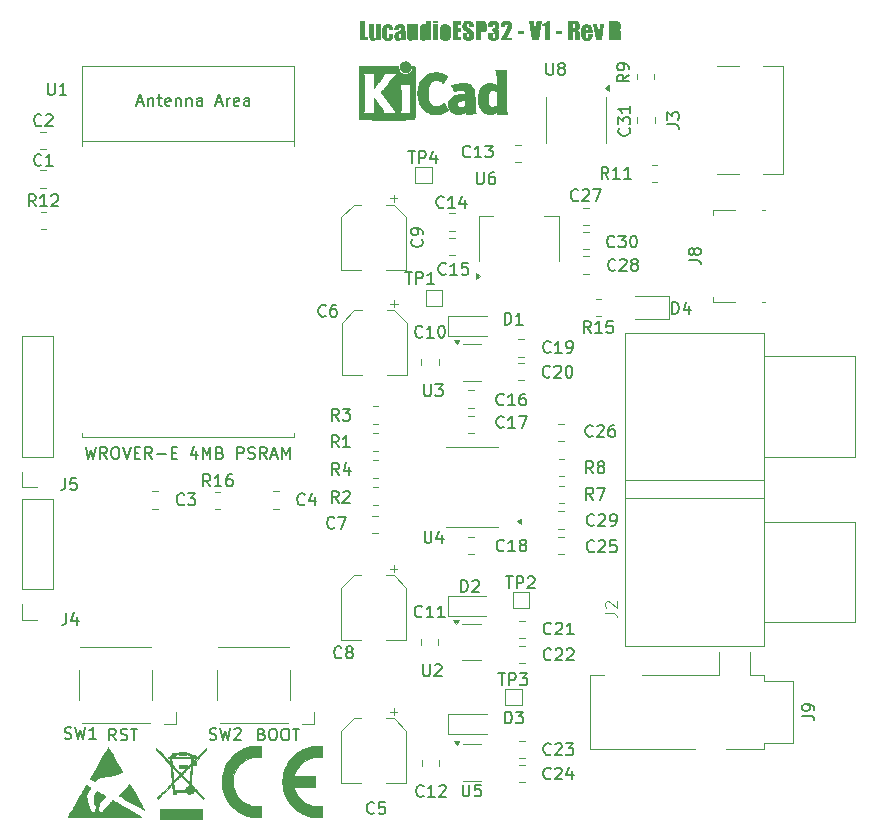
<source format=gbr>
%TF.GenerationSoftware,KiCad,Pcbnew,8.0.0*%
%TF.CreationDate,2024-10-16T16:52:34+02:00*%
%TF.ProjectId,LucaudioESP32_V1_1_0,4c756361-7564-4696-9f45-535033325f56,rev?*%
%TF.SameCoordinates,Original*%
%TF.FileFunction,Legend,Top*%
%TF.FilePolarity,Positive*%
%FSLAX46Y46*%
G04 Gerber Fmt 4.6, Leading zero omitted, Abs format (unit mm)*
G04 Created by KiCad (PCBNEW 8.0.0) date 2024-10-16 16:52:34*
%MOMM*%
%LPD*%
G01*
G04 APERTURE LIST*
%ADD10C,0.150000*%
%ADD11C,0.200000*%
%ADD12C,0.100000*%
%ADD13C,0.120000*%
%ADD14C,0.010000*%
G04 APERTURE END LIST*
D10*
X123752112Y-127980009D02*
X123894969Y-128027628D01*
X123894969Y-128027628D02*
X123942588Y-128075247D01*
X123942588Y-128075247D02*
X123990207Y-128170485D01*
X123990207Y-128170485D02*
X123990207Y-128313342D01*
X123990207Y-128313342D02*
X123942588Y-128408580D01*
X123942588Y-128408580D02*
X123894969Y-128456200D01*
X123894969Y-128456200D02*
X123799731Y-128503819D01*
X123799731Y-128503819D02*
X123418779Y-128503819D01*
X123418779Y-128503819D02*
X123418779Y-127503819D01*
X123418779Y-127503819D02*
X123752112Y-127503819D01*
X123752112Y-127503819D02*
X123847350Y-127551438D01*
X123847350Y-127551438D02*
X123894969Y-127599057D01*
X123894969Y-127599057D02*
X123942588Y-127694295D01*
X123942588Y-127694295D02*
X123942588Y-127789533D01*
X123942588Y-127789533D02*
X123894969Y-127884771D01*
X123894969Y-127884771D02*
X123847350Y-127932390D01*
X123847350Y-127932390D02*
X123752112Y-127980009D01*
X123752112Y-127980009D02*
X123418779Y-127980009D01*
X124609255Y-127503819D02*
X124799731Y-127503819D01*
X124799731Y-127503819D02*
X124894969Y-127551438D01*
X124894969Y-127551438D02*
X124990207Y-127646676D01*
X124990207Y-127646676D02*
X125037826Y-127837152D01*
X125037826Y-127837152D02*
X125037826Y-128170485D01*
X125037826Y-128170485D02*
X124990207Y-128360961D01*
X124990207Y-128360961D02*
X124894969Y-128456200D01*
X124894969Y-128456200D02*
X124799731Y-128503819D01*
X124799731Y-128503819D02*
X124609255Y-128503819D01*
X124609255Y-128503819D02*
X124514017Y-128456200D01*
X124514017Y-128456200D02*
X124418779Y-128360961D01*
X124418779Y-128360961D02*
X124371160Y-128170485D01*
X124371160Y-128170485D02*
X124371160Y-127837152D01*
X124371160Y-127837152D02*
X124418779Y-127646676D01*
X124418779Y-127646676D02*
X124514017Y-127551438D01*
X124514017Y-127551438D02*
X124609255Y-127503819D01*
X125656874Y-127503819D02*
X125847350Y-127503819D01*
X125847350Y-127503819D02*
X125942588Y-127551438D01*
X125942588Y-127551438D02*
X126037826Y-127646676D01*
X126037826Y-127646676D02*
X126085445Y-127837152D01*
X126085445Y-127837152D02*
X126085445Y-128170485D01*
X126085445Y-128170485D02*
X126037826Y-128360961D01*
X126037826Y-128360961D02*
X125942588Y-128456200D01*
X125942588Y-128456200D02*
X125847350Y-128503819D01*
X125847350Y-128503819D02*
X125656874Y-128503819D01*
X125656874Y-128503819D02*
X125561636Y-128456200D01*
X125561636Y-128456200D02*
X125466398Y-128360961D01*
X125466398Y-128360961D02*
X125418779Y-128170485D01*
X125418779Y-128170485D02*
X125418779Y-127837152D01*
X125418779Y-127837152D02*
X125466398Y-127646676D01*
X125466398Y-127646676D02*
X125561636Y-127551438D01*
X125561636Y-127551438D02*
X125656874Y-127503819D01*
X126371160Y-127503819D02*
X126942588Y-127503819D01*
X126656874Y-128503819D02*
X126656874Y-127503819D01*
X108841541Y-103669819D02*
X109079636Y-104669819D01*
X109079636Y-104669819D02*
X109270112Y-103955533D01*
X109270112Y-103955533D02*
X109460588Y-104669819D01*
X109460588Y-104669819D02*
X109698684Y-103669819D01*
X110651064Y-104669819D02*
X110317731Y-104193628D01*
X110079636Y-104669819D02*
X110079636Y-103669819D01*
X110079636Y-103669819D02*
X110460588Y-103669819D01*
X110460588Y-103669819D02*
X110555826Y-103717438D01*
X110555826Y-103717438D02*
X110603445Y-103765057D01*
X110603445Y-103765057D02*
X110651064Y-103860295D01*
X110651064Y-103860295D02*
X110651064Y-104003152D01*
X110651064Y-104003152D02*
X110603445Y-104098390D01*
X110603445Y-104098390D02*
X110555826Y-104146009D01*
X110555826Y-104146009D02*
X110460588Y-104193628D01*
X110460588Y-104193628D02*
X110079636Y-104193628D01*
X111270112Y-103669819D02*
X111460588Y-103669819D01*
X111460588Y-103669819D02*
X111555826Y-103717438D01*
X111555826Y-103717438D02*
X111651064Y-103812676D01*
X111651064Y-103812676D02*
X111698683Y-104003152D01*
X111698683Y-104003152D02*
X111698683Y-104336485D01*
X111698683Y-104336485D02*
X111651064Y-104526961D01*
X111651064Y-104526961D02*
X111555826Y-104622200D01*
X111555826Y-104622200D02*
X111460588Y-104669819D01*
X111460588Y-104669819D02*
X111270112Y-104669819D01*
X111270112Y-104669819D02*
X111174874Y-104622200D01*
X111174874Y-104622200D02*
X111079636Y-104526961D01*
X111079636Y-104526961D02*
X111032017Y-104336485D01*
X111032017Y-104336485D02*
X111032017Y-104003152D01*
X111032017Y-104003152D02*
X111079636Y-103812676D01*
X111079636Y-103812676D02*
X111174874Y-103717438D01*
X111174874Y-103717438D02*
X111270112Y-103669819D01*
X111984398Y-103669819D02*
X112317731Y-104669819D01*
X112317731Y-104669819D02*
X112651064Y-103669819D01*
X112984398Y-104146009D02*
X113317731Y-104146009D01*
X113460588Y-104669819D02*
X112984398Y-104669819D01*
X112984398Y-104669819D02*
X112984398Y-103669819D01*
X112984398Y-103669819D02*
X113460588Y-103669819D01*
X114460588Y-104669819D02*
X114127255Y-104193628D01*
X113889160Y-104669819D02*
X113889160Y-103669819D01*
X113889160Y-103669819D02*
X114270112Y-103669819D01*
X114270112Y-103669819D02*
X114365350Y-103717438D01*
X114365350Y-103717438D02*
X114412969Y-103765057D01*
X114412969Y-103765057D02*
X114460588Y-103860295D01*
X114460588Y-103860295D02*
X114460588Y-104003152D01*
X114460588Y-104003152D02*
X114412969Y-104098390D01*
X114412969Y-104098390D02*
X114365350Y-104146009D01*
X114365350Y-104146009D02*
X114270112Y-104193628D01*
X114270112Y-104193628D02*
X113889160Y-104193628D01*
X114889160Y-104288866D02*
X115651065Y-104288866D01*
X116127255Y-104146009D02*
X116460588Y-104146009D01*
X116603445Y-104669819D02*
X116127255Y-104669819D01*
X116127255Y-104669819D02*
X116127255Y-103669819D01*
X116127255Y-103669819D02*
X116603445Y-103669819D01*
X118222493Y-104003152D02*
X118222493Y-104669819D01*
X117984398Y-103622200D02*
X117746303Y-104336485D01*
X117746303Y-104336485D02*
X118365350Y-104336485D01*
X118746303Y-104669819D02*
X118746303Y-103669819D01*
X118746303Y-103669819D02*
X119079636Y-104384104D01*
X119079636Y-104384104D02*
X119412969Y-103669819D01*
X119412969Y-103669819D02*
X119412969Y-104669819D01*
X120222493Y-104146009D02*
X120365350Y-104193628D01*
X120365350Y-104193628D02*
X120412969Y-104241247D01*
X120412969Y-104241247D02*
X120460588Y-104336485D01*
X120460588Y-104336485D02*
X120460588Y-104479342D01*
X120460588Y-104479342D02*
X120412969Y-104574580D01*
X120412969Y-104574580D02*
X120365350Y-104622200D01*
X120365350Y-104622200D02*
X120270112Y-104669819D01*
X120270112Y-104669819D02*
X119889160Y-104669819D01*
X119889160Y-104669819D02*
X119889160Y-103669819D01*
X119889160Y-103669819D02*
X120222493Y-103669819D01*
X120222493Y-103669819D02*
X120317731Y-103717438D01*
X120317731Y-103717438D02*
X120365350Y-103765057D01*
X120365350Y-103765057D02*
X120412969Y-103860295D01*
X120412969Y-103860295D02*
X120412969Y-103955533D01*
X120412969Y-103955533D02*
X120365350Y-104050771D01*
X120365350Y-104050771D02*
X120317731Y-104098390D01*
X120317731Y-104098390D02*
X120222493Y-104146009D01*
X120222493Y-104146009D02*
X119889160Y-104146009D01*
X121651065Y-104669819D02*
X121651065Y-103669819D01*
X121651065Y-103669819D02*
X122032017Y-103669819D01*
X122032017Y-103669819D02*
X122127255Y-103717438D01*
X122127255Y-103717438D02*
X122174874Y-103765057D01*
X122174874Y-103765057D02*
X122222493Y-103860295D01*
X122222493Y-103860295D02*
X122222493Y-104003152D01*
X122222493Y-104003152D02*
X122174874Y-104098390D01*
X122174874Y-104098390D02*
X122127255Y-104146009D01*
X122127255Y-104146009D02*
X122032017Y-104193628D01*
X122032017Y-104193628D02*
X121651065Y-104193628D01*
X122603446Y-104622200D02*
X122746303Y-104669819D01*
X122746303Y-104669819D02*
X122984398Y-104669819D01*
X122984398Y-104669819D02*
X123079636Y-104622200D01*
X123079636Y-104622200D02*
X123127255Y-104574580D01*
X123127255Y-104574580D02*
X123174874Y-104479342D01*
X123174874Y-104479342D02*
X123174874Y-104384104D01*
X123174874Y-104384104D02*
X123127255Y-104288866D01*
X123127255Y-104288866D02*
X123079636Y-104241247D01*
X123079636Y-104241247D02*
X122984398Y-104193628D01*
X122984398Y-104193628D02*
X122793922Y-104146009D01*
X122793922Y-104146009D02*
X122698684Y-104098390D01*
X122698684Y-104098390D02*
X122651065Y-104050771D01*
X122651065Y-104050771D02*
X122603446Y-103955533D01*
X122603446Y-103955533D02*
X122603446Y-103860295D01*
X122603446Y-103860295D02*
X122651065Y-103765057D01*
X122651065Y-103765057D02*
X122698684Y-103717438D01*
X122698684Y-103717438D02*
X122793922Y-103669819D01*
X122793922Y-103669819D02*
X123032017Y-103669819D01*
X123032017Y-103669819D02*
X123174874Y-103717438D01*
X124174874Y-104669819D02*
X123841541Y-104193628D01*
X123603446Y-104669819D02*
X123603446Y-103669819D01*
X123603446Y-103669819D02*
X123984398Y-103669819D01*
X123984398Y-103669819D02*
X124079636Y-103717438D01*
X124079636Y-103717438D02*
X124127255Y-103765057D01*
X124127255Y-103765057D02*
X124174874Y-103860295D01*
X124174874Y-103860295D02*
X124174874Y-104003152D01*
X124174874Y-104003152D02*
X124127255Y-104098390D01*
X124127255Y-104098390D02*
X124079636Y-104146009D01*
X124079636Y-104146009D02*
X123984398Y-104193628D01*
X123984398Y-104193628D02*
X123603446Y-104193628D01*
X124555827Y-104384104D02*
X125032017Y-104384104D01*
X124460589Y-104669819D02*
X124793922Y-103669819D01*
X124793922Y-103669819D02*
X125127255Y-104669819D01*
X125460589Y-104669819D02*
X125460589Y-103669819D01*
X125460589Y-103669819D02*
X125793922Y-104384104D01*
X125793922Y-104384104D02*
X126127255Y-103669819D01*
X126127255Y-103669819D02*
X126127255Y-104669819D01*
X111417207Y-128503819D02*
X111083874Y-128027628D01*
X110845779Y-128503819D02*
X110845779Y-127503819D01*
X110845779Y-127503819D02*
X111226731Y-127503819D01*
X111226731Y-127503819D02*
X111321969Y-127551438D01*
X111321969Y-127551438D02*
X111369588Y-127599057D01*
X111369588Y-127599057D02*
X111417207Y-127694295D01*
X111417207Y-127694295D02*
X111417207Y-127837152D01*
X111417207Y-127837152D02*
X111369588Y-127932390D01*
X111369588Y-127932390D02*
X111321969Y-127980009D01*
X111321969Y-127980009D02*
X111226731Y-128027628D01*
X111226731Y-128027628D02*
X110845779Y-128027628D01*
X111798160Y-128456200D02*
X111941017Y-128503819D01*
X111941017Y-128503819D02*
X112179112Y-128503819D01*
X112179112Y-128503819D02*
X112274350Y-128456200D01*
X112274350Y-128456200D02*
X112321969Y-128408580D01*
X112321969Y-128408580D02*
X112369588Y-128313342D01*
X112369588Y-128313342D02*
X112369588Y-128218104D01*
X112369588Y-128218104D02*
X112321969Y-128122866D01*
X112321969Y-128122866D02*
X112274350Y-128075247D01*
X112274350Y-128075247D02*
X112179112Y-128027628D01*
X112179112Y-128027628D02*
X111988636Y-127980009D01*
X111988636Y-127980009D02*
X111893398Y-127932390D01*
X111893398Y-127932390D02*
X111845779Y-127884771D01*
X111845779Y-127884771D02*
X111798160Y-127789533D01*
X111798160Y-127789533D02*
X111798160Y-127694295D01*
X111798160Y-127694295D02*
X111845779Y-127599057D01*
X111845779Y-127599057D02*
X111893398Y-127551438D01*
X111893398Y-127551438D02*
X111988636Y-127503819D01*
X111988636Y-127503819D02*
X112226731Y-127503819D01*
X112226731Y-127503819D02*
X112369588Y-127551438D01*
X112655303Y-127503819D02*
X113226731Y-127503819D01*
X112941017Y-128503819D02*
X112941017Y-127503819D01*
D11*
G36*
X132520237Y-67580240D02*
G01*
X132520237Y-68916737D01*
X132784019Y-68916737D01*
X132784019Y-69245000D01*
X132086461Y-69245000D01*
X132086461Y-67580240D01*
X132520237Y-67580240D01*
G37*
G36*
X133825959Y-67885055D02*
G01*
X133825959Y-69245000D01*
X133402442Y-69245000D01*
X133409769Y-69129228D01*
X133361501Y-69190136D01*
X133303157Y-69233642D01*
X133230438Y-69260799D01*
X133157344Y-69268447D01*
X133081379Y-69262206D01*
X133009503Y-69239789D01*
X133001639Y-69235840D01*
X132942482Y-69192023D01*
X132910415Y-69148646D01*
X132882365Y-69079008D01*
X132873778Y-69035439D01*
X132869020Y-68961598D01*
X132867252Y-68881635D01*
X132866817Y-68801332D01*
X132866817Y-67885055D01*
X133283007Y-67885055D01*
X133283007Y-68814521D01*
X133283761Y-68894113D01*
X133287109Y-68968319D01*
X133292533Y-69004298D01*
X133346022Y-69033974D01*
X133400976Y-69003199D01*
X133408086Y-68924927D01*
X133409632Y-68844077D01*
X133409769Y-68804263D01*
X133409769Y-67885055D01*
X133825959Y-67885055D01*
G37*
G36*
X134889148Y-68400896D02*
G01*
X134496772Y-68400896D01*
X134496772Y-68240062D01*
X134492946Y-68166121D01*
X134483217Y-68126123D01*
X134433757Y-68096081D01*
X134385397Y-68122093D01*
X134373719Y-68197037D01*
X134372941Y-68238230D01*
X134372941Y-68886695D01*
X134379399Y-68961226D01*
X134391259Y-68997337D01*
X134446214Y-69033974D01*
X134503367Y-68995139D01*
X134516275Y-68919548D01*
X134518387Y-68848227D01*
X134518387Y-68682264D01*
X134889148Y-68682264D01*
X134887980Y-68758880D01*
X134885189Y-68832921D01*
X134879032Y-68911626D01*
X134877058Y-68927728D01*
X134858645Y-68999986D01*
X134825223Y-69068465D01*
X134808182Y-69095157D01*
X134759495Y-69153580D01*
X134700814Y-69200257D01*
X134656140Y-69224849D01*
X134586631Y-69249671D01*
X134514274Y-69263295D01*
X134433187Y-69268404D01*
X134424598Y-69268447D01*
X134350990Y-69265589D01*
X134275410Y-69255325D01*
X134201276Y-69234856D01*
X134145062Y-69208729D01*
X134081385Y-69161794D01*
X134031907Y-69103603D01*
X133999249Y-69040935D01*
X133976838Y-68964549D01*
X133964886Y-68890715D01*
X133958785Y-68816832D01*
X133956751Y-68734288D01*
X133956751Y-68348506D01*
X133958926Y-68267356D01*
X133966574Y-68188763D01*
X133983398Y-68110965D01*
X133991556Y-68087655D01*
X134029062Y-68024388D01*
X134082995Y-67971101D01*
X134141032Y-67930851D01*
X134209419Y-67897379D01*
X134285572Y-67874862D01*
X134359783Y-67864042D01*
X134419469Y-67861608D01*
X134497848Y-67865913D01*
X134570320Y-67878827D01*
X134644789Y-67903647D01*
X134697540Y-67930484D01*
X134762118Y-67977039D01*
X134815717Y-68036347D01*
X134851046Y-68104141D01*
X134871139Y-68178144D01*
X134882860Y-68259307D01*
X134888218Y-68343033D01*
X134889148Y-68400896D01*
G37*
G36*
X135533347Y-67864223D02*
G01*
X135612269Y-67873882D01*
X135690230Y-67893637D01*
X135762336Y-67926974D01*
X135776116Y-67935980D01*
X135834834Y-67985561D01*
X135880085Y-68047786D01*
X135905076Y-68118063D01*
X135915525Y-68196969D01*
X135921288Y-68283385D01*
X135924138Y-68358527D01*
X135925932Y-68444850D01*
X135926607Y-68521958D01*
X135926692Y-68563196D01*
X135926692Y-69245000D01*
X135521859Y-69245000D01*
X135521859Y-69121168D01*
X135481228Y-69182155D01*
X135423307Y-69231810D01*
X135352851Y-69260397D01*
X135279692Y-69268447D01*
X135206755Y-69261174D01*
X135132025Y-69236650D01*
X135079291Y-69206898D01*
X135027354Y-69147058D01*
X135000895Y-69072402D01*
X134990294Y-68998348D01*
X134988066Y-68936887D01*
X134988066Y-68861050D01*
X135378611Y-68861050D01*
X135380908Y-68936998D01*
X135392533Y-69002100D01*
X135447487Y-69033974D01*
X135498412Y-69009061D01*
X135509321Y-68936363D01*
X135510502Y-68877903D01*
X135510502Y-68588475D01*
X135451654Y-68637461D01*
X135403359Y-68694911D01*
X135394364Y-68714870D01*
X135381211Y-68790971D01*
X135378611Y-68861050D01*
X134988066Y-68861050D01*
X134988066Y-68823681D01*
X134991892Y-68744688D01*
X135006957Y-68669235D01*
X135036427Y-68613387D01*
X135099421Y-68564821D01*
X135170802Y-68527655D01*
X135242028Y-68496746D01*
X135276762Y-68482962D01*
X135346863Y-68454467D01*
X135419495Y-68422284D01*
X135483792Y-68386461D01*
X135495847Y-68374152D01*
X135509586Y-68301268D01*
X135510502Y-68263143D01*
X135507416Y-68185986D01*
X135494382Y-68127588D01*
X135441625Y-68096081D01*
X135388869Y-68122826D01*
X135379613Y-68199601D01*
X135378611Y-68260945D01*
X135378611Y-68400896D01*
X134988066Y-68400896D01*
X134988066Y-68311503D01*
X134990964Y-68230337D01*
X135000982Y-68153272D01*
X135022449Y-68079023D01*
X135024703Y-68073733D01*
X135066623Y-68008831D01*
X135121080Y-67959015D01*
X135171615Y-67925722D01*
X135238832Y-67894729D01*
X135316425Y-67873880D01*
X135394105Y-67863862D01*
X135457745Y-67861608D01*
X135533347Y-67864223D01*
G37*
G36*
X137017725Y-67885055D02*
G01*
X137017725Y-69245000D01*
X136594207Y-69245000D01*
X136601535Y-69129228D01*
X136553266Y-69190136D01*
X136494923Y-69233642D01*
X136422204Y-69260799D01*
X136349110Y-69268447D01*
X136273145Y-69262206D01*
X136201269Y-69239789D01*
X136193405Y-69235840D01*
X136134247Y-69192023D01*
X136102180Y-69148646D01*
X136074130Y-69079008D01*
X136065544Y-69035439D01*
X136060785Y-68961598D01*
X136059018Y-68881635D01*
X136058583Y-68801332D01*
X136058583Y-67885055D01*
X136474773Y-67885055D01*
X136474773Y-68814521D01*
X136475526Y-68894113D01*
X136478875Y-68968319D01*
X136484298Y-69004298D01*
X136537787Y-69033974D01*
X136592742Y-69003199D01*
X136599852Y-68924927D01*
X136601397Y-68844077D01*
X136601535Y-68804263D01*
X136601535Y-67885055D01*
X137017725Y-67885055D01*
G37*
G36*
X138107658Y-69245000D02*
G01*
X137691468Y-69245000D01*
X137691468Y-69143150D01*
X137634115Y-69195041D01*
X137569921Y-69235306D01*
X137565806Y-69237306D01*
X137493981Y-69261604D01*
X137427686Y-69268447D01*
X137353334Y-69260103D01*
X137282728Y-69232454D01*
X137259891Y-69217889D01*
X137204448Y-69166948D01*
X137168667Y-69100652D01*
X137154892Y-69026320D01*
X137149481Y-68945484D01*
X137148729Y-68897320D01*
X137564706Y-68897320D01*
X137568648Y-68973505D01*
X137577163Y-69007595D01*
X137624424Y-69033974D01*
X137677913Y-69004665D01*
X137689867Y-68928953D01*
X137691468Y-68859951D01*
X137691468Y-68223576D01*
X137686460Y-68148385D01*
X137678646Y-68122093D01*
X137627721Y-68096081D01*
X137577529Y-68119528D01*
X137565157Y-68195249D01*
X137564706Y-68223576D01*
X137564706Y-68897320D01*
X137148729Y-68897320D01*
X137148517Y-68883764D01*
X137148517Y-68248489D01*
X137150110Y-68167531D01*
X137156388Y-68088262D01*
X137168667Y-68026472D01*
X137204655Y-67961344D01*
X137260624Y-67911434D01*
X137329106Y-67877373D01*
X137402240Y-67862824D01*
X137432815Y-67861608D01*
X137506912Y-67868752D01*
X137574598Y-67890184D01*
X137639696Y-67928223D01*
X137691468Y-67975181D01*
X137691468Y-67580240D01*
X138107658Y-67580240D01*
X138107658Y-69245000D01*
G37*
G36*
X138679919Y-67580240D02*
G01*
X138679919Y-67791266D01*
X138251273Y-67791266D01*
X138251273Y-67580240D01*
X138679919Y-67580240D01*
G37*
G36*
X138679919Y-67885055D02*
G01*
X138679919Y-69245000D01*
X138251273Y-69245000D01*
X138251273Y-67885055D01*
X138679919Y-67885055D01*
G37*
G36*
X139352496Y-67864883D02*
G01*
X139429276Y-67876203D01*
X139504724Y-67897994D01*
X139517428Y-67903007D01*
X139586276Y-67937611D01*
X139646326Y-67983123D01*
X139672400Y-68011085D01*
X139716010Y-68074218D01*
X139745845Y-68143690D01*
X139747138Y-68148105D01*
X139760913Y-68224000D01*
X139766324Y-68303309D01*
X139767288Y-68362794D01*
X139767288Y-68695453D01*
X139766394Y-68770914D01*
X139763183Y-68845693D01*
X139755884Y-68921971D01*
X139748604Y-68963998D01*
X139724441Y-69036587D01*
X139687437Y-69100223D01*
X139669469Y-69123733D01*
X139614372Y-69177514D01*
X139547908Y-69218597D01*
X139513398Y-69233276D01*
X139437938Y-69254708D01*
X139361707Y-69265665D01*
X139294312Y-69268447D01*
X139219953Y-69266070D01*
X139145149Y-69257856D01*
X139072368Y-69242043D01*
X139060205Y-69238405D01*
X138989527Y-69208680D01*
X138929100Y-69165443D01*
X138911461Y-69147180D01*
X138868603Y-69084530D01*
X138840513Y-69015888D01*
X138835990Y-68999902D01*
X138822149Y-68922897D01*
X138818340Y-68877536D01*
X139229466Y-68877536D01*
X139232203Y-68954006D01*
X139241922Y-69004665D01*
X139290282Y-69033974D01*
X139339009Y-69007229D01*
X139350343Y-68931735D01*
X139351099Y-68891092D01*
X139351099Y-68256549D01*
X139348925Y-68179161D01*
X139339741Y-68123558D01*
X139291381Y-68096081D01*
X139241922Y-68123558D01*
X139230682Y-68198224D01*
X139229466Y-68256549D01*
X139229466Y-68877536D01*
X138818340Y-68877536D01*
X138815960Y-68849184D01*
X138813475Y-68772179D01*
X138813276Y-68740516D01*
X138813276Y-68392470D01*
X138815239Y-68313725D01*
X138822292Y-68233434D01*
X138836357Y-68155478D01*
X138854309Y-68097180D01*
X138890520Y-68028863D01*
X138942229Y-67970503D01*
X139002686Y-67926088D01*
X139075573Y-67892085D01*
X139151082Y-67872250D01*
X139226083Y-67863182D01*
X139276727Y-67861608D01*
X139352496Y-67864883D01*
G37*
G36*
X139910537Y-67580240D02*
G01*
X140634106Y-67580240D01*
X140634106Y-67908503D01*
X140344312Y-67908503D01*
X140344312Y-68213318D01*
X140615422Y-68213318D01*
X140615422Y-68541580D01*
X140344312Y-68541580D01*
X140344312Y-68916737D01*
X140662683Y-68916737D01*
X140662683Y-69245000D01*
X139910537Y-69245000D01*
X139910537Y-67580240D01*
G37*
G36*
X141701692Y-68096081D02*
G01*
X141298691Y-68096081D01*
X141298691Y-67972250D01*
X141294348Y-67898065D01*
X141283304Y-67861974D01*
X141231646Y-67838161D01*
X141172662Y-67868203D01*
X141153004Y-67940450D01*
X141152512Y-67958695D01*
X141159699Y-68034017D01*
X141175226Y-68075931D01*
X141228922Y-68130925D01*
X141291716Y-68173910D01*
X141297958Y-68177780D01*
X141366966Y-68221549D01*
X141429277Y-68263097D01*
X141497747Y-68311909D01*
X141555751Y-68357250D01*
X141611543Y-68407079D01*
X141662491Y-68465743D01*
X141698796Y-68537056D01*
X141721093Y-68618108D01*
X141732901Y-68702666D01*
X141737302Y-68785274D01*
X141737595Y-68814888D01*
X141734985Y-68896702D01*
X141725808Y-68975002D01*
X141705619Y-69050947D01*
X141695830Y-69073175D01*
X141649077Y-69136095D01*
X141589493Y-69182534D01*
X141534630Y-69212393D01*
X141464347Y-69239489D01*
X141387862Y-69257718D01*
X141314669Y-69266476D01*
X141256559Y-69268447D01*
X141182718Y-69265291D01*
X141104339Y-69253957D01*
X141032371Y-69234379D01*
X140959071Y-69202501D01*
X140896552Y-69162567D01*
X140842857Y-69111533D01*
X140802966Y-69047297D01*
X140797871Y-69034706D01*
X140777778Y-68962450D01*
X140766058Y-68883102D01*
X140760699Y-68801186D01*
X140759769Y-68744546D01*
X140759769Y-68635369D01*
X141162770Y-68635369D01*
X141162770Y-68839068D01*
X141166473Y-68912607D01*
X141179623Y-68960334D01*
X141240073Y-68987079D01*
X141304187Y-68953374D01*
X141324419Y-68880458D01*
X141325436Y-68852990D01*
X141322248Y-68778585D01*
X141308080Y-68704354D01*
X141285136Y-68661381D01*
X141226161Y-68611012D01*
X141163883Y-68567078D01*
X141102261Y-68526656D01*
X141082536Y-68514103D01*
X141016915Y-68471710D01*
X140954713Y-68429744D01*
X140891469Y-68383332D01*
X140867847Y-68363527D01*
X140819945Y-68306832D01*
X140783188Y-68237210D01*
X140781018Y-68232002D01*
X140758721Y-68156096D01*
X140748732Y-68079778D01*
X140746580Y-68017313D01*
X140748912Y-67939783D01*
X140757287Y-67863070D01*
X140776320Y-67785017D01*
X140795307Y-67742173D01*
X140840575Y-67682135D01*
X140902743Y-67632814D01*
X140953576Y-67605886D01*
X141026248Y-67579997D01*
X141099239Y-67564895D01*
X141179417Y-67557560D01*
X141217358Y-67556793D01*
X141298691Y-67560205D01*
X141373796Y-67570440D01*
X141450844Y-67590111D01*
X141505321Y-67611381D01*
X141571867Y-67648254D01*
X141630943Y-67699774D01*
X141662857Y-67748768D01*
X141684967Y-67819372D01*
X141696231Y-67897489D01*
X141700744Y-67970909D01*
X141701692Y-68030136D01*
X141701692Y-68096081D01*
G37*
G36*
X142378968Y-67581555D02*
G01*
X142453403Y-67586278D01*
X142532085Y-67597011D01*
X142577669Y-67607718D01*
X142647440Y-67634094D01*
X142711565Y-67677680D01*
X142720917Y-67687219D01*
X142763122Y-67748698D01*
X142785764Y-67813248D01*
X142796912Y-67886442D01*
X142801621Y-67960932D01*
X142802983Y-68041493D01*
X142802983Y-68185108D01*
X142800922Y-68258724D01*
X142792550Y-68335739D01*
X142772039Y-68410934D01*
X142770010Y-68415551D01*
X142726942Y-68475888D01*
X142664812Y-68518985D01*
X142648743Y-68526559D01*
X142575173Y-68550001D01*
X142502215Y-68561271D01*
X142427498Y-68564990D01*
X142418667Y-68565027D01*
X142302163Y-68565027D01*
X142302163Y-69245000D01*
X141868387Y-69245000D01*
X141868387Y-67861608D01*
X142302163Y-67861608D01*
X142302163Y-68282561D01*
X142334036Y-68283660D01*
X142406891Y-68264553D01*
X142416835Y-68254717D01*
X142438427Y-68180221D01*
X142440282Y-68133450D01*
X142440282Y-67997529D01*
X142432734Y-67924074D01*
X142413538Y-67887254D01*
X142340860Y-67863211D01*
X142302163Y-67861608D01*
X141868387Y-67861608D01*
X141868387Y-67580240D01*
X142305460Y-67580240D01*
X142378968Y-67581555D01*
G37*
G36*
X143691782Y-68318831D02*
G01*
X143760837Y-68350663D01*
X143817218Y-68399550D01*
X143832833Y-68420680D01*
X143859323Y-68491465D01*
X143871682Y-68571115D01*
X143877135Y-68646420D01*
X143879316Y-68735068D01*
X143879361Y-68751140D01*
X143877187Y-68831473D01*
X143869379Y-68913149D01*
X143853807Y-68992117D01*
X143833932Y-69050826D01*
X143795115Y-69118105D01*
X143740628Y-69173348D01*
X143677494Y-69213126D01*
X143601767Y-69242299D01*
X143523151Y-69259317D01*
X143444949Y-69267096D01*
X143392096Y-69268447D01*
X143309610Y-69265344D01*
X143235258Y-69256035D01*
X143160245Y-69237797D01*
X143088555Y-69207590D01*
X143081420Y-69203600D01*
X143018444Y-69160016D01*
X142966608Y-69105544D01*
X142933042Y-69044232D01*
X142914302Y-68971861D01*
X142904307Y-68894489D01*
X142899205Y-68812589D01*
X142897539Y-68731840D01*
X142897505Y-68717435D01*
X142897505Y-68588475D01*
X143313695Y-68588475D01*
X143313695Y-68863981D01*
X143315811Y-68940338D01*
X143326517Y-69004298D01*
X143383670Y-69033974D01*
X143447784Y-68996971D01*
X143459790Y-68923455D01*
X143462796Y-68848622D01*
X143463171Y-68802431D01*
X143463171Y-68686294D01*
X143459034Y-68612193D01*
X143441556Y-68545976D01*
X143390213Y-68492460D01*
X143377442Y-68487358D01*
X143304889Y-68475406D01*
X143228571Y-68471559D01*
X143213677Y-68471238D01*
X143213677Y-68236765D01*
X143288185Y-68235809D01*
X143364188Y-68231051D01*
X143397226Y-68224675D01*
X143447784Y-68171919D01*
X143461353Y-68098183D01*
X143463171Y-68043691D01*
X143463171Y-67944406D01*
X143459227Y-67870829D01*
X143445219Y-67821308D01*
X143388799Y-67791266D01*
X143329448Y-67824239D01*
X143315556Y-67899861D01*
X143313695Y-67965289D01*
X143313695Y-68119528D01*
X142897505Y-68119528D01*
X142897505Y-67973715D01*
X142901343Y-67887518D01*
X142912858Y-67812475D01*
X142935994Y-67739022D01*
X142975229Y-67673666D01*
X143006681Y-67642889D01*
X143078294Y-67601270D01*
X143148098Y-67578317D01*
X143230244Y-67563603D01*
X143310477Y-67557550D01*
X143353995Y-67556793D01*
X143442387Y-67559655D01*
X143521406Y-67568242D01*
X143603855Y-67586102D01*
X143672806Y-67612206D01*
X143736188Y-67653078D01*
X143757728Y-67674030D01*
X143804211Y-67738372D01*
X143837412Y-67814164D01*
X143855569Y-67889873D01*
X143863559Y-67974348D01*
X143863974Y-68000094D01*
X143860253Y-68080629D01*
X143845965Y-68157154D01*
X143825872Y-68204159D01*
X143777432Y-68260557D01*
X143714875Y-68305659D01*
X143691782Y-68318831D01*
G37*
G36*
X144920935Y-69010526D02*
G01*
X144920935Y-69245000D01*
X144005024Y-69245000D01*
X144005024Y-69057421D01*
X144054612Y-68972125D01*
X144101618Y-68890994D01*
X144146043Y-68814028D01*
X144187885Y-68741226D01*
X144227147Y-68672588D01*
X144263826Y-68608115D01*
X144314004Y-68519214D01*
X144358374Y-68439684D01*
X144396934Y-68369523D01*
X144439312Y-68290552D01*
X144477763Y-68215263D01*
X144488625Y-68192435D01*
X144518603Y-68123172D01*
X144543848Y-68052601D01*
X144561880Y-67977267D01*
X144565561Y-67933049D01*
X144556402Y-67857916D01*
X144542114Y-67826437D01*
X144477585Y-67791403D01*
X144471772Y-67791266D01*
X144404088Y-67824754D01*
X144401064Y-67829368D01*
X144381792Y-67900962D01*
X144377983Y-67980310D01*
X144377983Y-68142976D01*
X144005024Y-68142976D01*
X144005024Y-68083625D01*
X144006419Y-68003640D01*
X144011177Y-67928715D01*
X144019312Y-67867470D01*
X144042228Y-67793845D01*
X144080175Y-67726144D01*
X144090387Y-67711765D01*
X144142089Y-67655719D01*
X144204916Y-67612008D01*
X144237665Y-67595994D01*
X144310858Y-67572106D01*
X144386822Y-67559894D01*
X144455286Y-67556793D01*
X144529843Y-67559879D01*
X144611519Y-67571728D01*
X144684695Y-67592465D01*
X144759322Y-67627891D01*
X144822379Y-67675412D01*
X144830443Y-67683189D01*
X144880121Y-67741712D01*
X144917597Y-67806688D01*
X144942872Y-67878114D01*
X144955945Y-67955993D01*
X144957937Y-68003391D01*
X144953449Y-68077923D01*
X144939986Y-68154608D01*
X144917546Y-68233445D01*
X144890548Y-68304193D01*
X144886130Y-68314434D01*
X144849538Y-68388803D01*
X144804070Y-68470573D01*
X144757894Y-68548947D01*
X144717544Y-68615285D01*
X144672293Y-68688102D01*
X144622142Y-68767398D01*
X144567089Y-68853172D01*
X144507136Y-68945425D01*
X144464445Y-69010526D01*
X144920935Y-69010526D01*
G37*
G36*
X145956646Y-68424344D02*
G01*
X145956646Y-68705711D01*
X145409298Y-68705711D01*
X145409298Y-68424344D01*
X145956646Y-68424344D01*
G37*
G36*
X147477058Y-67580240D02*
G01*
X147256507Y-69245000D01*
X146598150Y-69245000D01*
X146347557Y-67580240D01*
X146805146Y-67580240D01*
X146814905Y-67665374D01*
X146824306Y-67749043D01*
X146833349Y-67831246D01*
X146842034Y-67911983D01*
X146850362Y-67991255D01*
X146858332Y-68069062D01*
X146865944Y-68145403D01*
X146873198Y-68220279D01*
X146880095Y-68293689D01*
X146889769Y-68401057D01*
X146898638Y-68505127D01*
X146906702Y-68605900D01*
X146913961Y-68703376D01*
X146918353Y-68766528D01*
X146924767Y-68673015D01*
X146931233Y-68581794D01*
X146937750Y-68492867D01*
X146944319Y-68406231D01*
X146950939Y-68321889D01*
X146957611Y-68239839D01*
X146964334Y-68160082D01*
X146971109Y-68082617D01*
X146977935Y-68007445D01*
X146987117Y-67910782D01*
X146989427Y-67887254D01*
X147019469Y-67580240D01*
X147477058Y-67580240D01*
G37*
G36*
X148175348Y-67580240D02*
G01*
X148175348Y-69245000D01*
X147758792Y-69245000D01*
X147758792Y-68341179D01*
X147758336Y-68263055D01*
X147756411Y-68184558D01*
X147750420Y-68111529D01*
X147749267Y-68105973D01*
X147700921Y-68047534D01*
X147698342Y-68046256D01*
X147625301Y-68030247D01*
X147547074Y-68026060D01*
X147512595Y-68025739D01*
X147471563Y-68025739D01*
X147471563Y-67844023D01*
X147544761Y-67825876D01*
X147629867Y-67797236D01*
X147707872Y-67761977D01*
X147778774Y-67720099D01*
X147842575Y-67671602D01*
X147899274Y-67616487D01*
X147929884Y-67580240D01*
X148175348Y-67580240D01*
G37*
G36*
X149211427Y-68424344D02*
G01*
X149211427Y-68705711D01*
X148664078Y-68705711D01*
X148664078Y-68424344D01*
X149211427Y-68424344D01*
G37*
G36*
X150081925Y-67580612D02*
G01*
X150165286Y-67582124D01*
X150238968Y-67584798D01*
X150314612Y-67589542D01*
X150393793Y-67598473D01*
X150424092Y-67604054D01*
X150494137Y-67628919D01*
X150554658Y-67671273D01*
X150601413Y-67724954D01*
X150637541Y-67796975D01*
X150656809Y-67870923D01*
X150666644Y-67947537D01*
X150669856Y-68022052D01*
X150669923Y-68035265D01*
X150667609Y-68114275D01*
X150659297Y-68189631D01*
X150640406Y-68261416D01*
X150621563Y-68296849D01*
X150561296Y-68345024D01*
X150488756Y-68368610D01*
X150431053Y-68377083D01*
X150503196Y-68399114D01*
X150572376Y-68434068D01*
X150603977Y-68462445D01*
X150646224Y-68525557D01*
X150658932Y-68560265D01*
X150666821Y-68636622D01*
X150669236Y-68715512D01*
X150669912Y-68794021D01*
X150669923Y-68806461D01*
X150669923Y-69245000D01*
X150266922Y-69245000D01*
X150266922Y-68692156D01*
X150264847Y-68618525D01*
X150253953Y-68545378D01*
X150245673Y-68526559D01*
X150175606Y-68496678D01*
X150135031Y-68494685D01*
X150135031Y-69245000D01*
X149701256Y-69245000D01*
X149701256Y-67861608D01*
X150135031Y-67861608D01*
X150135031Y-68236765D01*
X150209449Y-68228894D01*
X150237613Y-68216615D01*
X150264060Y-68145460D01*
X150266922Y-68084724D01*
X150266922Y-67992034D01*
X150257880Y-67919275D01*
X150238346Y-67886887D01*
X150165645Y-67862818D01*
X150135031Y-67861608D01*
X149701256Y-67861608D01*
X149701256Y-67580240D01*
X150008269Y-67580240D01*
X150081925Y-67580612D01*
G37*
G36*
X151340785Y-67864764D02*
G01*
X151417830Y-67876098D01*
X151495364Y-67898702D01*
X151556158Y-67927554D01*
X151620715Y-67972956D01*
X151671963Y-68026730D01*
X151712964Y-68095551D01*
X151715893Y-68102309D01*
X151740043Y-68178974D01*
X151752923Y-68252773D01*
X151759497Y-68326439D01*
X151761688Y-68408590D01*
X151761688Y-68588475D01*
X151222766Y-68588475D01*
X151222766Y-68886695D01*
X151226064Y-68963540D01*
X151235956Y-69007229D01*
X151287613Y-69033974D01*
X151350994Y-68998803D01*
X151365209Y-68923760D01*
X151367114Y-68861782D01*
X151367114Y-68682264D01*
X151761688Y-68682264D01*
X151761688Y-68781549D01*
X151759783Y-68860598D01*
X151752621Y-68936383D01*
X151745568Y-68973524D01*
X151719007Y-69042583D01*
X151678034Y-69106917D01*
X151670830Y-69116406D01*
X151618003Y-69171796D01*
X151554775Y-69214730D01*
X151522086Y-69230345D01*
X151448052Y-69253563D01*
X151368872Y-69265433D01*
X151296039Y-69268447D01*
X151216613Y-69264762D01*
X151143197Y-69253706D01*
X151069381Y-69233033D01*
X151063032Y-69230711D01*
X150993703Y-69198219D01*
X150932666Y-69154183D01*
X150905861Y-69126664D01*
X150863406Y-69066437D01*
X150832548Y-68996305D01*
X150828192Y-68981584D01*
X150814197Y-68905138D01*
X150808286Y-68830205D01*
X150806577Y-68750774D01*
X150806577Y-68377449D01*
X151222766Y-68377449D01*
X151344399Y-68377449D01*
X151344399Y-68272302D01*
X151342525Y-68194871D01*
X151333042Y-68128688D01*
X151286514Y-68096081D01*
X151233025Y-68123925D01*
X151223979Y-68200223D01*
X151222766Y-68272302D01*
X151222766Y-68377449D01*
X150806577Y-68377449D01*
X150806577Y-68354734D01*
X150808891Y-68280448D01*
X150817203Y-68204393D01*
X150833779Y-68130107D01*
X150854937Y-68074099D01*
X150895500Y-68009037D01*
X150950697Y-67955403D01*
X151013572Y-67916563D01*
X151085715Y-67887583D01*
X151164297Y-67869336D01*
X151240527Y-67862091D01*
X151267096Y-67861608D01*
X151340785Y-67864764D01*
G37*
G36*
X152751971Y-67885055D02*
G01*
X152557065Y-69245000D01*
X152014113Y-69245000D01*
X151804919Y-67885055D01*
X152177145Y-67885055D01*
X152293283Y-68900617D01*
X152300090Y-68827570D01*
X152307320Y-68742828D01*
X152314329Y-68656606D01*
X152320580Y-68577414D01*
X152327403Y-68489143D01*
X152334799Y-68391793D01*
X152338712Y-68339713D01*
X152344649Y-68265823D01*
X152352034Y-68178549D01*
X152359702Y-68092794D01*
X152367653Y-68008558D01*
X152375888Y-67925843D01*
X152380111Y-67885055D01*
X152751971Y-67885055D01*
G37*
G36*
X153696618Y-67581361D02*
G01*
X153773435Y-67585501D01*
X153849547Y-67593967D01*
X153927170Y-67610153D01*
X153933862Y-67612114D01*
X154001805Y-67641481D01*
X154060052Y-67686260D01*
X154104588Y-67740341D01*
X154138784Y-67812312D01*
X154157022Y-67886478D01*
X154166331Y-67963469D01*
X154169371Y-68038448D01*
X154169434Y-68051751D01*
X154165812Y-68126581D01*
X154151545Y-68199070D01*
X154123639Y-68254351D01*
X154061063Y-68302135D01*
X153990208Y-68329810D01*
X153942655Y-68342278D01*
X154019674Y-68365008D01*
X154087237Y-68398625D01*
X154143282Y-68450583D01*
X154146720Y-68455484D01*
X154179538Y-68526462D01*
X154195316Y-68603792D01*
X154200365Y-68677557D01*
X154200575Y-68697651D01*
X154200575Y-68852623D01*
X154198148Y-68931781D01*
X154189615Y-69007750D01*
X154170842Y-69081790D01*
X154161741Y-69103583D01*
X154119245Y-69164932D01*
X154054105Y-69208874D01*
X154038642Y-69214958D01*
X153959715Y-69232062D01*
X153875937Y-69240041D01*
X153798529Y-69243562D01*
X153724478Y-69244882D01*
X153692428Y-69245000D01*
X153190509Y-69245000D01*
X153190509Y-68494685D01*
X153624284Y-68494685D01*
X153624284Y-68963632D01*
X153699297Y-68954931D01*
X153741154Y-68934689D01*
X153763965Y-68863251D01*
X153766434Y-68807194D01*
X153766434Y-68651123D01*
X153762685Y-68577635D01*
X153743719Y-68520697D01*
X153672835Y-68497928D01*
X153624284Y-68494685D01*
X153190509Y-68494685D01*
X153190509Y-67861608D01*
X153624284Y-67861608D01*
X153624284Y-68236765D01*
X153667515Y-68235666D01*
X153738946Y-68216435D01*
X153748848Y-68204159D01*
X153763068Y-68130859D01*
X153766279Y-68049200D01*
X153766434Y-68022076D01*
X153761797Y-67948003D01*
X153751779Y-67911067D01*
X153714410Y-67871133D01*
X153640358Y-67861997D01*
X153624284Y-67861608D01*
X153190509Y-67861608D01*
X153190509Y-67580240D01*
X153623185Y-67580240D01*
X153696618Y-67581361D01*
G37*
D10*
X107216666Y-117701619D02*
X107216666Y-118415904D01*
X107216666Y-118415904D02*
X107169047Y-118558761D01*
X107169047Y-118558761D02*
X107073809Y-118654000D01*
X107073809Y-118654000D02*
X106930952Y-118701619D01*
X106930952Y-118701619D02*
X106835714Y-118701619D01*
X108121428Y-118034952D02*
X108121428Y-118701619D01*
X107883333Y-117654000D02*
X107645238Y-118368285D01*
X107645238Y-118368285D02*
X108264285Y-118368285D01*
X107116666Y-106301619D02*
X107116666Y-107015904D01*
X107116666Y-107015904D02*
X107069047Y-107158761D01*
X107069047Y-107158761D02*
X106973809Y-107254000D01*
X106973809Y-107254000D02*
X106830952Y-107301619D01*
X106830952Y-107301619D02*
X106735714Y-107301619D01*
X108069047Y-106301619D02*
X107592857Y-106301619D01*
X107592857Y-106301619D02*
X107545238Y-106777809D01*
X107545238Y-106777809D02*
X107592857Y-106730190D01*
X107592857Y-106730190D02*
X107688095Y-106682571D01*
X107688095Y-106682571D02*
X107926190Y-106682571D01*
X107926190Y-106682571D02*
X108021428Y-106730190D01*
X108021428Y-106730190D02*
X108069047Y-106777809D01*
X108069047Y-106777809D02*
X108116666Y-106873047D01*
X108116666Y-106873047D02*
X108116666Y-107111142D01*
X108116666Y-107111142D02*
X108069047Y-107206380D01*
X108069047Y-107206380D02*
X108021428Y-107254000D01*
X108021428Y-107254000D02*
X107926190Y-107301619D01*
X107926190Y-107301619D02*
X107688095Y-107301619D01*
X107688095Y-107301619D02*
X107592857Y-107254000D01*
X107592857Y-107254000D02*
X107545238Y-107206380D01*
X151896742Y-110256780D02*
X151849123Y-110304400D01*
X151849123Y-110304400D02*
X151706266Y-110352019D01*
X151706266Y-110352019D02*
X151611028Y-110352019D01*
X151611028Y-110352019D02*
X151468171Y-110304400D01*
X151468171Y-110304400D02*
X151372933Y-110209161D01*
X151372933Y-110209161D02*
X151325314Y-110113923D01*
X151325314Y-110113923D02*
X151277695Y-109923447D01*
X151277695Y-109923447D02*
X151277695Y-109780590D01*
X151277695Y-109780590D02*
X151325314Y-109590114D01*
X151325314Y-109590114D02*
X151372933Y-109494876D01*
X151372933Y-109494876D02*
X151468171Y-109399638D01*
X151468171Y-109399638D02*
X151611028Y-109352019D01*
X151611028Y-109352019D02*
X151706266Y-109352019D01*
X151706266Y-109352019D02*
X151849123Y-109399638D01*
X151849123Y-109399638D02*
X151896742Y-109447257D01*
X152277695Y-109447257D02*
X152325314Y-109399638D01*
X152325314Y-109399638D02*
X152420552Y-109352019D01*
X152420552Y-109352019D02*
X152658647Y-109352019D01*
X152658647Y-109352019D02*
X152753885Y-109399638D01*
X152753885Y-109399638D02*
X152801504Y-109447257D01*
X152801504Y-109447257D02*
X152849123Y-109542495D01*
X152849123Y-109542495D02*
X152849123Y-109637733D01*
X152849123Y-109637733D02*
X152801504Y-109780590D01*
X152801504Y-109780590D02*
X152230076Y-110352019D01*
X152230076Y-110352019D02*
X152849123Y-110352019D01*
X153325314Y-110352019D02*
X153515790Y-110352019D01*
X153515790Y-110352019D02*
X153611028Y-110304400D01*
X153611028Y-110304400D02*
X153658647Y-110256780D01*
X153658647Y-110256780D02*
X153753885Y-110113923D01*
X153753885Y-110113923D02*
X153801504Y-109923447D01*
X153801504Y-109923447D02*
X153801504Y-109542495D01*
X153801504Y-109542495D02*
X153753885Y-109447257D01*
X153753885Y-109447257D02*
X153706266Y-109399638D01*
X153706266Y-109399638D02*
X153611028Y-109352019D01*
X153611028Y-109352019D02*
X153420552Y-109352019D01*
X153420552Y-109352019D02*
X153325314Y-109399638D01*
X153325314Y-109399638D02*
X153277695Y-109447257D01*
X153277695Y-109447257D02*
X153230076Y-109542495D01*
X153230076Y-109542495D02*
X153230076Y-109780590D01*
X153230076Y-109780590D02*
X153277695Y-109875828D01*
X153277695Y-109875828D02*
X153325314Y-109923447D01*
X153325314Y-109923447D02*
X153420552Y-109971066D01*
X153420552Y-109971066D02*
X153611028Y-109971066D01*
X153611028Y-109971066D02*
X153706266Y-109923447D01*
X153706266Y-109923447D02*
X153753885Y-109875828D01*
X153753885Y-109875828D02*
X153801504Y-109780590D01*
X143791095Y-122830819D02*
X144362523Y-122830819D01*
X144076809Y-123830819D02*
X144076809Y-122830819D01*
X144695857Y-123830819D02*
X144695857Y-122830819D01*
X144695857Y-122830819D02*
X145076809Y-122830819D01*
X145076809Y-122830819D02*
X145172047Y-122878438D01*
X145172047Y-122878438D02*
X145219666Y-122926057D01*
X145219666Y-122926057D02*
X145267285Y-123021295D01*
X145267285Y-123021295D02*
X145267285Y-123164152D01*
X145267285Y-123164152D02*
X145219666Y-123259390D01*
X145219666Y-123259390D02*
X145172047Y-123307009D01*
X145172047Y-123307009D02*
X145076809Y-123354628D01*
X145076809Y-123354628D02*
X144695857Y-123354628D01*
X145600619Y-122830819D02*
X146219666Y-122830819D01*
X146219666Y-122830819D02*
X145886333Y-123211771D01*
X145886333Y-123211771D02*
X146029190Y-123211771D01*
X146029190Y-123211771D02*
X146124428Y-123259390D01*
X146124428Y-123259390D02*
X146172047Y-123307009D01*
X146172047Y-123307009D02*
X146219666Y-123402247D01*
X146219666Y-123402247D02*
X146219666Y-123640342D01*
X146219666Y-123640342D02*
X146172047Y-123735580D01*
X146172047Y-123735580D02*
X146124428Y-123783200D01*
X146124428Y-123783200D02*
X146029190Y-123830819D01*
X146029190Y-123830819D02*
X145743476Y-123830819D01*
X145743476Y-123830819D02*
X145648238Y-123783200D01*
X145648238Y-123783200D02*
X145600619Y-123735580D01*
X159904819Y-87830133D02*
X160619104Y-87830133D01*
X160619104Y-87830133D02*
X160761961Y-87877752D01*
X160761961Y-87877752D02*
X160857200Y-87972990D01*
X160857200Y-87972990D02*
X160904819Y-88115847D01*
X160904819Y-88115847D02*
X160904819Y-88211085D01*
X160333390Y-87211085D02*
X160285771Y-87306323D01*
X160285771Y-87306323D02*
X160238152Y-87353942D01*
X160238152Y-87353942D02*
X160142914Y-87401561D01*
X160142914Y-87401561D02*
X160095295Y-87401561D01*
X160095295Y-87401561D02*
X160000057Y-87353942D01*
X160000057Y-87353942D02*
X159952438Y-87306323D01*
X159952438Y-87306323D02*
X159904819Y-87211085D01*
X159904819Y-87211085D02*
X159904819Y-87020609D01*
X159904819Y-87020609D02*
X159952438Y-86925371D01*
X159952438Y-86925371D02*
X160000057Y-86877752D01*
X160000057Y-86877752D02*
X160095295Y-86830133D01*
X160095295Y-86830133D02*
X160142914Y-86830133D01*
X160142914Y-86830133D02*
X160238152Y-86877752D01*
X160238152Y-86877752D02*
X160285771Y-86925371D01*
X160285771Y-86925371D02*
X160333390Y-87020609D01*
X160333390Y-87020609D02*
X160333390Y-87211085D01*
X160333390Y-87211085D02*
X160381009Y-87306323D01*
X160381009Y-87306323D02*
X160428628Y-87353942D01*
X160428628Y-87353942D02*
X160523866Y-87401561D01*
X160523866Y-87401561D02*
X160714342Y-87401561D01*
X160714342Y-87401561D02*
X160809580Y-87353942D01*
X160809580Y-87353942D02*
X160857200Y-87306323D01*
X160857200Y-87306323D02*
X160904819Y-87211085D01*
X160904819Y-87211085D02*
X160904819Y-87020609D01*
X160904819Y-87020609D02*
X160857200Y-86925371D01*
X160857200Y-86925371D02*
X160809580Y-86877752D01*
X160809580Y-86877752D02*
X160714342Y-86830133D01*
X160714342Y-86830133D02*
X160523866Y-86830133D01*
X160523866Y-86830133D02*
X160428628Y-86877752D01*
X160428628Y-86877752D02*
X160381009Y-86925371D01*
X160381009Y-86925371D02*
X160333390Y-87020609D01*
X139336542Y-88980180D02*
X139288923Y-89027800D01*
X139288923Y-89027800D02*
X139146066Y-89075419D01*
X139146066Y-89075419D02*
X139050828Y-89075419D01*
X139050828Y-89075419D02*
X138907971Y-89027800D01*
X138907971Y-89027800D02*
X138812733Y-88932561D01*
X138812733Y-88932561D02*
X138765114Y-88837323D01*
X138765114Y-88837323D02*
X138717495Y-88646847D01*
X138717495Y-88646847D02*
X138717495Y-88503990D01*
X138717495Y-88503990D02*
X138765114Y-88313514D01*
X138765114Y-88313514D02*
X138812733Y-88218276D01*
X138812733Y-88218276D02*
X138907971Y-88123038D01*
X138907971Y-88123038D02*
X139050828Y-88075419D01*
X139050828Y-88075419D02*
X139146066Y-88075419D01*
X139146066Y-88075419D02*
X139288923Y-88123038D01*
X139288923Y-88123038D02*
X139336542Y-88170657D01*
X140288923Y-89075419D02*
X139717495Y-89075419D01*
X140003209Y-89075419D02*
X140003209Y-88075419D01*
X140003209Y-88075419D02*
X139907971Y-88218276D01*
X139907971Y-88218276D02*
X139812733Y-88313514D01*
X139812733Y-88313514D02*
X139717495Y-88361133D01*
X141193685Y-88075419D02*
X140717495Y-88075419D01*
X140717495Y-88075419D02*
X140669876Y-88551609D01*
X140669876Y-88551609D02*
X140717495Y-88503990D01*
X140717495Y-88503990D02*
X140812733Y-88456371D01*
X140812733Y-88456371D02*
X141050828Y-88456371D01*
X141050828Y-88456371D02*
X141146066Y-88503990D01*
X141146066Y-88503990D02*
X141193685Y-88551609D01*
X141193685Y-88551609D02*
X141241304Y-88646847D01*
X141241304Y-88646847D02*
X141241304Y-88884942D01*
X141241304Y-88884942D02*
X141193685Y-88980180D01*
X141193685Y-88980180D02*
X141146066Y-89027800D01*
X141146066Y-89027800D02*
X141050828Y-89075419D01*
X141050828Y-89075419D02*
X140812733Y-89075419D01*
X140812733Y-89075419D02*
X140717495Y-89027800D01*
X140717495Y-89027800D02*
X140669876Y-88980180D01*
X129900333Y-110476980D02*
X129852714Y-110524600D01*
X129852714Y-110524600D02*
X129709857Y-110572219D01*
X129709857Y-110572219D02*
X129614619Y-110572219D01*
X129614619Y-110572219D02*
X129471762Y-110524600D01*
X129471762Y-110524600D02*
X129376524Y-110429361D01*
X129376524Y-110429361D02*
X129328905Y-110334123D01*
X129328905Y-110334123D02*
X129281286Y-110143647D01*
X129281286Y-110143647D02*
X129281286Y-110000790D01*
X129281286Y-110000790D02*
X129328905Y-109810314D01*
X129328905Y-109810314D02*
X129376524Y-109715076D01*
X129376524Y-109715076D02*
X129471762Y-109619838D01*
X129471762Y-109619838D02*
X129614619Y-109572219D01*
X129614619Y-109572219D02*
X129709857Y-109572219D01*
X129709857Y-109572219D02*
X129852714Y-109619838D01*
X129852714Y-109619838D02*
X129900333Y-109667457D01*
X130233667Y-109572219D02*
X130900333Y-109572219D01*
X130900333Y-109572219D02*
X130471762Y-110572219D01*
D12*
X152821419Y-117717933D02*
X153535704Y-117717933D01*
X153535704Y-117717933D02*
X153678561Y-117765552D01*
X153678561Y-117765552D02*
X153773800Y-117860790D01*
X153773800Y-117860790D02*
X153821419Y-118003647D01*
X153821419Y-118003647D02*
X153821419Y-118098885D01*
X152916657Y-117289361D02*
X152869038Y-117241742D01*
X152869038Y-117241742D02*
X152821419Y-117146504D01*
X152821419Y-117146504D02*
X152821419Y-116908409D01*
X152821419Y-116908409D02*
X152869038Y-116813171D01*
X152869038Y-116813171D02*
X152916657Y-116765552D01*
X152916657Y-116765552D02*
X153011895Y-116717933D01*
X153011895Y-116717933D02*
X153107133Y-116717933D01*
X153107133Y-116717933D02*
X153249990Y-116765552D01*
X153249990Y-116765552D02*
X153821419Y-117336980D01*
X153821419Y-117336980D02*
X153821419Y-116717933D01*
D10*
X137355343Y-94300079D02*
X137307724Y-94347699D01*
X137307724Y-94347699D02*
X137164867Y-94395318D01*
X137164867Y-94395318D02*
X137069629Y-94395318D01*
X137069629Y-94395318D02*
X136926772Y-94347699D01*
X136926772Y-94347699D02*
X136831534Y-94252460D01*
X136831534Y-94252460D02*
X136783915Y-94157222D01*
X136783915Y-94157222D02*
X136736296Y-93966746D01*
X136736296Y-93966746D02*
X136736296Y-93823889D01*
X136736296Y-93823889D02*
X136783915Y-93633413D01*
X136783915Y-93633413D02*
X136831534Y-93538175D01*
X136831534Y-93538175D02*
X136926772Y-93442937D01*
X136926772Y-93442937D02*
X137069629Y-93395318D01*
X137069629Y-93395318D02*
X137164867Y-93395318D01*
X137164867Y-93395318D02*
X137307724Y-93442937D01*
X137307724Y-93442937D02*
X137355343Y-93490556D01*
X138307724Y-94395318D02*
X137736296Y-94395318D01*
X138022010Y-94395318D02*
X138022010Y-93395318D01*
X138022010Y-93395318D02*
X137926772Y-93538175D01*
X137926772Y-93538175D02*
X137831534Y-93633413D01*
X137831534Y-93633413D02*
X137736296Y-93681032D01*
X138926772Y-93395318D02*
X139022010Y-93395318D01*
X139022010Y-93395318D02*
X139117248Y-93442937D01*
X139117248Y-93442937D02*
X139164867Y-93490556D01*
X139164867Y-93490556D02*
X139212486Y-93585794D01*
X139212486Y-93585794D02*
X139260105Y-93776270D01*
X139260105Y-93776270D02*
X139260105Y-94014365D01*
X139260105Y-94014365D02*
X139212486Y-94204841D01*
X139212486Y-94204841D02*
X139164867Y-94300079D01*
X139164867Y-94300079D02*
X139117248Y-94347699D01*
X139117248Y-94347699D02*
X139022010Y-94395318D01*
X139022010Y-94395318D02*
X138926772Y-94395318D01*
X138926772Y-94395318D02*
X138831534Y-94347699D01*
X138831534Y-94347699D02*
X138783915Y-94300079D01*
X138783915Y-94300079D02*
X138736296Y-94204841D01*
X138736296Y-94204841D02*
X138688677Y-94014365D01*
X138688677Y-94014365D02*
X138688677Y-93776270D01*
X138688677Y-93776270D02*
X138736296Y-93585794D01*
X138736296Y-93585794D02*
X138783915Y-93490556D01*
X138783915Y-93490556D02*
X138831534Y-93442937D01*
X138831534Y-93442937D02*
X138926772Y-93395318D01*
X153687542Y-88649980D02*
X153639923Y-88697600D01*
X153639923Y-88697600D02*
X153497066Y-88745219D01*
X153497066Y-88745219D02*
X153401828Y-88745219D01*
X153401828Y-88745219D02*
X153258971Y-88697600D01*
X153258971Y-88697600D02*
X153163733Y-88602361D01*
X153163733Y-88602361D02*
X153116114Y-88507123D01*
X153116114Y-88507123D02*
X153068495Y-88316647D01*
X153068495Y-88316647D02*
X153068495Y-88173790D01*
X153068495Y-88173790D02*
X153116114Y-87983314D01*
X153116114Y-87983314D02*
X153163733Y-87888076D01*
X153163733Y-87888076D02*
X153258971Y-87792838D01*
X153258971Y-87792838D02*
X153401828Y-87745219D01*
X153401828Y-87745219D02*
X153497066Y-87745219D01*
X153497066Y-87745219D02*
X153639923Y-87792838D01*
X153639923Y-87792838D02*
X153687542Y-87840457D01*
X154068495Y-87840457D02*
X154116114Y-87792838D01*
X154116114Y-87792838D02*
X154211352Y-87745219D01*
X154211352Y-87745219D02*
X154449447Y-87745219D01*
X154449447Y-87745219D02*
X154544685Y-87792838D01*
X154544685Y-87792838D02*
X154592304Y-87840457D01*
X154592304Y-87840457D02*
X154639923Y-87935695D01*
X154639923Y-87935695D02*
X154639923Y-88030933D01*
X154639923Y-88030933D02*
X154592304Y-88173790D01*
X154592304Y-88173790D02*
X154020876Y-88745219D01*
X154020876Y-88745219D02*
X154639923Y-88745219D01*
X155211352Y-88173790D02*
X155116114Y-88126171D01*
X155116114Y-88126171D02*
X155068495Y-88078552D01*
X155068495Y-88078552D02*
X155020876Y-87983314D01*
X155020876Y-87983314D02*
X155020876Y-87935695D01*
X155020876Y-87935695D02*
X155068495Y-87840457D01*
X155068495Y-87840457D02*
X155116114Y-87792838D01*
X155116114Y-87792838D02*
X155211352Y-87745219D01*
X155211352Y-87745219D02*
X155401828Y-87745219D01*
X155401828Y-87745219D02*
X155497066Y-87792838D01*
X155497066Y-87792838D02*
X155544685Y-87840457D01*
X155544685Y-87840457D02*
X155592304Y-87935695D01*
X155592304Y-87935695D02*
X155592304Y-87983314D01*
X155592304Y-87983314D02*
X155544685Y-88078552D01*
X155544685Y-88078552D02*
X155497066Y-88126171D01*
X155497066Y-88126171D02*
X155401828Y-88173790D01*
X155401828Y-88173790D02*
X155211352Y-88173790D01*
X155211352Y-88173790D02*
X155116114Y-88221409D01*
X155116114Y-88221409D02*
X155068495Y-88269028D01*
X155068495Y-88269028D02*
X155020876Y-88364266D01*
X155020876Y-88364266D02*
X155020876Y-88554742D01*
X155020876Y-88554742D02*
X155068495Y-88649980D01*
X155068495Y-88649980D02*
X155116114Y-88697600D01*
X155116114Y-88697600D02*
X155211352Y-88745219D01*
X155211352Y-88745219D02*
X155401828Y-88745219D01*
X155401828Y-88745219D02*
X155497066Y-88697600D01*
X155497066Y-88697600D02*
X155544685Y-88649980D01*
X155544685Y-88649980D02*
X155592304Y-88554742D01*
X155592304Y-88554742D02*
X155592304Y-88364266D01*
X155592304Y-88364266D02*
X155544685Y-88269028D01*
X155544685Y-88269028D02*
X155497066Y-88221409D01*
X155497066Y-88221409D02*
X155401828Y-88173790D01*
X105638095Y-72854819D02*
X105638095Y-73664342D01*
X105638095Y-73664342D02*
X105685714Y-73759580D01*
X105685714Y-73759580D02*
X105733333Y-73807200D01*
X105733333Y-73807200D02*
X105828571Y-73854819D01*
X105828571Y-73854819D02*
X106019047Y-73854819D01*
X106019047Y-73854819D02*
X106114285Y-73807200D01*
X106114285Y-73807200D02*
X106161904Y-73759580D01*
X106161904Y-73759580D02*
X106209523Y-73664342D01*
X106209523Y-73664342D02*
X106209523Y-72854819D01*
X107209523Y-73854819D02*
X106638095Y-73854819D01*
X106923809Y-73854819D02*
X106923809Y-72854819D01*
X106923809Y-72854819D02*
X106828571Y-72997676D01*
X106828571Y-72997676D02*
X106733333Y-73092914D01*
X106733333Y-73092914D02*
X106638095Y-73140533D01*
X113238494Y-74496104D02*
X113714684Y-74496104D01*
X113143256Y-74781819D02*
X113476589Y-73781819D01*
X113476589Y-73781819D02*
X113809922Y-74781819D01*
X114143256Y-74115152D02*
X114143256Y-74781819D01*
X114143256Y-74210390D02*
X114190875Y-74162771D01*
X114190875Y-74162771D02*
X114286113Y-74115152D01*
X114286113Y-74115152D02*
X114428970Y-74115152D01*
X114428970Y-74115152D02*
X114524208Y-74162771D01*
X114524208Y-74162771D02*
X114571827Y-74258009D01*
X114571827Y-74258009D02*
X114571827Y-74781819D01*
X114905161Y-74115152D02*
X115286113Y-74115152D01*
X115048018Y-73781819D02*
X115048018Y-74638961D01*
X115048018Y-74638961D02*
X115095637Y-74734200D01*
X115095637Y-74734200D02*
X115190875Y-74781819D01*
X115190875Y-74781819D02*
X115286113Y-74781819D01*
X116000399Y-74734200D02*
X115905161Y-74781819D01*
X115905161Y-74781819D02*
X115714685Y-74781819D01*
X115714685Y-74781819D02*
X115619447Y-74734200D01*
X115619447Y-74734200D02*
X115571828Y-74638961D01*
X115571828Y-74638961D02*
X115571828Y-74258009D01*
X115571828Y-74258009D02*
X115619447Y-74162771D01*
X115619447Y-74162771D02*
X115714685Y-74115152D01*
X115714685Y-74115152D02*
X115905161Y-74115152D01*
X115905161Y-74115152D02*
X116000399Y-74162771D01*
X116000399Y-74162771D02*
X116048018Y-74258009D01*
X116048018Y-74258009D02*
X116048018Y-74353247D01*
X116048018Y-74353247D02*
X115571828Y-74448485D01*
X116476590Y-74115152D02*
X116476590Y-74781819D01*
X116476590Y-74210390D02*
X116524209Y-74162771D01*
X116524209Y-74162771D02*
X116619447Y-74115152D01*
X116619447Y-74115152D02*
X116762304Y-74115152D01*
X116762304Y-74115152D02*
X116857542Y-74162771D01*
X116857542Y-74162771D02*
X116905161Y-74258009D01*
X116905161Y-74258009D02*
X116905161Y-74781819D01*
X117381352Y-74115152D02*
X117381352Y-74781819D01*
X117381352Y-74210390D02*
X117428971Y-74162771D01*
X117428971Y-74162771D02*
X117524209Y-74115152D01*
X117524209Y-74115152D02*
X117667066Y-74115152D01*
X117667066Y-74115152D02*
X117762304Y-74162771D01*
X117762304Y-74162771D02*
X117809923Y-74258009D01*
X117809923Y-74258009D02*
X117809923Y-74781819D01*
X118714685Y-74781819D02*
X118714685Y-74258009D01*
X118714685Y-74258009D02*
X118667066Y-74162771D01*
X118667066Y-74162771D02*
X118571828Y-74115152D01*
X118571828Y-74115152D02*
X118381352Y-74115152D01*
X118381352Y-74115152D02*
X118286114Y-74162771D01*
X118714685Y-74734200D02*
X118619447Y-74781819D01*
X118619447Y-74781819D02*
X118381352Y-74781819D01*
X118381352Y-74781819D02*
X118286114Y-74734200D01*
X118286114Y-74734200D02*
X118238495Y-74638961D01*
X118238495Y-74638961D02*
X118238495Y-74543723D01*
X118238495Y-74543723D02*
X118286114Y-74448485D01*
X118286114Y-74448485D02*
X118381352Y-74400866D01*
X118381352Y-74400866D02*
X118619447Y-74400866D01*
X118619447Y-74400866D02*
X118714685Y-74353247D01*
X119905162Y-74496104D02*
X120381352Y-74496104D01*
X119809924Y-74781819D02*
X120143257Y-73781819D01*
X120143257Y-73781819D02*
X120476590Y-74781819D01*
X120809924Y-74781819D02*
X120809924Y-74115152D01*
X120809924Y-74305628D02*
X120857543Y-74210390D01*
X120857543Y-74210390D02*
X120905162Y-74162771D01*
X120905162Y-74162771D02*
X121000400Y-74115152D01*
X121000400Y-74115152D02*
X121095638Y-74115152D01*
X121809924Y-74734200D02*
X121714686Y-74781819D01*
X121714686Y-74781819D02*
X121524210Y-74781819D01*
X121524210Y-74781819D02*
X121428972Y-74734200D01*
X121428972Y-74734200D02*
X121381353Y-74638961D01*
X121381353Y-74638961D02*
X121381353Y-74258009D01*
X121381353Y-74258009D02*
X121428972Y-74162771D01*
X121428972Y-74162771D02*
X121524210Y-74115152D01*
X121524210Y-74115152D02*
X121714686Y-74115152D01*
X121714686Y-74115152D02*
X121809924Y-74162771D01*
X121809924Y-74162771D02*
X121857543Y-74258009D01*
X121857543Y-74258009D02*
X121857543Y-74353247D01*
X121857543Y-74353247D02*
X121381353Y-74448485D01*
X122714686Y-74781819D02*
X122714686Y-74258009D01*
X122714686Y-74258009D02*
X122667067Y-74162771D01*
X122667067Y-74162771D02*
X122571829Y-74115152D01*
X122571829Y-74115152D02*
X122381353Y-74115152D01*
X122381353Y-74115152D02*
X122286115Y-74162771D01*
X122714686Y-74734200D02*
X122619448Y-74781819D01*
X122619448Y-74781819D02*
X122381353Y-74781819D01*
X122381353Y-74781819D02*
X122286115Y-74734200D01*
X122286115Y-74734200D02*
X122238496Y-74638961D01*
X122238496Y-74638961D02*
X122238496Y-74543723D01*
X122238496Y-74543723D02*
X122286115Y-74448485D01*
X122286115Y-74448485D02*
X122381353Y-74400866D01*
X122381353Y-74400866D02*
X122619448Y-74400866D01*
X122619448Y-74400866D02*
X122714686Y-74353247D01*
X144321305Y-93303119D02*
X144321305Y-92303119D01*
X144321305Y-92303119D02*
X144559400Y-92303119D01*
X144559400Y-92303119D02*
X144702257Y-92350738D01*
X144702257Y-92350738D02*
X144797495Y-92445976D01*
X144797495Y-92445976D02*
X144845114Y-92541214D01*
X144845114Y-92541214D02*
X144892733Y-92731690D01*
X144892733Y-92731690D02*
X144892733Y-92874547D01*
X144892733Y-92874547D02*
X144845114Y-93065023D01*
X144845114Y-93065023D02*
X144797495Y-93160261D01*
X144797495Y-93160261D02*
X144702257Y-93255500D01*
X144702257Y-93255500D02*
X144559400Y-93303119D01*
X144559400Y-93303119D02*
X144321305Y-93303119D01*
X145845114Y-93303119D02*
X145273686Y-93303119D01*
X145559400Y-93303119D02*
X145559400Y-92303119D01*
X145559400Y-92303119D02*
X145464162Y-92445976D01*
X145464162Y-92445976D02*
X145368924Y-92541214D01*
X145368924Y-92541214D02*
X145273686Y-92588833D01*
X154851080Y-76681757D02*
X154898700Y-76729376D01*
X154898700Y-76729376D02*
X154946319Y-76872233D01*
X154946319Y-76872233D02*
X154946319Y-76967471D01*
X154946319Y-76967471D02*
X154898700Y-77110328D01*
X154898700Y-77110328D02*
X154803461Y-77205566D01*
X154803461Y-77205566D02*
X154708223Y-77253185D01*
X154708223Y-77253185D02*
X154517747Y-77300804D01*
X154517747Y-77300804D02*
X154374890Y-77300804D01*
X154374890Y-77300804D02*
X154184414Y-77253185D01*
X154184414Y-77253185D02*
X154089176Y-77205566D01*
X154089176Y-77205566D02*
X153993938Y-77110328D01*
X153993938Y-77110328D02*
X153946319Y-76967471D01*
X153946319Y-76967471D02*
X153946319Y-76872233D01*
X153946319Y-76872233D02*
X153993938Y-76729376D01*
X153993938Y-76729376D02*
X154041557Y-76681757D01*
X153946319Y-76348423D02*
X153946319Y-75729376D01*
X153946319Y-75729376D02*
X154327271Y-76062709D01*
X154327271Y-76062709D02*
X154327271Y-75919852D01*
X154327271Y-75919852D02*
X154374890Y-75824614D01*
X154374890Y-75824614D02*
X154422509Y-75776995D01*
X154422509Y-75776995D02*
X154517747Y-75729376D01*
X154517747Y-75729376D02*
X154755842Y-75729376D01*
X154755842Y-75729376D02*
X154851080Y-75776995D01*
X154851080Y-75776995D02*
X154898700Y-75824614D01*
X154898700Y-75824614D02*
X154946319Y-75919852D01*
X154946319Y-75919852D02*
X154946319Y-76205566D01*
X154946319Y-76205566D02*
X154898700Y-76300804D01*
X154898700Y-76300804D02*
X154851080Y-76348423D01*
X154946319Y-74776995D02*
X154946319Y-75348423D01*
X154946319Y-75062709D02*
X153946319Y-75062709D01*
X153946319Y-75062709D02*
X154089176Y-75157947D01*
X154089176Y-75157947D02*
X154184414Y-75253185D01*
X154184414Y-75253185D02*
X154232033Y-75348423D01*
X140766895Y-132254419D02*
X140766895Y-133063942D01*
X140766895Y-133063942D02*
X140814514Y-133159180D01*
X140814514Y-133159180D02*
X140862133Y-133206800D01*
X140862133Y-133206800D02*
X140957371Y-133254419D01*
X140957371Y-133254419D02*
X141147847Y-133254419D01*
X141147847Y-133254419D02*
X141243085Y-133206800D01*
X141243085Y-133206800D02*
X141290704Y-133159180D01*
X141290704Y-133159180D02*
X141338323Y-133063942D01*
X141338323Y-133063942D02*
X141338323Y-132254419D01*
X142290704Y-132254419D02*
X141814514Y-132254419D01*
X141814514Y-132254419D02*
X141766895Y-132730609D01*
X141766895Y-132730609D02*
X141814514Y-132682990D01*
X141814514Y-132682990D02*
X141909752Y-132635371D01*
X141909752Y-132635371D02*
X142147847Y-132635371D01*
X142147847Y-132635371D02*
X142243085Y-132682990D01*
X142243085Y-132682990D02*
X142290704Y-132730609D01*
X142290704Y-132730609D02*
X142338323Y-132825847D01*
X142338323Y-132825847D02*
X142338323Y-133063942D01*
X142338323Y-133063942D02*
X142290704Y-133159180D01*
X142290704Y-133159180D02*
X142243085Y-133206800D01*
X142243085Y-133206800D02*
X142147847Y-133254419D01*
X142147847Y-133254419D02*
X141909752Y-133254419D01*
X141909752Y-133254419D02*
X141814514Y-133206800D01*
X141814514Y-133206800D02*
X141766895Y-133159180D01*
X119391142Y-106991819D02*
X119057809Y-106515628D01*
X118819714Y-106991819D02*
X118819714Y-105991819D01*
X118819714Y-105991819D02*
X119200666Y-105991819D01*
X119200666Y-105991819D02*
X119295904Y-106039438D01*
X119295904Y-106039438D02*
X119343523Y-106087057D01*
X119343523Y-106087057D02*
X119391142Y-106182295D01*
X119391142Y-106182295D02*
X119391142Y-106325152D01*
X119391142Y-106325152D02*
X119343523Y-106420390D01*
X119343523Y-106420390D02*
X119295904Y-106468009D01*
X119295904Y-106468009D02*
X119200666Y-106515628D01*
X119200666Y-106515628D02*
X118819714Y-106515628D01*
X120343523Y-106991819D02*
X119772095Y-106991819D01*
X120057809Y-106991819D02*
X120057809Y-105991819D01*
X120057809Y-105991819D02*
X119962571Y-106134676D01*
X119962571Y-106134676D02*
X119867333Y-106229914D01*
X119867333Y-106229914D02*
X119772095Y-106277533D01*
X121200666Y-105991819D02*
X121010190Y-105991819D01*
X121010190Y-105991819D02*
X120914952Y-106039438D01*
X120914952Y-106039438D02*
X120867333Y-106087057D01*
X120867333Y-106087057D02*
X120772095Y-106229914D01*
X120772095Y-106229914D02*
X120724476Y-106420390D01*
X120724476Y-106420390D02*
X120724476Y-106801342D01*
X120724476Y-106801342D02*
X120772095Y-106896580D01*
X120772095Y-106896580D02*
X120819714Y-106944200D01*
X120819714Y-106944200D02*
X120914952Y-106991819D01*
X120914952Y-106991819D02*
X121105428Y-106991819D01*
X121105428Y-106991819D02*
X121200666Y-106944200D01*
X121200666Y-106944200D02*
X121248285Y-106896580D01*
X121248285Y-106896580D02*
X121295904Y-106801342D01*
X121295904Y-106801342D02*
X121295904Y-106563247D01*
X121295904Y-106563247D02*
X121248285Y-106468009D01*
X121248285Y-106468009D02*
X121200666Y-106420390D01*
X121200666Y-106420390D02*
X121105428Y-106372771D01*
X121105428Y-106372771D02*
X120914952Y-106372771D01*
X120914952Y-106372771D02*
X120819714Y-106420390D01*
X120819714Y-106420390D02*
X120772095Y-106468009D01*
X120772095Y-106468009D02*
X120724476Y-106563247D01*
X154844719Y-72141566D02*
X154368528Y-72474899D01*
X154844719Y-72712994D02*
X153844719Y-72712994D01*
X153844719Y-72712994D02*
X153844719Y-72332042D01*
X153844719Y-72332042D02*
X153892338Y-72236804D01*
X153892338Y-72236804D02*
X153939957Y-72189185D01*
X153939957Y-72189185D02*
X154035195Y-72141566D01*
X154035195Y-72141566D02*
X154178052Y-72141566D01*
X154178052Y-72141566D02*
X154273290Y-72189185D01*
X154273290Y-72189185D02*
X154320909Y-72236804D01*
X154320909Y-72236804D02*
X154368528Y-72332042D01*
X154368528Y-72332042D02*
X154368528Y-72712994D01*
X154844719Y-71665375D02*
X154844719Y-71474899D01*
X154844719Y-71474899D02*
X154797100Y-71379661D01*
X154797100Y-71379661D02*
X154749480Y-71332042D01*
X154749480Y-71332042D02*
X154606623Y-71236804D01*
X154606623Y-71236804D02*
X154416147Y-71189185D01*
X154416147Y-71189185D02*
X154035195Y-71189185D01*
X154035195Y-71189185D02*
X153939957Y-71236804D01*
X153939957Y-71236804D02*
X153892338Y-71284423D01*
X153892338Y-71284423D02*
X153844719Y-71379661D01*
X153844719Y-71379661D02*
X153844719Y-71570137D01*
X153844719Y-71570137D02*
X153892338Y-71665375D01*
X153892338Y-71665375D02*
X153939957Y-71712994D01*
X153939957Y-71712994D02*
X154035195Y-71760613D01*
X154035195Y-71760613D02*
X154273290Y-71760613D01*
X154273290Y-71760613D02*
X154368528Y-71712994D01*
X154368528Y-71712994D02*
X154416147Y-71665375D01*
X154416147Y-71665375D02*
X154463766Y-71570137D01*
X154463766Y-71570137D02*
X154463766Y-71379661D01*
X154463766Y-71379661D02*
X154416147Y-71284423D01*
X154416147Y-71284423D02*
X154368528Y-71236804D01*
X154368528Y-71236804D02*
X154273290Y-71189185D01*
X105090933Y-76407180D02*
X105043314Y-76454800D01*
X105043314Y-76454800D02*
X104900457Y-76502419D01*
X104900457Y-76502419D02*
X104805219Y-76502419D01*
X104805219Y-76502419D02*
X104662362Y-76454800D01*
X104662362Y-76454800D02*
X104567124Y-76359561D01*
X104567124Y-76359561D02*
X104519505Y-76264323D01*
X104519505Y-76264323D02*
X104471886Y-76073847D01*
X104471886Y-76073847D02*
X104471886Y-75930990D01*
X104471886Y-75930990D02*
X104519505Y-75740514D01*
X104519505Y-75740514D02*
X104567124Y-75645276D01*
X104567124Y-75645276D02*
X104662362Y-75550038D01*
X104662362Y-75550038D02*
X104805219Y-75502419D01*
X104805219Y-75502419D02*
X104900457Y-75502419D01*
X104900457Y-75502419D02*
X105043314Y-75550038D01*
X105043314Y-75550038D02*
X105090933Y-75597657D01*
X105471886Y-75597657D02*
X105519505Y-75550038D01*
X105519505Y-75550038D02*
X105614743Y-75502419D01*
X105614743Y-75502419D02*
X105852838Y-75502419D01*
X105852838Y-75502419D02*
X105948076Y-75550038D01*
X105948076Y-75550038D02*
X105995695Y-75597657D01*
X105995695Y-75597657D02*
X106043314Y-75692895D01*
X106043314Y-75692895D02*
X106043314Y-75788133D01*
X106043314Y-75788133D02*
X105995695Y-75930990D01*
X105995695Y-75930990D02*
X105424267Y-76502419D01*
X105424267Y-76502419D02*
X106043314Y-76502419D01*
X141960695Y-80404619D02*
X141960695Y-81214142D01*
X141960695Y-81214142D02*
X142008314Y-81309380D01*
X142008314Y-81309380D02*
X142055933Y-81357000D01*
X142055933Y-81357000D02*
X142151171Y-81404619D01*
X142151171Y-81404619D02*
X142341647Y-81404619D01*
X142341647Y-81404619D02*
X142436885Y-81357000D01*
X142436885Y-81357000D02*
X142484504Y-81309380D01*
X142484504Y-81309380D02*
X142532123Y-81214142D01*
X142532123Y-81214142D02*
X142532123Y-80404619D01*
X143436885Y-80404619D02*
X143246409Y-80404619D01*
X143246409Y-80404619D02*
X143151171Y-80452238D01*
X143151171Y-80452238D02*
X143103552Y-80499857D01*
X143103552Y-80499857D02*
X143008314Y-80642714D01*
X143008314Y-80642714D02*
X142960695Y-80833190D01*
X142960695Y-80833190D02*
X142960695Y-81214142D01*
X142960695Y-81214142D02*
X143008314Y-81309380D01*
X143008314Y-81309380D02*
X143055933Y-81357000D01*
X143055933Y-81357000D02*
X143151171Y-81404619D01*
X143151171Y-81404619D02*
X143341647Y-81404619D01*
X143341647Y-81404619D02*
X143436885Y-81357000D01*
X143436885Y-81357000D02*
X143484504Y-81309380D01*
X143484504Y-81309380D02*
X143532123Y-81214142D01*
X143532123Y-81214142D02*
X143532123Y-80976047D01*
X143532123Y-80976047D02*
X143484504Y-80880809D01*
X143484504Y-80880809D02*
X143436885Y-80833190D01*
X143436885Y-80833190D02*
X143341647Y-80785571D01*
X143341647Y-80785571D02*
X143151171Y-80785571D01*
X143151171Y-80785571D02*
X143055933Y-80833190D01*
X143055933Y-80833190D02*
X143008314Y-80880809D01*
X143008314Y-80880809D02*
X142960695Y-80976047D01*
X148220142Y-129659479D02*
X148172523Y-129707099D01*
X148172523Y-129707099D02*
X148029666Y-129754718D01*
X148029666Y-129754718D02*
X147934428Y-129754718D01*
X147934428Y-129754718D02*
X147791571Y-129707099D01*
X147791571Y-129707099D02*
X147696333Y-129611860D01*
X147696333Y-129611860D02*
X147648714Y-129516622D01*
X147648714Y-129516622D02*
X147601095Y-129326146D01*
X147601095Y-129326146D02*
X147601095Y-129183289D01*
X147601095Y-129183289D02*
X147648714Y-128992813D01*
X147648714Y-128992813D02*
X147696333Y-128897575D01*
X147696333Y-128897575D02*
X147791571Y-128802337D01*
X147791571Y-128802337D02*
X147934428Y-128754718D01*
X147934428Y-128754718D02*
X148029666Y-128754718D01*
X148029666Y-128754718D02*
X148172523Y-128802337D01*
X148172523Y-128802337D02*
X148220142Y-128849956D01*
X148601095Y-128849956D02*
X148648714Y-128802337D01*
X148648714Y-128802337D02*
X148743952Y-128754718D01*
X148743952Y-128754718D02*
X148982047Y-128754718D01*
X148982047Y-128754718D02*
X149077285Y-128802337D01*
X149077285Y-128802337D02*
X149124904Y-128849956D01*
X149124904Y-128849956D02*
X149172523Y-128945194D01*
X149172523Y-128945194D02*
X149172523Y-129040432D01*
X149172523Y-129040432D02*
X149124904Y-129183289D01*
X149124904Y-129183289D02*
X148553476Y-129754718D01*
X148553476Y-129754718D02*
X149172523Y-129754718D01*
X149505857Y-128754718D02*
X150124904Y-128754718D01*
X150124904Y-128754718D02*
X149791571Y-129135670D01*
X149791571Y-129135670D02*
X149934428Y-129135670D01*
X149934428Y-129135670D02*
X150029666Y-129183289D01*
X150029666Y-129183289D02*
X150077285Y-129230908D01*
X150077285Y-129230908D02*
X150124904Y-129326146D01*
X150124904Y-129326146D02*
X150124904Y-129564241D01*
X150124904Y-129564241D02*
X150077285Y-129659479D01*
X150077285Y-129659479D02*
X150029666Y-129707099D01*
X150029666Y-129707099D02*
X149934428Y-129754718D01*
X149934428Y-129754718D02*
X149648714Y-129754718D01*
X149648714Y-129754718D02*
X149553476Y-129707099D01*
X149553476Y-129707099D02*
X149505857Y-129659479D01*
X151776142Y-102704580D02*
X151728523Y-102752200D01*
X151728523Y-102752200D02*
X151585666Y-102799819D01*
X151585666Y-102799819D02*
X151490428Y-102799819D01*
X151490428Y-102799819D02*
X151347571Y-102752200D01*
X151347571Y-102752200D02*
X151252333Y-102656961D01*
X151252333Y-102656961D02*
X151204714Y-102561723D01*
X151204714Y-102561723D02*
X151157095Y-102371247D01*
X151157095Y-102371247D02*
X151157095Y-102228390D01*
X151157095Y-102228390D02*
X151204714Y-102037914D01*
X151204714Y-102037914D02*
X151252333Y-101942676D01*
X151252333Y-101942676D02*
X151347571Y-101847438D01*
X151347571Y-101847438D02*
X151490428Y-101799819D01*
X151490428Y-101799819D02*
X151585666Y-101799819D01*
X151585666Y-101799819D02*
X151728523Y-101847438D01*
X151728523Y-101847438D02*
X151776142Y-101895057D01*
X152157095Y-101895057D02*
X152204714Y-101847438D01*
X152204714Y-101847438D02*
X152299952Y-101799819D01*
X152299952Y-101799819D02*
X152538047Y-101799819D01*
X152538047Y-101799819D02*
X152633285Y-101847438D01*
X152633285Y-101847438D02*
X152680904Y-101895057D01*
X152680904Y-101895057D02*
X152728523Y-101990295D01*
X152728523Y-101990295D02*
X152728523Y-102085533D01*
X152728523Y-102085533D02*
X152680904Y-102228390D01*
X152680904Y-102228390D02*
X152109476Y-102799819D01*
X152109476Y-102799819D02*
X152728523Y-102799819D01*
X153585666Y-101799819D02*
X153395190Y-101799819D01*
X153395190Y-101799819D02*
X153299952Y-101847438D01*
X153299952Y-101847438D02*
X153252333Y-101895057D01*
X153252333Y-101895057D02*
X153157095Y-102037914D01*
X153157095Y-102037914D02*
X153109476Y-102228390D01*
X153109476Y-102228390D02*
X153109476Y-102609342D01*
X153109476Y-102609342D02*
X153157095Y-102704580D01*
X153157095Y-102704580D02*
X153204714Y-102752200D01*
X153204714Y-102752200D02*
X153299952Y-102799819D01*
X153299952Y-102799819D02*
X153490428Y-102799819D01*
X153490428Y-102799819D02*
X153585666Y-102752200D01*
X153585666Y-102752200D02*
X153633285Y-102704580D01*
X153633285Y-102704580D02*
X153680904Y-102609342D01*
X153680904Y-102609342D02*
X153680904Y-102371247D01*
X153680904Y-102371247D02*
X153633285Y-102276009D01*
X153633285Y-102276009D02*
X153585666Y-102228390D01*
X153585666Y-102228390D02*
X153490428Y-102180771D01*
X153490428Y-102180771D02*
X153299952Y-102180771D01*
X153299952Y-102180771D02*
X153204714Y-102228390D01*
X153204714Y-102228390D02*
X153157095Y-102276009D01*
X153157095Y-102276009D02*
X153109476Y-102371247D01*
X129170133Y-92536180D02*
X129122514Y-92583800D01*
X129122514Y-92583800D02*
X128979657Y-92631419D01*
X128979657Y-92631419D02*
X128884419Y-92631419D01*
X128884419Y-92631419D02*
X128741562Y-92583800D01*
X128741562Y-92583800D02*
X128646324Y-92488561D01*
X128646324Y-92488561D02*
X128598705Y-92393323D01*
X128598705Y-92393323D02*
X128551086Y-92202847D01*
X128551086Y-92202847D02*
X128551086Y-92059990D01*
X128551086Y-92059990D02*
X128598705Y-91869514D01*
X128598705Y-91869514D02*
X128646324Y-91774276D01*
X128646324Y-91774276D02*
X128741562Y-91679038D01*
X128741562Y-91679038D02*
X128884419Y-91631419D01*
X128884419Y-91631419D02*
X128979657Y-91631419D01*
X128979657Y-91631419D02*
X129122514Y-91679038D01*
X129122514Y-91679038D02*
X129170133Y-91726657D01*
X130027276Y-91631419D02*
X129836800Y-91631419D01*
X129836800Y-91631419D02*
X129741562Y-91679038D01*
X129741562Y-91679038D02*
X129693943Y-91726657D01*
X129693943Y-91726657D02*
X129598705Y-91869514D01*
X129598705Y-91869514D02*
X129551086Y-92059990D01*
X129551086Y-92059990D02*
X129551086Y-92440942D01*
X129551086Y-92440942D02*
X129598705Y-92536180D01*
X129598705Y-92536180D02*
X129646324Y-92583800D01*
X129646324Y-92583800D02*
X129741562Y-92631419D01*
X129741562Y-92631419D02*
X129932038Y-92631419D01*
X129932038Y-92631419D02*
X130027276Y-92583800D01*
X130027276Y-92583800D02*
X130074895Y-92536180D01*
X130074895Y-92536180D02*
X130122514Y-92440942D01*
X130122514Y-92440942D02*
X130122514Y-92202847D01*
X130122514Y-92202847D02*
X130074895Y-92107609D01*
X130074895Y-92107609D02*
X130027276Y-92059990D01*
X130027276Y-92059990D02*
X129932038Y-92012371D01*
X129932038Y-92012371D02*
X129741562Y-92012371D01*
X129741562Y-92012371D02*
X129646324Y-92059990D01*
X129646324Y-92059990D02*
X129598705Y-92107609D01*
X129598705Y-92107609D02*
X129551086Y-92202847D01*
X148201142Y-95609580D02*
X148153523Y-95657200D01*
X148153523Y-95657200D02*
X148010666Y-95704819D01*
X148010666Y-95704819D02*
X147915428Y-95704819D01*
X147915428Y-95704819D02*
X147772571Y-95657200D01*
X147772571Y-95657200D02*
X147677333Y-95561961D01*
X147677333Y-95561961D02*
X147629714Y-95466723D01*
X147629714Y-95466723D02*
X147582095Y-95276247D01*
X147582095Y-95276247D02*
X147582095Y-95133390D01*
X147582095Y-95133390D02*
X147629714Y-94942914D01*
X147629714Y-94942914D02*
X147677333Y-94847676D01*
X147677333Y-94847676D02*
X147772571Y-94752438D01*
X147772571Y-94752438D02*
X147915428Y-94704819D01*
X147915428Y-94704819D02*
X148010666Y-94704819D01*
X148010666Y-94704819D02*
X148153523Y-94752438D01*
X148153523Y-94752438D02*
X148201142Y-94800057D01*
X149153523Y-95704819D02*
X148582095Y-95704819D01*
X148867809Y-95704819D02*
X148867809Y-94704819D01*
X148867809Y-94704819D02*
X148772571Y-94847676D01*
X148772571Y-94847676D02*
X148677333Y-94942914D01*
X148677333Y-94942914D02*
X148582095Y-94990533D01*
X149629714Y-95704819D02*
X149820190Y-95704819D01*
X149820190Y-95704819D02*
X149915428Y-95657200D01*
X149915428Y-95657200D02*
X149963047Y-95609580D01*
X149963047Y-95609580D02*
X150058285Y-95466723D01*
X150058285Y-95466723D02*
X150105904Y-95276247D01*
X150105904Y-95276247D02*
X150105904Y-94895295D01*
X150105904Y-94895295D02*
X150058285Y-94800057D01*
X150058285Y-94800057D02*
X150010666Y-94752438D01*
X150010666Y-94752438D02*
X149915428Y-94704819D01*
X149915428Y-94704819D02*
X149724952Y-94704819D01*
X149724952Y-94704819D02*
X149629714Y-94752438D01*
X149629714Y-94752438D02*
X149582095Y-94800057D01*
X149582095Y-94800057D02*
X149534476Y-94895295D01*
X149534476Y-94895295D02*
X149534476Y-95133390D01*
X149534476Y-95133390D02*
X149582095Y-95228628D01*
X149582095Y-95228628D02*
X149629714Y-95276247D01*
X149629714Y-95276247D02*
X149724952Y-95323866D01*
X149724952Y-95323866D02*
X149915428Y-95323866D01*
X149915428Y-95323866D02*
X150010666Y-95276247D01*
X150010666Y-95276247D02*
X150058285Y-95228628D01*
X150058285Y-95228628D02*
X150105904Y-95133390D01*
X127383333Y-108506380D02*
X127335714Y-108554000D01*
X127335714Y-108554000D02*
X127192857Y-108601619D01*
X127192857Y-108601619D02*
X127097619Y-108601619D01*
X127097619Y-108601619D02*
X126954762Y-108554000D01*
X126954762Y-108554000D02*
X126859524Y-108458761D01*
X126859524Y-108458761D02*
X126811905Y-108363523D01*
X126811905Y-108363523D02*
X126764286Y-108173047D01*
X126764286Y-108173047D02*
X126764286Y-108030190D01*
X126764286Y-108030190D02*
X126811905Y-107839714D01*
X126811905Y-107839714D02*
X126859524Y-107744476D01*
X126859524Y-107744476D02*
X126954762Y-107649238D01*
X126954762Y-107649238D02*
X127097619Y-107601619D01*
X127097619Y-107601619D02*
X127192857Y-107601619D01*
X127192857Y-107601619D02*
X127335714Y-107649238D01*
X127335714Y-107649238D02*
X127383333Y-107696857D01*
X128240476Y-107934952D02*
X128240476Y-108601619D01*
X128002381Y-107554000D02*
X127764286Y-108268285D01*
X127764286Y-108268285D02*
X128383333Y-108268285D01*
X104614742Y-83285219D02*
X104281409Y-82809028D01*
X104043314Y-83285219D02*
X104043314Y-82285219D01*
X104043314Y-82285219D02*
X104424266Y-82285219D01*
X104424266Y-82285219D02*
X104519504Y-82332838D01*
X104519504Y-82332838D02*
X104567123Y-82380457D01*
X104567123Y-82380457D02*
X104614742Y-82475695D01*
X104614742Y-82475695D02*
X104614742Y-82618552D01*
X104614742Y-82618552D02*
X104567123Y-82713790D01*
X104567123Y-82713790D02*
X104519504Y-82761409D01*
X104519504Y-82761409D02*
X104424266Y-82809028D01*
X104424266Y-82809028D02*
X104043314Y-82809028D01*
X105567123Y-83285219D02*
X104995695Y-83285219D01*
X105281409Y-83285219D02*
X105281409Y-82285219D01*
X105281409Y-82285219D02*
X105186171Y-82428076D01*
X105186171Y-82428076D02*
X105090933Y-82523314D01*
X105090933Y-82523314D02*
X104995695Y-82570933D01*
X105948076Y-82380457D02*
X105995695Y-82332838D01*
X105995695Y-82332838D02*
X106090933Y-82285219D01*
X106090933Y-82285219D02*
X106329028Y-82285219D01*
X106329028Y-82285219D02*
X106424266Y-82332838D01*
X106424266Y-82332838D02*
X106471885Y-82380457D01*
X106471885Y-82380457D02*
X106519504Y-82475695D01*
X106519504Y-82475695D02*
X106519504Y-82570933D01*
X106519504Y-82570933D02*
X106471885Y-82713790D01*
X106471885Y-82713790D02*
X105900457Y-83285219D01*
X105900457Y-83285219D02*
X106519504Y-83285219D01*
X151814133Y-105881619D02*
X151480800Y-105405428D01*
X151242705Y-105881619D02*
X151242705Y-104881619D01*
X151242705Y-104881619D02*
X151623657Y-104881619D01*
X151623657Y-104881619D02*
X151718895Y-104929238D01*
X151718895Y-104929238D02*
X151766514Y-104976857D01*
X151766514Y-104976857D02*
X151814133Y-105072095D01*
X151814133Y-105072095D02*
X151814133Y-105214952D01*
X151814133Y-105214952D02*
X151766514Y-105310190D01*
X151766514Y-105310190D02*
X151718895Y-105357809D01*
X151718895Y-105357809D02*
X151623657Y-105405428D01*
X151623657Y-105405428D02*
X151242705Y-105405428D01*
X152385562Y-105310190D02*
X152290324Y-105262571D01*
X152290324Y-105262571D02*
X152242705Y-105214952D01*
X152242705Y-105214952D02*
X152195086Y-105119714D01*
X152195086Y-105119714D02*
X152195086Y-105072095D01*
X152195086Y-105072095D02*
X152242705Y-104976857D01*
X152242705Y-104976857D02*
X152290324Y-104929238D01*
X152290324Y-104929238D02*
X152385562Y-104881619D01*
X152385562Y-104881619D02*
X152576038Y-104881619D01*
X152576038Y-104881619D02*
X152671276Y-104929238D01*
X152671276Y-104929238D02*
X152718895Y-104976857D01*
X152718895Y-104976857D02*
X152766514Y-105072095D01*
X152766514Y-105072095D02*
X152766514Y-105119714D01*
X152766514Y-105119714D02*
X152718895Y-105214952D01*
X152718895Y-105214952D02*
X152671276Y-105262571D01*
X152671276Y-105262571D02*
X152576038Y-105310190D01*
X152576038Y-105310190D02*
X152385562Y-105310190D01*
X152385562Y-105310190D02*
X152290324Y-105357809D01*
X152290324Y-105357809D02*
X152242705Y-105405428D01*
X152242705Y-105405428D02*
X152195086Y-105500666D01*
X152195086Y-105500666D02*
X152195086Y-105691142D01*
X152195086Y-105691142D02*
X152242705Y-105786380D01*
X152242705Y-105786380D02*
X152290324Y-105834000D01*
X152290324Y-105834000D02*
X152385562Y-105881619D01*
X152385562Y-105881619D02*
X152576038Y-105881619D01*
X152576038Y-105881619D02*
X152671276Y-105834000D01*
X152671276Y-105834000D02*
X152718895Y-105786380D01*
X152718895Y-105786380D02*
X152766514Y-105691142D01*
X152766514Y-105691142D02*
X152766514Y-105500666D01*
X152766514Y-105500666D02*
X152718895Y-105405428D01*
X152718895Y-105405428D02*
X152671276Y-105357809D01*
X152671276Y-105357809D02*
X152576038Y-105310190D01*
X144238742Y-101959580D02*
X144191123Y-102007200D01*
X144191123Y-102007200D02*
X144048266Y-102054819D01*
X144048266Y-102054819D02*
X143953028Y-102054819D01*
X143953028Y-102054819D02*
X143810171Y-102007200D01*
X143810171Y-102007200D02*
X143714933Y-101911961D01*
X143714933Y-101911961D02*
X143667314Y-101816723D01*
X143667314Y-101816723D02*
X143619695Y-101626247D01*
X143619695Y-101626247D02*
X143619695Y-101483390D01*
X143619695Y-101483390D02*
X143667314Y-101292914D01*
X143667314Y-101292914D02*
X143714933Y-101197676D01*
X143714933Y-101197676D02*
X143810171Y-101102438D01*
X143810171Y-101102438D02*
X143953028Y-101054819D01*
X143953028Y-101054819D02*
X144048266Y-101054819D01*
X144048266Y-101054819D02*
X144191123Y-101102438D01*
X144191123Y-101102438D02*
X144238742Y-101150057D01*
X145191123Y-102054819D02*
X144619695Y-102054819D01*
X144905409Y-102054819D02*
X144905409Y-101054819D01*
X144905409Y-101054819D02*
X144810171Y-101197676D01*
X144810171Y-101197676D02*
X144714933Y-101292914D01*
X144714933Y-101292914D02*
X144619695Y-101340533D01*
X145524457Y-101054819D02*
X146191123Y-101054819D01*
X146191123Y-101054819D02*
X145762552Y-102054819D01*
X151896742Y-112466580D02*
X151849123Y-112514200D01*
X151849123Y-112514200D02*
X151706266Y-112561819D01*
X151706266Y-112561819D02*
X151611028Y-112561819D01*
X151611028Y-112561819D02*
X151468171Y-112514200D01*
X151468171Y-112514200D02*
X151372933Y-112418961D01*
X151372933Y-112418961D02*
X151325314Y-112323723D01*
X151325314Y-112323723D02*
X151277695Y-112133247D01*
X151277695Y-112133247D02*
X151277695Y-111990390D01*
X151277695Y-111990390D02*
X151325314Y-111799914D01*
X151325314Y-111799914D02*
X151372933Y-111704676D01*
X151372933Y-111704676D02*
X151468171Y-111609438D01*
X151468171Y-111609438D02*
X151611028Y-111561819D01*
X151611028Y-111561819D02*
X151706266Y-111561819D01*
X151706266Y-111561819D02*
X151849123Y-111609438D01*
X151849123Y-111609438D02*
X151896742Y-111657057D01*
X152277695Y-111657057D02*
X152325314Y-111609438D01*
X152325314Y-111609438D02*
X152420552Y-111561819D01*
X152420552Y-111561819D02*
X152658647Y-111561819D01*
X152658647Y-111561819D02*
X152753885Y-111609438D01*
X152753885Y-111609438D02*
X152801504Y-111657057D01*
X152801504Y-111657057D02*
X152849123Y-111752295D01*
X152849123Y-111752295D02*
X152849123Y-111847533D01*
X152849123Y-111847533D02*
X152801504Y-111990390D01*
X152801504Y-111990390D02*
X152230076Y-112561819D01*
X152230076Y-112561819D02*
X152849123Y-112561819D01*
X153753885Y-111561819D02*
X153277695Y-111561819D01*
X153277695Y-111561819D02*
X153230076Y-112038009D01*
X153230076Y-112038009D02*
X153277695Y-111990390D01*
X153277695Y-111990390D02*
X153372933Y-111942771D01*
X153372933Y-111942771D02*
X153611028Y-111942771D01*
X153611028Y-111942771D02*
X153706266Y-111990390D01*
X153706266Y-111990390D02*
X153753885Y-112038009D01*
X153753885Y-112038009D02*
X153801504Y-112133247D01*
X153801504Y-112133247D02*
X153801504Y-112371342D01*
X153801504Y-112371342D02*
X153753885Y-112466580D01*
X153753885Y-112466580D02*
X153706266Y-112514200D01*
X153706266Y-112514200D02*
X153611028Y-112561819D01*
X153611028Y-112561819D02*
X153372933Y-112561819D01*
X153372933Y-112561819D02*
X153277695Y-112514200D01*
X153277695Y-112514200D02*
X153230076Y-112466580D01*
X158511905Y-92401619D02*
X158511905Y-91401619D01*
X158511905Y-91401619D02*
X158750000Y-91401619D01*
X158750000Y-91401619D02*
X158892857Y-91449238D01*
X158892857Y-91449238D02*
X158988095Y-91544476D01*
X158988095Y-91544476D02*
X159035714Y-91639714D01*
X159035714Y-91639714D02*
X159083333Y-91830190D01*
X159083333Y-91830190D02*
X159083333Y-91973047D01*
X159083333Y-91973047D02*
X159035714Y-92163523D01*
X159035714Y-92163523D02*
X158988095Y-92258761D01*
X158988095Y-92258761D02*
X158892857Y-92354000D01*
X158892857Y-92354000D02*
X158750000Y-92401619D01*
X158750000Y-92401619D02*
X158511905Y-92401619D01*
X159940476Y-91734952D02*
X159940476Y-92401619D01*
X159702381Y-91354000D02*
X159464286Y-92068285D01*
X159464286Y-92068285D02*
X160083333Y-92068285D01*
X137307980Y-86094866D02*
X137355600Y-86142485D01*
X137355600Y-86142485D02*
X137403219Y-86285342D01*
X137403219Y-86285342D02*
X137403219Y-86380580D01*
X137403219Y-86380580D02*
X137355600Y-86523437D01*
X137355600Y-86523437D02*
X137260361Y-86618675D01*
X137260361Y-86618675D02*
X137165123Y-86666294D01*
X137165123Y-86666294D02*
X136974647Y-86713913D01*
X136974647Y-86713913D02*
X136831790Y-86713913D01*
X136831790Y-86713913D02*
X136641314Y-86666294D01*
X136641314Y-86666294D02*
X136546076Y-86618675D01*
X136546076Y-86618675D02*
X136450838Y-86523437D01*
X136450838Y-86523437D02*
X136403219Y-86380580D01*
X136403219Y-86380580D02*
X136403219Y-86285342D01*
X136403219Y-86285342D02*
X136450838Y-86142485D01*
X136450838Y-86142485D02*
X136498457Y-86094866D01*
X137403219Y-85618675D02*
X137403219Y-85428199D01*
X137403219Y-85428199D02*
X137355600Y-85332961D01*
X137355600Y-85332961D02*
X137307980Y-85285342D01*
X137307980Y-85285342D02*
X137165123Y-85190104D01*
X137165123Y-85190104D02*
X136974647Y-85142485D01*
X136974647Y-85142485D02*
X136593695Y-85142485D01*
X136593695Y-85142485D02*
X136498457Y-85190104D01*
X136498457Y-85190104D02*
X136450838Y-85237723D01*
X136450838Y-85237723D02*
X136403219Y-85332961D01*
X136403219Y-85332961D02*
X136403219Y-85523437D01*
X136403219Y-85523437D02*
X136450838Y-85618675D01*
X136450838Y-85618675D02*
X136498457Y-85666294D01*
X136498457Y-85666294D02*
X136593695Y-85713913D01*
X136593695Y-85713913D02*
X136831790Y-85713913D01*
X136831790Y-85713913D02*
X136927028Y-85666294D01*
X136927028Y-85666294D02*
X136974647Y-85618675D01*
X136974647Y-85618675D02*
X137022266Y-85523437D01*
X137022266Y-85523437D02*
X137022266Y-85332961D01*
X137022266Y-85332961D02*
X136974647Y-85237723D01*
X136974647Y-85237723D02*
X136927028Y-85190104D01*
X136927028Y-85190104D02*
X136831790Y-85142485D01*
X117183333Y-108506380D02*
X117135714Y-108554000D01*
X117135714Y-108554000D02*
X116992857Y-108601619D01*
X116992857Y-108601619D02*
X116897619Y-108601619D01*
X116897619Y-108601619D02*
X116754762Y-108554000D01*
X116754762Y-108554000D02*
X116659524Y-108458761D01*
X116659524Y-108458761D02*
X116611905Y-108363523D01*
X116611905Y-108363523D02*
X116564286Y-108173047D01*
X116564286Y-108173047D02*
X116564286Y-108030190D01*
X116564286Y-108030190D02*
X116611905Y-107839714D01*
X116611905Y-107839714D02*
X116659524Y-107744476D01*
X116659524Y-107744476D02*
X116754762Y-107649238D01*
X116754762Y-107649238D02*
X116897619Y-107601619D01*
X116897619Y-107601619D02*
X116992857Y-107601619D01*
X116992857Y-107601619D02*
X117135714Y-107649238D01*
X117135714Y-107649238D02*
X117183333Y-107696857D01*
X117516667Y-107601619D02*
X118135714Y-107601619D01*
X118135714Y-107601619D02*
X117802381Y-107982571D01*
X117802381Y-107982571D02*
X117945238Y-107982571D01*
X117945238Y-107982571D02*
X118040476Y-108030190D01*
X118040476Y-108030190D02*
X118088095Y-108077809D01*
X118088095Y-108077809D02*
X118135714Y-108173047D01*
X118135714Y-108173047D02*
X118135714Y-108411142D01*
X118135714Y-108411142D02*
X118088095Y-108506380D01*
X118088095Y-108506380D02*
X118040476Y-108554000D01*
X118040476Y-108554000D02*
X117945238Y-108601619D01*
X117945238Y-108601619D02*
X117659524Y-108601619D01*
X117659524Y-108601619D02*
X117564286Y-108554000D01*
X117564286Y-108554000D02*
X117516667Y-108506380D01*
X148220142Y-131710980D02*
X148172523Y-131758600D01*
X148172523Y-131758600D02*
X148029666Y-131806219D01*
X148029666Y-131806219D02*
X147934428Y-131806219D01*
X147934428Y-131806219D02*
X147791571Y-131758600D01*
X147791571Y-131758600D02*
X147696333Y-131663361D01*
X147696333Y-131663361D02*
X147648714Y-131568123D01*
X147648714Y-131568123D02*
X147601095Y-131377647D01*
X147601095Y-131377647D02*
X147601095Y-131234790D01*
X147601095Y-131234790D02*
X147648714Y-131044314D01*
X147648714Y-131044314D02*
X147696333Y-130949076D01*
X147696333Y-130949076D02*
X147791571Y-130853838D01*
X147791571Y-130853838D02*
X147934428Y-130806219D01*
X147934428Y-130806219D02*
X148029666Y-130806219D01*
X148029666Y-130806219D02*
X148172523Y-130853838D01*
X148172523Y-130853838D02*
X148220142Y-130901457D01*
X148601095Y-130901457D02*
X148648714Y-130853838D01*
X148648714Y-130853838D02*
X148743952Y-130806219D01*
X148743952Y-130806219D02*
X148982047Y-130806219D01*
X148982047Y-130806219D02*
X149077285Y-130853838D01*
X149077285Y-130853838D02*
X149124904Y-130901457D01*
X149124904Y-130901457D02*
X149172523Y-130996695D01*
X149172523Y-130996695D02*
X149172523Y-131091933D01*
X149172523Y-131091933D02*
X149124904Y-131234790D01*
X149124904Y-131234790D02*
X148553476Y-131806219D01*
X148553476Y-131806219D02*
X149172523Y-131806219D01*
X150029666Y-131139552D02*
X150029666Y-131806219D01*
X149791571Y-130758600D02*
X149553476Y-131472885D01*
X149553476Y-131472885D02*
X150172523Y-131472885D01*
X150537942Y-82757180D02*
X150490323Y-82804800D01*
X150490323Y-82804800D02*
X150347466Y-82852419D01*
X150347466Y-82852419D02*
X150252228Y-82852419D01*
X150252228Y-82852419D02*
X150109371Y-82804800D01*
X150109371Y-82804800D02*
X150014133Y-82709561D01*
X150014133Y-82709561D02*
X149966514Y-82614323D01*
X149966514Y-82614323D02*
X149918895Y-82423847D01*
X149918895Y-82423847D02*
X149918895Y-82280990D01*
X149918895Y-82280990D02*
X149966514Y-82090514D01*
X149966514Y-82090514D02*
X150014133Y-81995276D01*
X150014133Y-81995276D02*
X150109371Y-81900038D01*
X150109371Y-81900038D02*
X150252228Y-81852419D01*
X150252228Y-81852419D02*
X150347466Y-81852419D01*
X150347466Y-81852419D02*
X150490323Y-81900038D01*
X150490323Y-81900038D02*
X150537942Y-81947657D01*
X150918895Y-81947657D02*
X150966514Y-81900038D01*
X150966514Y-81900038D02*
X151061752Y-81852419D01*
X151061752Y-81852419D02*
X151299847Y-81852419D01*
X151299847Y-81852419D02*
X151395085Y-81900038D01*
X151395085Y-81900038D02*
X151442704Y-81947657D01*
X151442704Y-81947657D02*
X151490323Y-82042895D01*
X151490323Y-82042895D02*
X151490323Y-82138133D01*
X151490323Y-82138133D02*
X151442704Y-82280990D01*
X151442704Y-82280990D02*
X150871276Y-82852419D01*
X150871276Y-82852419D02*
X151490323Y-82852419D01*
X151823657Y-81852419D02*
X152490323Y-81852419D01*
X152490323Y-81852419D02*
X152061752Y-82852419D01*
X158069019Y-76330133D02*
X158783304Y-76330133D01*
X158783304Y-76330133D02*
X158926161Y-76377752D01*
X158926161Y-76377752D02*
X159021400Y-76472990D01*
X159021400Y-76472990D02*
X159069019Y-76615847D01*
X159069019Y-76615847D02*
X159069019Y-76711085D01*
X158069019Y-75949180D02*
X158069019Y-75330133D01*
X158069019Y-75330133D02*
X158449971Y-75663466D01*
X158449971Y-75663466D02*
X158449971Y-75520609D01*
X158449971Y-75520609D02*
X158497590Y-75425371D01*
X158497590Y-75425371D02*
X158545209Y-75377752D01*
X158545209Y-75377752D02*
X158640447Y-75330133D01*
X158640447Y-75330133D02*
X158878542Y-75330133D01*
X158878542Y-75330133D02*
X158973780Y-75377752D01*
X158973780Y-75377752D02*
X159021400Y-75425371D01*
X159021400Y-75425371D02*
X159069019Y-75520609D01*
X159069019Y-75520609D02*
X159069019Y-75806323D01*
X159069019Y-75806323D02*
X159021400Y-75901561D01*
X159021400Y-75901561D02*
X158973780Y-75949180D01*
X136171095Y-78634819D02*
X136742523Y-78634819D01*
X136456809Y-79634819D02*
X136456809Y-78634819D01*
X137075857Y-79634819D02*
X137075857Y-78634819D01*
X137075857Y-78634819D02*
X137456809Y-78634819D01*
X137456809Y-78634819D02*
X137552047Y-78682438D01*
X137552047Y-78682438D02*
X137599666Y-78730057D01*
X137599666Y-78730057D02*
X137647285Y-78825295D01*
X137647285Y-78825295D02*
X137647285Y-78968152D01*
X137647285Y-78968152D02*
X137599666Y-79063390D01*
X137599666Y-79063390D02*
X137552047Y-79111009D01*
X137552047Y-79111009D02*
X137456809Y-79158628D01*
X137456809Y-79158628D02*
X137075857Y-79158628D01*
X138504428Y-78968152D02*
X138504428Y-79634819D01*
X138266333Y-78587200D02*
X138028238Y-79301485D01*
X138028238Y-79301485D02*
X138647285Y-79301485D01*
X130255933Y-108387819D02*
X129922600Y-107911628D01*
X129684505Y-108387819D02*
X129684505Y-107387819D01*
X129684505Y-107387819D02*
X130065457Y-107387819D01*
X130065457Y-107387819D02*
X130160695Y-107435438D01*
X130160695Y-107435438D02*
X130208314Y-107483057D01*
X130208314Y-107483057D02*
X130255933Y-107578295D01*
X130255933Y-107578295D02*
X130255933Y-107721152D01*
X130255933Y-107721152D02*
X130208314Y-107816390D01*
X130208314Y-107816390D02*
X130160695Y-107864009D01*
X130160695Y-107864009D02*
X130065457Y-107911628D01*
X130065457Y-107911628D02*
X129684505Y-107911628D01*
X130636886Y-107483057D02*
X130684505Y-107435438D01*
X130684505Y-107435438D02*
X130779743Y-107387819D01*
X130779743Y-107387819D02*
X131017838Y-107387819D01*
X131017838Y-107387819D02*
X131113076Y-107435438D01*
X131113076Y-107435438D02*
X131160695Y-107483057D01*
X131160695Y-107483057D02*
X131208314Y-107578295D01*
X131208314Y-107578295D02*
X131208314Y-107673533D01*
X131208314Y-107673533D02*
X131160695Y-107816390D01*
X131160695Y-107816390D02*
X130589267Y-108387819D01*
X130589267Y-108387819D02*
X131208314Y-108387819D01*
X144360205Y-127072019D02*
X144360205Y-126072019D01*
X144360205Y-126072019D02*
X144598300Y-126072019D01*
X144598300Y-126072019D02*
X144741157Y-126119638D01*
X144741157Y-126119638D02*
X144836395Y-126214876D01*
X144836395Y-126214876D02*
X144884014Y-126310114D01*
X144884014Y-126310114D02*
X144931633Y-126500590D01*
X144931633Y-126500590D02*
X144931633Y-126643447D01*
X144931633Y-126643447D02*
X144884014Y-126833923D01*
X144884014Y-126833923D02*
X144836395Y-126929161D01*
X144836395Y-126929161D02*
X144741157Y-127024400D01*
X144741157Y-127024400D02*
X144598300Y-127072019D01*
X144598300Y-127072019D02*
X144360205Y-127072019D01*
X145264967Y-126072019D02*
X145884014Y-126072019D01*
X145884014Y-126072019D02*
X145550681Y-126452971D01*
X145550681Y-126452971D02*
X145693538Y-126452971D01*
X145693538Y-126452971D02*
X145788776Y-126500590D01*
X145788776Y-126500590D02*
X145836395Y-126548209D01*
X145836395Y-126548209D02*
X145884014Y-126643447D01*
X145884014Y-126643447D02*
X145884014Y-126881542D01*
X145884014Y-126881542D02*
X145836395Y-126976780D01*
X145836395Y-126976780D02*
X145788776Y-127024400D01*
X145788776Y-127024400D02*
X145693538Y-127072019D01*
X145693538Y-127072019D02*
X145407824Y-127072019D01*
X145407824Y-127072019D02*
X145312586Y-127024400D01*
X145312586Y-127024400D02*
X145264967Y-126976780D01*
X147853495Y-71159019D02*
X147853495Y-71968542D01*
X147853495Y-71968542D02*
X147901114Y-72063780D01*
X147901114Y-72063780D02*
X147948733Y-72111400D01*
X147948733Y-72111400D02*
X148043971Y-72159019D01*
X148043971Y-72159019D02*
X148234447Y-72159019D01*
X148234447Y-72159019D02*
X148329685Y-72111400D01*
X148329685Y-72111400D02*
X148377304Y-72063780D01*
X148377304Y-72063780D02*
X148424923Y-71968542D01*
X148424923Y-71968542D02*
X148424923Y-71159019D01*
X149043971Y-71587590D02*
X148948733Y-71539971D01*
X148948733Y-71539971D02*
X148901114Y-71492352D01*
X148901114Y-71492352D02*
X148853495Y-71397114D01*
X148853495Y-71397114D02*
X148853495Y-71349495D01*
X148853495Y-71349495D02*
X148901114Y-71254257D01*
X148901114Y-71254257D02*
X148948733Y-71206638D01*
X148948733Y-71206638D02*
X149043971Y-71159019D01*
X149043971Y-71159019D02*
X149234447Y-71159019D01*
X149234447Y-71159019D02*
X149329685Y-71206638D01*
X149329685Y-71206638D02*
X149377304Y-71254257D01*
X149377304Y-71254257D02*
X149424923Y-71349495D01*
X149424923Y-71349495D02*
X149424923Y-71397114D01*
X149424923Y-71397114D02*
X149377304Y-71492352D01*
X149377304Y-71492352D02*
X149329685Y-71539971D01*
X149329685Y-71539971D02*
X149234447Y-71587590D01*
X149234447Y-71587590D02*
X149043971Y-71587590D01*
X149043971Y-71587590D02*
X148948733Y-71635209D01*
X148948733Y-71635209D02*
X148901114Y-71682828D01*
X148901114Y-71682828D02*
X148853495Y-71778066D01*
X148853495Y-71778066D02*
X148853495Y-71968542D01*
X148853495Y-71968542D02*
X148901114Y-72063780D01*
X148901114Y-72063780D02*
X148948733Y-72111400D01*
X148948733Y-72111400D02*
X149043971Y-72159019D01*
X149043971Y-72159019D02*
X149234447Y-72159019D01*
X149234447Y-72159019D02*
X149329685Y-72111400D01*
X149329685Y-72111400D02*
X149377304Y-72063780D01*
X149377304Y-72063780D02*
X149424923Y-71968542D01*
X149424923Y-71968542D02*
X149424923Y-71778066D01*
X149424923Y-71778066D02*
X149377304Y-71682828D01*
X149377304Y-71682828D02*
X149329685Y-71635209D01*
X149329685Y-71635209D02*
X149234447Y-71587590D01*
X107064667Y-128330000D02*
X107207524Y-128377619D01*
X107207524Y-128377619D02*
X107445619Y-128377619D01*
X107445619Y-128377619D02*
X107540857Y-128330000D01*
X107540857Y-128330000D02*
X107588476Y-128282380D01*
X107588476Y-128282380D02*
X107636095Y-128187142D01*
X107636095Y-128187142D02*
X107636095Y-128091904D01*
X107636095Y-128091904D02*
X107588476Y-127996666D01*
X107588476Y-127996666D02*
X107540857Y-127949047D01*
X107540857Y-127949047D02*
X107445619Y-127901428D01*
X107445619Y-127901428D02*
X107255143Y-127853809D01*
X107255143Y-127853809D02*
X107159905Y-127806190D01*
X107159905Y-127806190D02*
X107112286Y-127758571D01*
X107112286Y-127758571D02*
X107064667Y-127663333D01*
X107064667Y-127663333D02*
X107064667Y-127568095D01*
X107064667Y-127568095D02*
X107112286Y-127472857D01*
X107112286Y-127472857D02*
X107159905Y-127425238D01*
X107159905Y-127425238D02*
X107255143Y-127377619D01*
X107255143Y-127377619D02*
X107493238Y-127377619D01*
X107493238Y-127377619D02*
X107636095Y-127425238D01*
X107969429Y-127377619D02*
X108207524Y-128377619D01*
X108207524Y-128377619D02*
X108398000Y-127663333D01*
X108398000Y-127663333D02*
X108588476Y-128377619D01*
X108588476Y-128377619D02*
X108826572Y-127377619D01*
X109731333Y-128377619D02*
X109159905Y-128377619D01*
X109445619Y-128377619D02*
X109445619Y-127377619D01*
X109445619Y-127377619D02*
X109350381Y-127520476D01*
X109350381Y-127520476D02*
X109255143Y-127615714D01*
X109255143Y-127615714D02*
X109159905Y-127663333D01*
X137323543Y-117995379D02*
X137275924Y-118042999D01*
X137275924Y-118042999D02*
X137133067Y-118090618D01*
X137133067Y-118090618D02*
X137037829Y-118090618D01*
X137037829Y-118090618D02*
X136894972Y-118042999D01*
X136894972Y-118042999D02*
X136799734Y-117947760D01*
X136799734Y-117947760D02*
X136752115Y-117852522D01*
X136752115Y-117852522D02*
X136704496Y-117662046D01*
X136704496Y-117662046D02*
X136704496Y-117519189D01*
X136704496Y-117519189D02*
X136752115Y-117328713D01*
X136752115Y-117328713D02*
X136799734Y-117233475D01*
X136799734Y-117233475D02*
X136894972Y-117138237D01*
X136894972Y-117138237D02*
X137037829Y-117090618D01*
X137037829Y-117090618D02*
X137133067Y-117090618D01*
X137133067Y-117090618D02*
X137275924Y-117138237D01*
X137275924Y-117138237D02*
X137323543Y-117185856D01*
X138275924Y-118090618D02*
X137704496Y-118090618D01*
X137990210Y-118090618D02*
X137990210Y-117090618D01*
X137990210Y-117090618D02*
X137894972Y-117233475D01*
X137894972Y-117233475D02*
X137799734Y-117328713D01*
X137799734Y-117328713D02*
X137704496Y-117376332D01*
X139228305Y-118090618D02*
X138656877Y-118090618D01*
X138942591Y-118090618D02*
X138942591Y-117090618D01*
X138942591Y-117090618D02*
X138847353Y-117233475D01*
X138847353Y-117233475D02*
X138752115Y-117328713D01*
X138752115Y-117328713D02*
X138656877Y-117376332D01*
X133278533Y-134632380D02*
X133230914Y-134680000D01*
X133230914Y-134680000D02*
X133088057Y-134727619D01*
X133088057Y-134727619D02*
X132992819Y-134727619D01*
X132992819Y-134727619D02*
X132849962Y-134680000D01*
X132849962Y-134680000D02*
X132754724Y-134584761D01*
X132754724Y-134584761D02*
X132707105Y-134489523D01*
X132707105Y-134489523D02*
X132659486Y-134299047D01*
X132659486Y-134299047D02*
X132659486Y-134156190D01*
X132659486Y-134156190D02*
X132707105Y-133965714D01*
X132707105Y-133965714D02*
X132754724Y-133870476D01*
X132754724Y-133870476D02*
X132849962Y-133775238D01*
X132849962Y-133775238D02*
X132992819Y-133727619D01*
X132992819Y-133727619D02*
X133088057Y-133727619D01*
X133088057Y-133727619D02*
X133230914Y-133775238D01*
X133230914Y-133775238D02*
X133278533Y-133822857D01*
X134183295Y-133727619D02*
X133707105Y-133727619D01*
X133707105Y-133727619D02*
X133659486Y-134203809D01*
X133659486Y-134203809D02*
X133707105Y-134156190D01*
X133707105Y-134156190D02*
X133802343Y-134108571D01*
X133802343Y-134108571D02*
X134040438Y-134108571D01*
X134040438Y-134108571D02*
X134135676Y-134156190D01*
X134135676Y-134156190D02*
X134183295Y-134203809D01*
X134183295Y-134203809D02*
X134230914Y-134299047D01*
X134230914Y-134299047D02*
X134230914Y-134537142D01*
X134230914Y-134537142D02*
X134183295Y-134632380D01*
X134183295Y-134632380D02*
X134135676Y-134680000D01*
X134135676Y-134680000D02*
X134040438Y-134727619D01*
X134040438Y-134727619D02*
X133802343Y-134727619D01*
X133802343Y-134727619D02*
X133707105Y-134680000D01*
X133707105Y-134680000D02*
X133659486Y-134632380D01*
X144264142Y-112407380D02*
X144216523Y-112455000D01*
X144216523Y-112455000D02*
X144073666Y-112502619D01*
X144073666Y-112502619D02*
X143978428Y-112502619D01*
X143978428Y-112502619D02*
X143835571Y-112455000D01*
X143835571Y-112455000D02*
X143740333Y-112359761D01*
X143740333Y-112359761D02*
X143692714Y-112264523D01*
X143692714Y-112264523D02*
X143645095Y-112074047D01*
X143645095Y-112074047D02*
X143645095Y-111931190D01*
X143645095Y-111931190D02*
X143692714Y-111740714D01*
X143692714Y-111740714D02*
X143740333Y-111645476D01*
X143740333Y-111645476D02*
X143835571Y-111550238D01*
X143835571Y-111550238D02*
X143978428Y-111502619D01*
X143978428Y-111502619D02*
X144073666Y-111502619D01*
X144073666Y-111502619D02*
X144216523Y-111550238D01*
X144216523Y-111550238D02*
X144264142Y-111597857D01*
X145216523Y-112502619D02*
X144645095Y-112502619D01*
X144930809Y-112502619D02*
X144930809Y-111502619D01*
X144930809Y-111502619D02*
X144835571Y-111645476D01*
X144835571Y-111645476D02*
X144740333Y-111740714D01*
X144740333Y-111740714D02*
X144645095Y-111788333D01*
X145787952Y-111931190D02*
X145692714Y-111883571D01*
X145692714Y-111883571D02*
X145645095Y-111835952D01*
X145645095Y-111835952D02*
X145597476Y-111740714D01*
X145597476Y-111740714D02*
X145597476Y-111693095D01*
X145597476Y-111693095D02*
X145645095Y-111597857D01*
X145645095Y-111597857D02*
X145692714Y-111550238D01*
X145692714Y-111550238D02*
X145787952Y-111502619D01*
X145787952Y-111502619D02*
X145978428Y-111502619D01*
X145978428Y-111502619D02*
X146073666Y-111550238D01*
X146073666Y-111550238D02*
X146121285Y-111597857D01*
X146121285Y-111597857D02*
X146168904Y-111693095D01*
X146168904Y-111693095D02*
X146168904Y-111740714D01*
X146168904Y-111740714D02*
X146121285Y-111835952D01*
X146121285Y-111835952D02*
X146073666Y-111883571D01*
X146073666Y-111883571D02*
X145978428Y-111931190D01*
X145978428Y-111931190D02*
X145787952Y-111931190D01*
X145787952Y-111931190D02*
X145692714Y-111978809D01*
X145692714Y-111978809D02*
X145645095Y-112026428D01*
X145645095Y-112026428D02*
X145597476Y-112121666D01*
X145597476Y-112121666D02*
X145597476Y-112312142D01*
X145597476Y-112312142D02*
X145645095Y-112407380D01*
X145645095Y-112407380D02*
X145692714Y-112455000D01*
X145692714Y-112455000D02*
X145787952Y-112502619D01*
X145787952Y-112502619D02*
X145978428Y-112502619D01*
X145978428Y-112502619D02*
X146073666Y-112455000D01*
X146073666Y-112455000D02*
X146121285Y-112407380D01*
X146121285Y-112407380D02*
X146168904Y-112312142D01*
X146168904Y-112312142D02*
X146168904Y-112121666D01*
X146168904Y-112121666D02*
X146121285Y-112026428D01*
X146121285Y-112026428D02*
X146073666Y-111978809D01*
X146073666Y-111978809D02*
X145978428Y-111931190D01*
X148245542Y-119443180D02*
X148197923Y-119490800D01*
X148197923Y-119490800D02*
X148055066Y-119538419D01*
X148055066Y-119538419D02*
X147959828Y-119538419D01*
X147959828Y-119538419D02*
X147816971Y-119490800D01*
X147816971Y-119490800D02*
X147721733Y-119395561D01*
X147721733Y-119395561D02*
X147674114Y-119300323D01*
X147674114Y-119300323D02*
X147626495Y-119109847D01*
X147626495Y-119109847D02*
X147626495Y-118966990D01*
X147626495Y-118966990D02*
X147674114Y-118776514D01*
X147674114Y-118776514D02*
X147721733Y-118681276D01*
X147721733Y-118681276D02*
X147816971Y-118586038D01*
X147816971Y-118586038D02*
X147959828Y-118538419D01*
X147959828Y-118538419D02*
X148055066Y-118538419D01*
X148055066Y-118538419D02*
X148197923Y-118586038D01*
X148197923Y-118586038D02*
X148245542Y-118633657D01*
X148626495Y-118633657D02*
X148674114Y-118586038D01*
X148674114Y-118586038D02*
X148769352Y-118538419D01*
X148769352Y-118538419D02*
X149007447Y-118538419D01*
X149007447Y-118538419D02*
X149102685Y-118586038D01*
X149102685Y-118586038D02*
X149150304Y-118633657D01*
X149150304Y-118633657D02*
X149197923Y-118728895D01*
X149197923Y-118728895D02*
X149197923Y-118824133D01*
X149197923Y-118824133D02*
X149150304Y-118966990D01*
X149150304Y-118966990D02*
X148578876Y-119538419D01*
X148578876Y-119538419D02*
X149197923Y-119538419D01*
X150150304Y-119538419D02*
X149578876Y-119538419D01*
X149864590Y-119538419D02*
X149864590Y-118538419D01*
X149864590Y-118538419D02*
X149769352Y-118681276D01*
X149769352Y-118681276D02*
X149674114Y-118776514D01*
X149674114Y-118776514D02*
X149578876Y-118824133D01*
X130255933Y-103688819D02*
X129922600Y-103212628D01*
X129684505Y-103688819D02*
X129684505Y-102688819D01*
X129684505Y-102688819D02*
X130065457Y-102688819D01*
X130065457Y-102688819D02*
X130160695Y-102736438D01*
X130160695Y-102736438D02*
X130208314Y-102784057D01*
X130208314Y-102784057D02*
X130255933Y-102879295D01*
X130255933Y-102879295D02*
X130255933Y-103022152D01*
X130255933Y-103022152D02*
X130208314Y-103117390D01*
X130208314Y-103117390D02*
X130160695Y-103165009D01*
X130160695Y-103165009D02*
X130065457Y-103212628D01*
X130065457Y-103212628D02*
X129684505Y-103212628D01*
X131208314Y-103688819D02*
X130636886Y-103688819D01*
X130922600Y-103688819D02*
X130922600Y-102688819D01*
X130922600Y-102688819D02*
X130827362Y-102831676D01*
X130827362Y-102831676D02*
X130732124Y-102926914D01*
X130732124Y-102926914D02*
X130636886Y-102974533D01*
X130502133Y-121460380D02*
X130454514Y-121508000D01*
X130454514Y-121508000D02*
X130311657Y-121555619D01*
X130311657Y-121555619D02*
X130216419Y-121555619D01*
X130216419Y-121555619D02*
X130073562Y-121508000D01*
X130073562Y-121508000D02*
X129978324Y-121412761D01*
X129978324Y-121412761D02*
X129930705Y-121317523D01*
X129930705Y-121317523D02*
X129883086Y-121127047D01*
X129883086Y-121127047D02*
X129883086Y-120984190D01*
X129883086Y-120984190D02*
X129930705Y-120793714D01*
X129930705Y-120793714D02*
X129978324Y-120698476D01*
X129978324Y-120698476D02*
X130073562Y-120603238D01*
X130073562Y-120603238D02*
X130216419Y-120555619D01*
X130216419Y-120555619D02*
X130311657Y-120555619D01*
X130311657Y-120555619D02*
X130454514Y-120603238D01*
X130454514Y-120603238D02*
X130502133Y-120650857D01*
X131073562Y-120984190D02*
X130978324Y-120936571D01*
X130978324Y-120936571D02*
X130930705Y-120888952D01*
X130930705Y-120888952D02*
X130883086Y-120793714D01*
X130883086Y-120793714D02*
X130883086Y-120746095D01*
X130883086Y-120746095D02*
X130930705Y-120650857D01*
X130930705Y-120650857D02*
X130978324Y-120603238D01*
X130978324Y-120603238D02*
X131073562Y-120555619D01*
X131073562Y-120555619D02*
X131264038Y-120555619D01*
X131264038Y-120555619D02*
X131359276Y-120603238D01*
X131359276Y-120603238D02*
X131406895Y-120650857D01*
X131406895Y-120650857D02*
X131454514Y-120746095D01*
X131454514Y-120746095D02*
X131454514Y-120793714D01*
X131454514Y-120793714D02*
X131406895Y-120888952D01*
X131406895Y-120888952D02*
X131359276Y-120936571D01*
X131359276Y-120936571D02*
X131264038Y-120984190D01*
X131264038Y-120984190D02*
X131073562Y-120984190D01*
X131073562Y-120984190D02*
X130978324Y-121031809D01*
X130978324Y-121031809D02*
X130930705Y-121079428D01*
X130930705Y-121079428D02*
X130883086Y-121174666D01*
X130883086Y-121174666D02*
X130883086Y-121365142D01*
X130883086Y-121365142D02*
X130930705Y-121460380D01*
X130930705Y-121460380D02*
X130978324Y-121508000D01*
X130978324Y-121508000D02*
X131073562Y-121555619D01*
X131073562Y-121555619D02*
X131264038Y-121555619D01*
X131264038Y-121555619D02*
X131359276Y-121508000D01*
X131359276Y-121508000D02*
X131406895Y-121460380D01*
X131406895Y-121460380D02*
X131454514Y-121365142D01*
X131454514Y-121365142D02*
X131454514Y-121174666D01*
X131454514Y-121174666D02*
X131406895Y-121079428D01*
X131406895Y-121079428D02*
X131359276Y-121031809D01*
X131359276Y-121031809D02*
X131264038Y-120984190D01*
X151814133Y-108116819D02*
X151480800Y-107640628D01*
X151242705Y-108116819D02*
X151242705Y-107116819D01*
X151242705Y-107116819D02*
X151623657Y-107116819D01*
X151623657Y-107116819D02*
X151718895Y-107164438D01*
X151718895Y-107164438D02*
X151766514Y-107212057D01*
X151766514Y-107212057D02*
X151814133Y-107307295D01*
X151814133Y-107307295D02*
X151814133Y-107450152D01*
X151814133Y-107450152D02*
X151766514Y-107545390D01*
X151766514Y-107545390D02*
X151718895Y-107593009D01*
X151718895Y-107593009D02*
X151623657Y-107640628D01*
X151623657Y-107640628D02*
X151242705Y-107640628D01*
X152147467Y-107116819D02*
X152814133Y-107116819D01*
X152814133Y-107116819D02*
X152385562Y-108116819D01*
X130306733Y-106025619D02*
X129973400Y-105549428D01*
X129735305Y-106025619D02*
X129735305Y-105025619D01*
X129735305Y-105025619D02*
X130116257Y-105025619D01*
X130116257Y-105025619D02*
X130211495Y-105073238D01*
X130211495Y-105073238D02*
X130259114Y-105120857D01*
X130259114Y-105120857D02*
X130306733Y-105216095D01*
X130306733Y-105216095D02*
X130306733Y-105358952D01*
X130306733Y-105358952D02*
X130259114Y-105454190D01*
X130259114Y-105454190D02*
X130211495Y-105501809D01*
X130211495Y-105501809D02*
X130116257Y-105549428D01*
X130116257Y-105549428D02*
X129735305Y-105549428D01*
X131163876Y-105358952D02*
X131163876Y-106025619D01*
X130925781Y-104978000D02*
X130687686Y-105692285D01*
X130687686Y-105692285D02*
X131306733Y-105692285D01*
X139158742Y-83341380D02*
X139111123Y-83389000D01*
X139111123Y-83389000D02*
X138968266Y-83436619D01*
X138968266Y-83436619D02*
X138873028Y-83436619D01*
X138873028Y-83436619D02*
X138730171Y-83389000D01*
X138730171Y-83389000D02*
X138634933Y-83293761D01*
X138634933Y-83293761D02*
X138587314Y-83198523D01*
X138587314Y-83198523D02*
X138539695Y-83008047D01*
X138539695Y-83008047D02*
X138539695Y-82865190D01*
X138539695Y-82865190D02*
X138587314Y-82674714D01*
X138587314Y-82674714D02*
X138634933Y-82579476D01*
X138634933Y-82579476D02*
X138730171Y-82484238D01*
X138730171Y-82484238D02*
X138873028Y-82436619D01*
X138873028Y-82436619D02*
X138968266Y-82436619D01*
X138968266Y-82436619D02*
X139111123Y-82484238D01*
X139111123Y-82484238D02*
X139158742Y-82531857D01*
X140111123Y-83436619D02*
X139539695Y-83436619D01*
X139825409Y-83436619D02*
X139825409Y-82436619D01*
X139825409Y-82436619D02*
X139730171Y-82579476D01*
X139730171Y-82579476D02*
X139634933Y-82674714D01*
X139634933Y-82674714D02*
X139539695Y-82722333D01*
X140968266Y-82769952D02*
X140968266Y-83436619D01*
X140730171Y-82389000D02*
X140492076Y-83103285D01*
X140492076Y-83103285D02*
X141111123Y-83103285D01*
X137490295Y-98362419D02*
X137490295Y-99171942D01*
X137490295Y-99171942D02*
X137537914Y-99267180D01*
X137537914Y-99267180D02*
X137585533Y-99314800D01*
X137585533Y-99314800D02*
X137680771Y-99362419D01*
X137680771Y-99362419D02*
X137871247Y-99362419D01*
X137871247Y-99362419D02*
X137966485Y-99314800D01*
X137966485Y-99314800D02*
X138014104Y-99267180D01*
X138014104Y-99267180D02*
X138061723Y-99171942D01*
X138061723Y-99171942D02*
X138061723Y-98362419D01*
X138442676Y-98362419D02*
X139061723Y-98362419D01*
X139061723Y-98362419D02*
X138728390Y-98743371D01*
X138728390Y-98743371D02*
X138871247Y-98743371D01*
X138871247Y-98743371D02*
X138966485Y-98790990D01*
X138966485Y-98790990D02*
X139014104Y-98838609D01*
X139014104Y-98838609D02*
X139061723Y-98933847D01*
X139061723Y-98933847D02*
X139061723Y-99171942D01*
X139061723Y-99171942D02*
X139014104Y-99267180D01*
X139014104Y-99267180D02*
X138966485Y-99314800D01*
X138966485Y-99314800D02*
X138871247Y-99362419D01*
X138871247Y-99362419D02*
X138585533Y-99362419D01*
X138585533Y-99362419D02*
X138490295Y-99314800D01*
X138490295Y-99314800D02*
X138442676Y-99267180D01*
X153611342Y-86668780D02*
X153563723Y-86716400D01*
X153563723Y-86716400D02*
X153420866Y-86764019D01*
X153420866Y-86764019D02*
X153325628Y-86764019D01*
X153325628Y-86764019D02*
X153182771Y-86716400D01*
X153182771Y-86716400D02*
X153087533Y-86621161D01*
X153087533Y-86621161D02*
X153039914Y-86525923D01*
X153039914Y-86525923D02*
X152992295Y-86335447D01*
X152992295Y-86335447D02*
X152992295Y-86192590D01*
X152992295Y-86192590D02*
X153039914Y-86002114D01*
X153039914Y-86002114D02*
X153087533Y-85906876D01*
X153087533Y-85906876D02*
X153182771Y-85811638D01*
X153182771Y-85811638D02*
X153325628Y-85764019D01*
X153325628Y-85764019D02*
X153420866Y-85764019D01*
X153420866Y-85764019D02*
X153563723Y-85811638D01*
X153563723Y-85811638D02*
X153611342Y-85859257D01*
X153944676Y-85764019D02*
X154563723Y-85764019D01*
X154563723Y-85764019D02*
X154230390Y-86144971D01*
X154230390Y-86144971D02*
X154373247Y-86144971D01*
X154373247Y-86144971D02*
X154468485Y-86192590D01*
X154468485Y-86192590D02*
X154516104Y-86240209D01*
X154516104Y-86240209D02*
X154563723Y-86335447D01*
X154563723Y-86335447D02*
X154563723Y-86573542D01*
X154563723Y-86573542D02*
X154516104Y-86668780D01*
X154516104Y-86668780D02*
X154468485Y-86716400D01*
X154468485Y-86716400D02*
X154373247Y-86764019D01*
X154373247Y-86764019D02*
X154087533Y-86764019D01*
X154087533Y-86764019D02*
X153992295Y-86716400D01*
X153992295Y-86716400D02*
X153944676Y-86668780D01*
X155182771Y-85764019D02*
X155278009Y-85764019D01*
X155278009Y-85764019D02*
X155373247Y-85811638D01*
X155373247Y-85811638D02*
X155420866Y-85859257D01*
X155420866Y-85859257D02*
X155468485Y-85954495D01*
X155468485Y-85954495D02*
X155516104Y-86144971D01*
X155516104Y-86144971D02*
X155516104Y-86383066D01*
X155516104Y-86383066D02*
X155468485Y-86573542D01*
X155468485Y-86573542D02*
X155420866Y-86668780D01*
X155420866Y-86668780D02*
X155373247Y-86716400D01*
X155373247Y-86716400D02*
X155278009Y-86764019D01*
X155278009Y-86764019D02*
X155182771Y-86764019D01*
X155182771Y-86764019D02*
X155087533Y-86716400D01*
X155087533Y-86716400D02*
X155039914Y-86668780D01*
X155039914Y-86668780D02*
X154992295Y-86573542D01*
X154992295Y-86573542D02*
X154944676Y-86383066D01*
X154944676Y-86383066D02*
X154944676Y-86144971D01*
X154944676Y-86144971D02*
X154992295Y-85954495D01*
X154992295Y-85954495D02*
X155039914Y-85859257D01*
X155039914Y-85859257D02*
X155087533Y-85811638D01*
X155087533Y-85811638D02*
X155182771Y-85764019D01*
X105090933Y-79759980D02*
X105043314Y-79807600D01*
X105043314Y-79807600D02*
X104900457Y-79855219D01*
X104900457Y-79855219D02*
X104805219Y-79855219D01*
X104805219Y-79855219D02*
X104662362Y-79807600D01*
X104662362Y-79807600D02*
X104567124Y-79712361D01*
X104567124Y-79712361D02*
X104519505Y-79617123D01*
X104519505Y-79617123D02*
X104471886Y-79426647D01*
X104471886Y-79426647D02*
X104471886Y-79283790D01*
X104471886Y-79283790D02*
X104519505Y-79093314D01*
X104519505Y-79093314D02*
X104567124Y-78998076D01*
X104567124Y-78998076D02*
X104662362Y-78902838D01*
X104662362Y-78902838D02*
X104805219Y-78855219D01*
X104805219Y-78855219D02*
X104900457Y-78855219D01*
X104900457Y-78855219D02*
X105043314Y-78902838D01*
X105043314Y-78902838D02*
X105090933Y-78950457D01*
X106043314Y-79855219D02*
X105471886Y-79855219D01*
X105757600Y-79855219D02*
X105757600Y-78855219D01*
X105757600Y-78855219D02*
X105662362Y-78998076D01*
X105662362Y-78998076D02*
X105567124Y-79093314D01*
X105567124Y-79093314D02*
X105471886Y-79140933D01*
X153107142Y-80954819D02*
X152773809Y-80478628D01*
X152535714Y-80954819D02*
X152535714Y-79954819D01*
X152535714Y-79954819D02*
X152916666Y-79954819D01*
X152916666Y-79954819D02*
X153011904Y-80002438D01*
X153011904Y-80002438D02*
X153059523Y-80050057D01*
X153059523Y-80050057D02*
X153107142Y-80145295D01*
X153107142Y-80145295D02*
X153107142Y-80288152D01*
X153107142Y-80288152D02*
X153059523Y-80383390D01*
X153059523Y-80383390D02*
X153011904Y-80431009D01*
X153011904Y-80431009D02*
X152916666Y-80478628D01*
X152916666Y-80478628D02*
X152535714Y-80478628D01*
X154059523Y-80954819D02*
X153488095Y-80954819D01*
X153773809Y-80954819D02*
X153773809Y-79954819D01*
X153773809Y-79954819D02*
X153678571Y-80097676D01*
X153678571Y-80097676D02*
X153583333Y-80192914D01*
X153583333Y-80192914D02*
X153488095Y-80240533D01*
X155011904Y-80954819D02*
X154440476Y-80954819D01*
X154726190Y-80954819D02*
X154726190Y-79954819D01*
X154726190Y-79954819D02*
X154630952Y-80097676D01*
X154630952Y-80097676D02*
X154535714Y-80192914D01*
X154535714Y-80192914D02*
X154440476Y-80240533D01*
X119330667Y-128415200D02*
X119473524Y-128462819D01*
X119473524Y-128462819D02*
X119711619Y-128462819D01*
X119711619Y-128462819D02*
X119806857Y-128415200D01*
X119806857Y-128415200D02*
X119854476Y-128367580D01*
X119854476Y-128367580D02*
X119902095Y-128272342D01*
X119902095Y-128272342D02*
X119902095Y-128177104D01*
X119902095Y-128177104D02*
X119854476Y-128081866D01*
X119854476Y-128081866D02*
X119806857Y-128034247D01*
X119806857Y-128034247D02*
X119711619Y-127986628D01*
X119711619Y-127986628D02*
X119521143Y-127939009D01*
X119521143Y-127939009D02*
X119425905Y-127891390D01*
X119425905Y-127891390D02*
X119378286Y-127843771D01*
X119378286Y-127843771D02*
X119330667Y-127748533D01*
X119330667Y-127748533D02*
X119330667Y-127653295D01*
X119330667Y-127653295D02*
X119378286Y-127558057D01*
X119378286Y-127558057D02*
X119425905Y-127510438D01*
X119425905Y-127510438D02*
X119521143Y-127462819D01*
X119521143Y-127462819D02*
X119759238Y-127462819D01*
X119759238Y-127462819D02*
X119902095Y-127510438D01*
X120235429Y-127462819D02*
X120473524Y-128462819D01*
X120473524Y-128462819D02*
X120664000Y-127748533D01*
X120664000Y-127748533D02*
X120854476Y-128462819D01*
X120854476Y-128462819D02*
X121092572Y-127462819D01*
X121425905Y-127558057D02*
X121473524Y-127510438D01*
X121473524Y-127510438D02*
X121568762Y-127462819D01*
X121568762Y-127462819D02*
X121806857Y-127462819D01*
X121806857Y-127462819D02*
X121902095Y-127510438D01*
X121902095Y-127510438D02*
X121949714Y-127558057D01*
X121949714Y-127558057D02*
X121997333Y-127653295D01*
X121997333Y-127653295D02*
X121997333Y-127748533D01*
X121997333Y-127748533D02*
X121949714Y-127891390D01*
X121949714Y-127891390D02*
X121378286Y-128462819D01*
X121378286Y-128462819D02*
X121997333Y-128462819D01*
X137450742Y-133187980D02*
X137403123Y-133235600D01*
X137403123Y-133235600D02*
X137260266Y-133283219D01*
X137260266Y-133283219D02*
X137165028Y-133283219D01*
X137165028Y-133283219D02*
X137022171Y-133235600D01*
X137022171Y-133235600D02*
X136926933Y-133140361D01*
X136926933Y-133140361D02*
X136879314Y-133045123D01*
X136879314Y-133045123D02*
X136831695Y-132854647D01*
X136831695Y-132854647D02*
X136831695Y-132711790D01*
X136831695Y-132711790D02*
X136879314Y-132521314D01*
X136879314Y-132521314D02*
X136926933Y-132426076D01*
X136926933Y-132426076D02*
X137022171Y-132330838D01*
X137022171Y-132330838D02*
X137165028Y-132283219D01*
X137165028Y-132283219D02*
X137260266Y-132283219D01*
X137260266Y-132283219D02*
X137403123Y-132330838D01*
X137403123Y-132330838D02*
X137450742Y-132378457D01*
X138403123Y-133283219D02*
X137831695Y-133283219D01*
X138117409Y-133283219D02*
X138117409Y-132283219D01*
X138117409Y-132283219D02*
X138022171Y-132426076D01*
X138022171Y-132426076D02*
X137926933Y-132521314D01*
X137926933Y-132521314D02*
X137831695Y-132568933D01*
X138784076Y-132378457D02*
X138831695Y-132330838D01*
X138831695Y-132330838D02*
X138926933Y-132283219D01*
X138926933Y-132283219D02*
X139165028Y-132283219D01*
X139165028Y-132283219D02*
X139260266Y-132330838D01*
X139260266Y-132330838D02*
X139307885Y-132378457D01*
X139307885Y-132378457D02*
X139355504Y-132473695D01*
X139355504Y-132473695D02*
X139355504Y-132568933D01*
X139355504Y-132568933D02*
X139307885Y-132711790D01*
X139307885Y-132711790D02*
X138736457Y-133283219D01*
X138736457Y-133283219D02*
X139355504Y-133283219D01*
X130281333Y-101428219D02*
X129948000Y-100952028D01*
X129709905Y-101428219D02*
X129709905Y-100428219D01*
X129709905Y-100428219D02*
X130090857Y-100428219D01*
X130090857Y-100428219D02*
X130186095Y-100475838D01*
X130186095Y-100475838D02*
X130233714Y-100523457D01*
X130233714Y-100523457D02*
X130281333Y-100618695D01*
X130281333Y-100618695D02*
X130281333Y-100761552D01*
X130281333Y-100761552D02*
X130233714Y-100856790D01*
X130233714Y-100856790D02*
X130186095Y-100904409D01*
X130186095Y-100904409D02*
X130090857Y-100952028D01*
X130090857Y-100952028D02*
X129709905Y-100952028D01*
X130614667Y-100428219D02*
X131233714Y-100428219D01*
X131233714Y-100428219D02*
X130900381Y-100809171D01*
X130900381Y-100809171D02*
X131043238Y-100809171D01*
X131043238Y-100809171D02*
X131138476Y-100856790D01*
X131138476Y-100856790D02*
X131186095Y-100904409D01*
X131186095Y-100904409D02*
X131233714Y-100999647D01*
X131233714Y-100999647D02*
X131233714Y-101237742D01*
X131233714Y-101237742D02*
X131186095Y-101332980D01*
X131186095Y-101332980D02*
X131138476Y-101380600D01*
X131138476Y-101380600D02*
X131043238Y-101428219D01*
X131043238Y-101428219D02*
X130757524Y-101428219D01*
X130757524Y-101428219D02*
X130662286Y-101380600D01*
X130662286Y-101380600D02*
X130614667Y-101332980D01*
X144238742Y-100054580D02*
X144191123Y-100102200D01*
X144191123Y-100102200D02*
X144048266Y-100149819D01*
X144048266Y-100149819D02*
X143953028Y-100149819D01*
X143953028Y-100149819D02*
X143810171Y-100102200D01*
X143810171Y-100102200D02*
X143714933Y-100006961D01*
X143714933Y-100006961D02*
X143667314Y-99911723D01*
X143667314Y-99911723D02*
X143619695Y-99721247D01*
X143619695Y-99721247D02*
X143619695Y-99578390D01*
X143619695Y-99578390D02*
X143667314Y-99387914D01*
X143667314Y-99387914D02*
X143714933Y-99292676D01*
X143714933Y-99292676D02*
X143810171Y-99197438D01*
X143810171Y-99197438D02*
X143953028Y-99149819D01*
X143953028Y-99149819D02*
X144048266Y-99149819D01*
X144048266Y-99149819D02*
X144191123Y-99197438D01*
X144191123Y-99197438D02*
X144238742Y-99245057D01*
X145191123Y-100149819D02*
X144619695Y-100149819D01*
X144905409Y-100149819D02*
X144905409Y-99149819D01*
X144905409Y-99149819D02*
X144810171Y-99292676D01*
X144810171Y-99292676D02*
X144714933Y-99387914D01*
X144714933Y-99387914D02*
X144619695Y-99435533D01*
X146048266Y-99149819D02*
X145857790Y-99149819D01*
X145857790Y-99149819D02*
X145762552Y-99197438D01*
X145762552Y-99197438D02*
X145714933Y-99245057D01*
X145714933Y-99245057D02*
X145619695Y-99387914D01*
X145619695Y-99387914D02*
X145572076Y-99578390D01*
X145572076Y-99578390D02*
X145572076Y-99959342D01*
X145572076Y-99959342D02*
X145619695Y-100054580D01*
X145619695Y-100054580D02*
X145667314Y-100102200D01*
X145667314Y-100102200D02*
X145762552Y-100149819D01*
X145762552Y-100149819D02*
X145953028Y-100149819D01*
X145953028Y-100149819D02*
X146048266Y-100102200D01*
X146048266Y-100102200D02*
X146095885Y-100054580D01*
X146095885Y-100054580D02*
X146143504Y-99959342D01*
X146143504Y-99959342D02*
X146143504Y-99721247D01*
X146143504Y-99721247D02*
X146095885Y-99626009D01*
X146095885Y-99626009D02*
X146048266Y-99578390D01*
X146048266Y-99578390D02*
X145953028Y-99530771D01*
X145953028Y-99530771D02*
X145762552Y-99530771D01*
X145762552Y-99530771D02*
X145667314Y-99578390D01*
X145667314Y-99578390D02*
X145619695Y-99626009D01*
X145619695Y-99626009D02*
X145572076Y-99721247D01*
X135917095Y-88845819D02*
X136488523Y-88845819D01*
X136202809Y-89845819D02*
X136202809Y-88845819D01*
X136821857Y-89845819D02*
X136821857Y-88845819D01*
X136821857Y-88845819D02*
X137202809Y-88845819D01*
X137202809Y-88845819D02*
X137298047Y-88893438D01*
X137298047Y-88893438D02*
X137345666Y-88941057D01*
X137345666Y-88941057D02*
X137393285Y-89036295D01*
X137393285Y-89036295D02*
X137393285Y-89179152D01*
X137393285Y-89179152D02*
X137345666Y-89274390D01*
X137345666Y-89274390D02*
X137298047Y-89322009D01*
X137298047Y-89322009D02*
X137202809Y-89369628D01*
X137202809Y-89369628D02*
X136821857Y-89369628D01*
X138345666Y-89845819D02*
X137774238Y-89845819D01*
X138059952Y-89845819D02*
X138059952Y-88845819D01*
X138059952Y-88845819D02*
X137964714Y-88988676D01*
X137964714Y-88988676D02*
X137869476Y-89083914D01*
X137869476Y-89083914D02*
X137774238Y-89131533D01*
X144426095Y-114626619D02*
X144997523Y-114626619D01*
X144711809Y-115626619D02*
X144711809Y-114626619D01*
X145330857Y-115626619D02*
X145330857Y-114626619D01*
X145330857Y-114626619D02*
X145711809Y-114626619D01*
X145711809Y-114626619D02*
X145807047Y-114674238D01*
X145807047Y-114674238D02*
X145854666Y-114721857D01*
X145854666Y-114721857D02*
X145902285Y-114817095D01*
X145902285Y-114817095D02*
X145902285Y-114959952D01*
X145902285Y-114959952D02*
X145854666Y-115055190D01*
X145854666Y-115055190D02*
X145807047Y-115102809D01*
X145807047Y-115102809D02*
X145711809Y-115150428D01*
X145711809Y-115150428D02*
X145330857Y-115150428D01*
X146283238Y-114721857D02*
X146330857Y-114674238D01*
X146330857Y-114674238D02*
X146426095Y-114626619D01*
X146426095Y-114626619D02*
X146664190Y-114626619D01*
X146664190Y-114626619D02*
X146759428Y-114674238D01*
X146759428Y-114674238D02*
X146807047Y-114721857D01*
X146807047Y-114721857D02*
X146854666Y-114817095D01*
X146854666Y-114817095D02*
X146854666Y-114912333D01*
X146854666Y-114912333D02*
X146807047Y-115055190D01*
X146807047Y-115055190D02*
X146235619Y-115626619D01*
X146235619Y-115626619D02*
X146854666Y-115626619D01*
X148150342Y-97692380D02*
X148102723Y-97740000D01*
X148102723Y-97740000D02*
X147959866Y-97787619D01*
X147959866Y-97787619D02*
X147864628Y-97787619D01*
X147864628Y-97787619D02*
X147721771Y-97740000D01*
X147721771Y-97740000D02*
X147626533Y-97644761D01*
X147626533Y-97644761D02*
X147578914Y-97549523D01*
X147578914Y-97549523D02*
X147531295Y-97359047D01*
X147531295Y-97359047D02*
X147531295Y-97216190D01*
X147531295Y-97216190D02*
X147578914Y-97025714D01*
X147578914Y-97025714D02*
X147626533Y-96930476D01*
X147626533Y-96930476D02*
X147721771Y-96835238D01*
X147721771Y-96835238D02*
X147864628Y-96787619D01*
X147864628Y-96787619D02*
X147959866Y-96787619D01*
X147959866Y-96787619D02*
X148102723Y-96835238D01*
X148102723Y-96835238D02*
X148150342Y-96882857D01*
X148531295Y-96882857D02*
X148578914Y-96835238D01*
X148578914Y-96835238D02*
X148674152Y-96787619D01*
X148674152Y-96787619D02*
X148912247Y-96787619D01*
X148912247Y-96787619D02*
X149007485Y-96835238D01*
X149007485Y-96835238D02*
X149055104Y-96882857D01*
X149055104Y-96882857D02*
X149102723Y-96978095D01*
X149102723Y-96978095D02*
X149102723Y-97073333D01*
X149102723Y-97073333D02*
X149055104Y-97216190D01*
X149055104Y-97216190D02*
X148483676Y-97787619D01*
X148483676Y-97787619D02*
X149102723Y-97787619D01*
X149721771Y-96787619D02*
X149817009Y-96787619D01*
X149817009Y-96787619D02*
X149912247Y-96835238D01*
X149912247Y-96835238D02*
X149959866Y-96882857D01*
X149959866Y-96882857D02*
X150007485Y-96978095D01*
X150007485Y-96978095D02*
X150055104Y-97168571D01*
X150055104Y-97168571D02*
X150055104Y-97406666D01*
X150055104Y-97406666D02*
X150007485Y-97597142D01*
X150007485Y-97597142D02*
X149959866Y-97692380D01*
X149959866Y-97692380D02*
X149912247Y-97740000D01*
X149912247Y-97740000D02*
X149817009Y-97787619D01*
X149817009Y-97787619D02*
X149721771Y-97787619D01*
X149721771Y-97787619D02*
X149626533Y-97740000D01*
X149626533Y-97740000D02*
X149578914Y-97692380D01*
X149578914Y-97692380D02*
X149531295Y-97597142D01*
X149531295Y-97597142D02*
X149483676Y-97406666D01*
X149483676Y-97406666D02*
X149483676Y-97168571D01*
X149483676Y-97168571D02*
X149531295Y-96978095D01*
X149531295Y-96978095D02*
X149578914Y-96882857D01*
X149578914Y-96882857D02*
X149626533Y-96835238D01*
X149626533Y-96835238D02*
X149721771Y-96787619D01*
X148245542Y-121627580D02*
X148197923Y-121675200D01*
X148197923Y-121675200D02*
X148055066Y-121722819D01*
X148055066Y-121722819D02*
X147959828Y-121722819D01*
X147959828Y-121722819D02*
X147816971Y-121675200D01*
X147816971Y-121675200D02*
X147721733Y-121579961D01*
X147721733Y-121579961D02*
X147674114Y-121484723D01*
X147674114Y-121484723D02*
X147626495Y-121294247D01*
X147626495Y-121294247D02*
X147626495Y-121151390D01*
X147626495Y-121151390D02*
X147674114Y-120960914D01*
X147674114Y-120960914D02*
X147721733Y-120865676D01*
X147721733Y-120865676D02*
X147816971Y-120770438D01*
X147816971Y-120770438D02*
X147959828Y-120722819D01*
X147959828Y-120722819D02*
X148055066Y-120722819D01*
X148055066Y-120722819D02*
X148197923Y-120770438D01*
X148197923Y-120770438D02*
X148245542Y-120818057D01*
X148626495Y-120818057D02*
X148674114Y-120770438D01*
X148674114Y-120770438D02*
X148769352Y-120722819D01*
X148769352Y-120722819D02*
X149007447Y-120722819D01*
X149007447Y-120722819D02*
X149102685Y-120770438D01*
X149102685Y-120770438D02*
X149150304Y-120818057D01*
X149150304Y-120818057D02*
X149197923Y-120913295D01*
X149197923Y-120913295D02*
X149197923Y-121008533D01*
X149197923Y-121008533D02*
X149150304Y-121151390D01*
X149150304Y-121151390D02*
X148578876Y-121722819D01*
X148578876Y-121722819D02*
X149197923Y-121722819D01*
X149578876Y-120818057D02*
X149626495Y-120770438D01*
X149626495Y-120770438D02*
X149721733Y-120722819D01*
X149721733Y-120722819D02*
X149959828Y-120722819D01*
X149959828Y-120722819D02*
X150055066Y-120770438D01*
X150055066Y-120770438D02*
X150102685Y-120818057D01*
X150102685Y-120818057D02*
X150150304Y-120913295D01*
X150150304Y-120913295D02*
X150150304Y-121008533D01*
X150150304Y-121008533D02*
X150102685Y-121151390D01*
X150102685Y-121151390D02*
X149531257Y-121722819D01*
X149531257Y-121722819D02*
X150150304Y-121722819D01*
X169520819Y-126427333D02*
X170235104Y-126427333D01*
X170235104Y-126427333D02*
X170377961Y-126474952D01*
X170377961Y-126474952D02*
X170473200Y-126570190D01*
X170473200Y-126570190D02*
X170520819Y-126713047D01*
X170520819Y-126713047D02*
X170520819Y-126808285D01*
X170520819Y-125903523D02*
X170520819Y-125713047D01*
X170520819Y-125713047D02*
X170473200Y-125617809D01*
X170473200Y-125617809D02*
X170425580Y-125570190D01*
X170425580Y-125570190D02*
X170282723Y-125474952D01*
X170282723Y-125474952D02*
X170092247Y-125427333D01*
X170092247Y-125427333D02*
X169711295Y-125427333D01*
X169711295Y-125427333D02*
X169616057Y-125474952D01*
X169616057Y-125474952D02*
X169568438Y-125522571D01*
X169568438Y-125522571D02*
X169520819Y-125617809D01*
X169520819Y-125617809D02*
X169520819Y-125808285D01*
X169520819Y-125808285D02*
X169568438Y-125903523D01*
X169568438Y-125903523D02*
X169616057Y-125951142D01*
X169616057Y-125951142D02*
X169711295Y-125998761D01*
X169711295Y-125998761D02*
X169949390Y-125998761D01*
X169949390Y-125998761D02*
X170044628Y-125951142D01*
X170044628Y-125951142D02*
X170092247Y-125903523D01*
X170092247Y-125903523D02*
X170139866Y-125808285D01*
X170139866Y-125808285D02*
X170139866Y-125617809D01*
X170139866Y-125617809D02*
X170092247Y-125522571D01*
X170092247Y-125522571D02*
X170044628Y-125474952D01*
X170044628Y-125474952D02*
X169949390Y-125427333D01*
X141393942Y-79048780D02*
X141346323Y-79096400D01*
X141346323Y-79096400D02*
X141203466Y-79144019D01*
X141203466Y-79144019D02*
X141108228Y-79144019D01*
X141108228Y-79144019D02*
X140965371Y-79096400D01*
X140965371Y-79096400D02*
X140870133Y-79001161D01*
X140870133Y-79001161D02*
X140822514Y-78905923D01*
X140822514Y-78905923D02*
X140774895Y-78715447D01*
X140774895Y-78715447D02*
X140774895Y-78572590D01*
X140774895Y-78572590D02*
X140822514Y-78382114D01*
X140822514Y-78382114D02*
X140870133Y-78286876D01*
X140870133Y-78286876D02*
X140965371Y-78191638D01*
X140965371Y-78191638D02*
X141108228Y-78144019D01*
X141108228Y-78144019D02*
X141203466Y-78144019D01*
X141203466Y-78144019D02*
X141346323Y-78191638D01*
X141346323Y-78191638D02*
X141393942Y-78239257D01*
X142346323Y-79144019D02*
X141774895Y-79144019D01*
X142060609Y-79144019D02*
X142060609Y-78144019D01*
X142060609Y-78144019D02*
X141965371Y-78286876D01*
X141965371Y-78286876D02*
X141870133Y-78382114D01*
X141870133Y-78382114D02*
X141774895Y-78429733D01*
X142679657Y-78144019D02*
X143298704Y-78144019D01*
X143298704Y-78144019D02*
X142965371Y-78524971D01*
X142965371Y-78524971D02*
X143108228Y-78524971D01*
X143108228Y-78524971D02*
X143203466Y-78572590D01*
X143203466Y-78572590D02*
X143251085Y-78620209D01*
X143251085Y-78620209D02*
X143298704Y-78715447D01*
X143298704Y-78715447D02*
X143298704Y-78953542D01*
X143298704Y-78953542D02*
X143251085Y-79048780D01*
X143251085Y-79048780D02*
X143203466Y-79096400D01*
X143203466Y-79096400D02*
X143108228Y-79144019D01*
X143108228Y-79144019D02*
X142822514Y-79144019D01*
X142822514Y-79144019D02*
X142727276Y-79096400D01*
X142727276Y-79096400D02*
X142679657Y-79048780D01*
X140631905Y-115931619D02*
X140631905Y-114931619D01*
X140631905Y-114931619D02*
X140870000Y-114931619D01*
X140870000Y-114931619D02*
X141012857Y-114979238D01*
X141012857Y-114979238D02*
X141108095Y-115074476D01*
X141108095Y-115074476D02*
X141155714Y-115169714D01*
X141155714Y-115169714D02*
X141203333Y-115360190D01*
X141203333Y-115360190D02*
X141203333Y-115503047D01*
X141203333Y-115503047D02*
X141155714Y-115693523D01*
X141155714Y-115693523D02*
X141108095Y-115788761D01*
X141108095Y-115788761D02*
X141012857Y-115884000D01*
X141012857Y-115884000D02*
X140870000Y-115931619D01*
X140870000Y-115931619D02*
X140631905Y-115931619D01*
X141584286Y-115026857D02*
X141631905Y-114979238D01*
X141631905Y-114979238D02*
X141727143Y-114931619D01*
X141727143Y-114931619D02*
X141965238Y-114931619D01*
X141965238Y-114931619D02*
X142060476Y-114979238D01*
X142060476Y-114979238D02*
X142108095Y-115026857D01*
X142108095Y-115026857D02*
X142155714Y-115122095D01*
X142155714Y-115122095D02*
X142155714Y-115217333D01*
X142155714Y-115217333D02*
X142108095Y-115360190D01*
X142108095Y-115360190D02*
X141536667Y-115931619D01*
X141536667Y-115931619D02*
X142155714Y-115931619D01*
X137541095Y-110791419D02*
X137541095Y-111600942D01*
X137541095Y-111600942D02*
X137588714Y-111696180D01*
X137588714Y-111696180D02*
X137636333Y-111743800D01*
X137636333Y-111743800D02*
X137731571Y-111791419D01*
X137731571Y-111791419D02*
X137922047Y-111791419D01*
X137922047Y-111791419D02*
X138017285Y-111743800D01*
X138017285Y-111743800D02*
X138064904Y-111696180D01*
X138064904Y-111696180D02*
X138112523Y-111600942D01*
X138112523Y-111600942D02*
X138112523Y-110791419D01*
X139017285Y-111124752D02*
X139017285Y-111791419D01*
X138779190Y-110743800D02*
X138541095Y-111458085D01*
X138541095Y-111458085D02*
X139160142Y-111458085D01*
X151607142Y-94001619D02*
X151273809Y-93525428D01*
X151035714Y-94001619D02*
X151035714Y-93001619D01*
X151035714Y-93001619D02*
X151416666Y-93001619D01*
X151416666Y-93001619D02*
X151511904Y-93049238D01*
X151511904Y-93049238D02*
X151559523Y-93096857D01*
X151559523Y-93096857D02*
X151607142Y-93192095D01*
X151607142Y-93192095D02*
X151607142Y-93334952D01*
X151607142Y-93334952D02*
X151559523Y-93430190D01*
X151559523Y-93430190D02*
X151511904Y-93477809D01*
X151511904Y-93477809D02*
X151416666Y-93525428D01*
X151416666Y-93525428D02*
X151035714Y-93525428D01*
X152559523Y-94001619D02*
X151988095Y-94001619D01*
X152273809Y-94001619D02*
X152273809Y-93001619D01*
X152273809Y-93001619D02*
X152178571Y-93144476D01*
X152178571Y-93144476D02*
X152083333Y-93239714D01*
X152083333Y-93239714D02*
X151988095Y-93287333D01*
X153464285Y-93001619D02*
X152988095Y-93001619D01*
X152988095Y-93001619D02*
X152940476Y-93477809D01*
X152940476Y-93477809D02*
X152988095Y-93430190D01*
X152988095Y-93430190D02*
X153083333Y-93382571D01*
X153083333Y-93382571D02*
X153321428Y-93382571D01*
X153321428Y-93382571D02*
X153416666Y-93430190D01*
X153416666Y-93430190D02*
X153464285Y-93477809D01*
X153464285Y-93477809D02*
X153511904Y-93573047D01*
X153511904Y-93573047D02*
X153511904Y-93811142D01*
X153511904Y-93811142D02*
X153464285Y-93906380D01*
X153464285Y-93906380D02*
X153416666Y-93954000D01*
X153416666Y-93954000D02*
X153321428Y-94001619D01*
X153321428Y-94001619D02*
X153083333Y-94001619D01*
X153083333Y-94001619D02*
X152988095Y-93954000D01*
X152988095Y-93954000D02*
X152940476Y-93906380D01*
X137407695Y-122069019D02*
X137407695Y-122878542D01*
X137407695Y-122878542D02*
X137455314Y-122973780D01*
X137455314Y-122973780D02*
X137502933Y-123021400D01*
X137502933Y-123021400D02*
X137598171Y-123069019D01*
X137598171Y-123069019D02*
X137788647Y-123069019D01*
X137788647Y-123069019D02*
X137883885Y-123021400D01*
X137883885Y-123021400D02*
X137931504Y-122973780D01*
X137931504Y-122973780D02*
X137979123Y-122878542D01*
X137979123Y-122878542D02*
X137979123Y-122069019D01*
X138407695Y-122164257D02*
X138455314Y-122116638D01*
X138455314Y-122116638D02*
X138550552Y-122069019D01*
X138550552Y-122069019D02*
X138788647Y-122069019D01*
X138788647Y-122069019D02*
X138883885Y-122116638D01*
X138883885Y-122116638D02*
X138931504Y-122164257D01*
X138931504Y-122164257D02*
X138979123Y-122259495D01*
X138979123Y-122259495D02*
X138979123Y-122354733D01*
X138979123Y-122354733D02*
X138931504Y-122497590D01*
X138931504Y-122497590D02*
X138360076Y-123069019D01*
X138360076Y-123069019D02*
X138979123Y-123069019D01*
D13*
%TO.C,J4*%
X103420000Y-115730000D02*
X103420000Y-108050000D01*
X103420000Y-118330000D02*
X103420000Y-117000000D01*
X104750000Y-118330000D02*
X103420000Y-118330000D01*
X106080000Y-108050000D02*
X103420000Y-108050000D01*
X106080000Y-115730000D02*
X103420000Y-115730000D01*
X106080000Y-115730000D02*
X106080000Y-108050000D01*
%TO.C,J5*%
X103420000Y-104476800D02*
X103420000Y-94256800D01*
X103420000Y-107076800D02*
X103420000Y-105746800D01*
X104750000Y-107076800D02*
X103420000Y-107076800D01*
X106080000Y-94256800D02*
X103420000Y-94256800D01*
X106080000Y-104476800D02*
X103420000Y-104476800D01*
X106080000Y-104476800D02*
X106080000Y-94256800D01*
D14*
%TO.C,REF\u002A\u002A*%
X118683022Y-135157022D02*
X115162229Y-135157022D01*
X115162229Y-134289398D01*
X118683022Y-134289398D01*
X118683022Y-135157022D01*
G36*
X118683022Y-135157022D02*
G01*
X115162229Y-135157022D01*
X115162229Y-134289398D01*
X118683022Y-134289398D01*
X118683022Y-135157022D01*
G37*
X119059630Y-129204048D02*
X119059011Y-129291131D01*
X118607286Y-129750091D01*
X118155561Y-130209052D01*
X118155232Y-130419671D01*
X118154903Y-130630289D01*
X117879810Y-130630289D01*
X117872722Y-130683730D01*
X117870038Y-130708088D01*
X117865513Y-130753959D01*
X117859391Y-130818605D01*
X117851912Y-130899291D01*
X117843319Y-130993281D01*
X117833854Y-131097837D01*
X117823758Y-131210225D01*
X117813274Y-131327707D01*
X117802644Y-131447548D01*
X117792109Y-131567011D01*
X117781913Y-131683359D01*
X117772295Y-131793857D01*
X117763500Y-131895769D01*
X117755768Y-131986358D01*
X117749342Y-132062887D01*
X117744463Y-132122621D01*
X117741375Y-132162824D01*
X117740317Y-132180759D01*
X117740318Y-132180844D01*
X117748027Y-132195235D01*
X117771181Y-132224948D01*
X117810095Y-132270331D01*
X117865084Y-132331729D01*
X117936464Y-132409488D01*
X118024549Y-132503954D01*
X118129654Y-132615472D01*
X118252095Y-132744388D01*
X118286510Y-132780487D01*
X118832337Y-133352616D01*
X118744081Y-133440636D01*
X118672685Y-133362958D01*
X118646566Y-133334886D01*
X118605766Y-133291474D01*
X118552977Y-133235566D01*
X118490891Y-133170008D01*
X118422200Y-133097641D01*
X118349596Y-133021312D01*
X118306160Y-132975724D01*
X118224616Y-132890319D01*
X118158704Y-132821910D01*
X118106744Y-132769253D01*
X118067055Y-132731105D01*
X118037957Y-132706220D01*
X118017769Y-132693356D01*
X118004810Y-132691268D01*
X117997400Y-132698713D01*
X117993858Y-132714446D01*
X117992503Y-132737223D01*
X117992321Y-132743439D01*
X117982903Y-132786261D01*
X117959697Y-132838019D01*
X117927336Y-132890528D01*
X117890452Y-132935603D01*
X117875693Y-132949528D01*
X117799967Y-132998247D01*
X117711508Y-133025506D01*
X117633300Y-133031973D01*
X117544668Y-133019776D01*
X117462812Y-132984013D01*
X117390364Y-132925922D01*
X117376997Y-132911462D01*
X117328118Y-132855933D01*
X116482526Y-132855933D01*
X116482526Y-133031973D01*
X116256190Y-133031973D01*
X116256190Y-132949731D01*
X116253350Y-132893586D01*
X116243807Y-132854616D01*
X116232209Y-132833419D01*
X116223923Y-132818252D01*
X116216827Y-132796262D01*
X116210452Y-132764187D01*
X116204328Y-132718769D01*
X116197984Y-132656748D01*
X116190950Y-132574862D01*
X116186134Y-132513946D01*
X116164039Y-132228543D01*
X115621635Y-132778005D01*
X115523563Y-132877428D01*
X115429416Y-132973015D01*
X115340915Y-133063010D01*
X115259780Y-133145657D01*
X115187731Y-133219201D01*
X115126488Y-133281884D01*
X115077773Y-133331952D01*
X115043304Y-133367648D01*
X115024821Y-133387195D01*
X114994457Y-133418144D01*
X114969129Y-133439730D01*
X114955505Y-133446923D01*
X114938105Y-133438497D01*
X114912740Y-133417445D01*
X114904142Y-133408871D01*
X114867686Y-133370820D01*
X115068398Y-133166858D01*
X115119604Y-133114899D01*
X115185631Y-133048020D01*
X115263582Y-132969150D01*
X115350562Y-132881214D01*
X115443674Y-132787141D01*
X115540021Y-132689858D01*
X115636708Y-132592293D01*
X115706066Y-132522345D01*
X115811497Y-132415750D01*
X115900071Y-132325507D01*
X115972919Y-132250392D01*
X116031177Y-132189186D01*
X116075975Y-132140666D01*
X116098179Y-132115329D01*
X116276476Y-132115329D01*
X116298799Y-132400755D01*
X116305531Y-132484419D01*
X116312043Y-132560927D01*
X116317966Y-132626281D01*
X116322932Y-132676481D01*
X116326571Y-132707529D01*
X116327742Y-132714473D01*
X116334362Y-132742765D01*
X117283836Y-132742765D01*
X117290174Y-132663806D01*
X117309310Y-132570515D01*
X117349354Y-132487991D01*
X117407782Y-132419238D01*
X117482071Y-132367263D01*
X117565452Y-132336063D01*
X117592502Y-132321428D01*
X117606044Y-132290019D01*
X117606328Y-132288634D01*
X117607953Y-132275374D01*
X117605944Y-132261795D01*
X117598342Y-132245381D01*
X117583184Y-132223611D01*
X117558512Y-132193967D01*
X117522364Y-132153932D01*
X117472780Y-132100985D01*
X117407799Y-132032609D01*
X117403601Y-132028205D01*
X117333707Y-131954811D01*
X117259400Y-131876637D01*
X117185786Y-131799064D01*
X117117971Y-131727475D01*
X117061060Y-131667251D01*
X117048368Y-131653787D01*
X116999713Y-131603020D01*
X116956491Y-131559575D01*
X116921805Y-131526441D01*
X116898756Y-131506605D01*
X116891018Y-131502246D01*
X116879478Y-131511370D01*
X116852490Y-131536400D01*
X116812179Y-131575252D01*
X116760671Y-131625843D01*
X116700091Y-131686088D01*
X116632564Y-131753904D01*
X116577374Y-131809765D01*
X116276476Y-132115329D01*
X116098179Y-132115329D01*
X116108449Y-132103611D01*
X116129729Y-132076799D01*
X116140949Y-132059008D01*
X116143446Y-132050770D01*
X116142500Y-132032790D01*
X116139627Y-131992092D01*
X116135013Y-131931019D01*
X116128842Y-131851913D01*
X116121302Y-131757114D01*
X116112579Y-131648967D01*
X116102857Y-131529812D01*
X116092324Y-131401991D01*
X116083835Y-131299835D01*
X116035804Y-130723874D01*
X116159395Y-130723874D01*
X116159927Y-130736304D01*
X116162431Y-130771310D01*
X116166704Y-130826415D01*
X116172547Y-130899143D01*
X116179757Y-130987014D01*
X116188134Y-131087551D01*
X116197477Y-131198277D01*
X116206442Y-131303405D01*
X116216598Y-131422683D01*
X116226058Y-131535280D01*
X116234604Y-131638505D01*
X116242021Y-131729673D01*
X116248092Y-131806095D01*
X116252599Y-131865083D01*
X116255327Y-131903949D01*
X116256084Y-131919044D01*
X116257265Y-131928438D01*
X116261944Y-131932166D01*
X116271924Y-131928671D01*
X116289010Y-131916399D01*
X116315004Y-131893794D01*
X116351710Y-131859300D01*
X116400933Y-131811362D01*
X116464474Y-131748424D01*
X116531895Y-131681168D01*
X116807599Y-131405677D01*
X116805667Y-131403606D01*
X116987910Y-131403606D01*
X116996216Y-131414980D01*
X117019467Y-131441763D01*
X117055335Y-131481492D01*
X117101487Y-131531707D01*
X117155594Y-131589946D01*
X117215326Y-131653747D01*
X117278352Y-131720649D01*
X117342342Y-131788190D01*
X117404964Y-131853910D01*
X117463890Y-131915346D01*
X117516788Y-131970037D01*
X117561328Y-132015522D01*
X117595180Y-132049338D01*
X117616012Y-132069026D01*
X117621694Y-132073037D01*
X117623566Y-132060091D01*
X117627454Y-132024334D01*
X117633143Y-131968004D01*
X117640419Y-131893340D01*
X117649069Y-131802580D01*
X117658878Y-131697962D01*
X117669634Y-131581726D01*
X117681121Y-131456108D01*
X117690293Y-131354818D01*
X117702026Y-131223479D01*
X117712865Y-131099752D01*
X117722630Y-130985881D01*
X117731137Y-130884111D01*
X117738205Y-130796687D01*
X117743651Y-130725853D01*
X117747292Y-130673853D01*
X117748947Y-130642932D01*
X117748758Y-130634903D01*
X117738866Y-130642054D01*
X117713676Y-130665041D01*
X117675390Y-130701639D01*
X117626211Y-130749622D01*
X117568339Y-130806766D01*
X117503978Y-130870847D01*
X117435329Y-130939638D01*
X117364595Y-131010916D01*
X117293978Y-131082455D01*
X117225680Y-131152030D01*
X117161904Y-131217417D01*
X117104850Y-131276391D01*
X117056722Y-131326727D01*
X117019722Y-131366199D01*
X116996052Y-131392583D01*
X116987910Y-131403606D01*
X116805667Y-131403606D01*
X116704791Y-131295495D01*
X116652432Y-131239577D01*
X116593665Y-131177148D01*
X116530815Y-131110643D01*
X116466205Y-131042498D01*
X116402158Y-130975148D01*
X116340997Y-130911028D01*
X116285047Y-130852572D01*
X116236630Y-130802218D01*
X116198070Y-130762398D01*
X116171691Y-130735550D01*
X116159816Y-130724108D01*
X116159395Y-130723874D01*
X116035804Y-130723874D01*
X116023799Y-130579926D01*
X115423262Y-129948358D01*
X114822725Y-129316789D01*
X114823166Y-129228515D01*
X114823608Y-129140240D01*
X114920617Y-129243866D01*
X114974909Y-129301663D01*
X115039008Y-129369568D01*
X115111184Y-129445772D01*
X115189708Y-129528469D01*
X115272851Y-129615853D01*
X115358881Y-129706115D01*
X115446070Y-129797450D01*
X115532687Y-129888049D01*
X115617003Y-129976107D01*
X115697288Y-130059815D01*
X115771813Y-130137367D01*
X115838846Y-130206957D01*
X115896659Y-130266776D01*
X115943521Y-130315018D01*
X115977704Y-130349876D01*
X115997476Y-130369543D01*
X116001810Y-130373316D01*
X116002108Y-130360192D01*
X116000469Y-130326589D01*
X115997177Y-130277080D01*
X115992518Y-130216237D01*
X115990518Y-130191932D01*
X115975623Y-130014151D01*
X116092245Y-130014151D01*
X116098266Y-130042443D01*
X116101337Y-130064818D01*
X116105652Y-130106917D01*
X116110712Y-130163378D01*
X116116019Y-130228835D01*
X116117856Y-130253062D01*
X116123273Y-130322621D01*
X116128741Y-130387218D01*
X116133712Y-130440748D01*
X116137639Y-130477110D01*
X116138525Y-130483709D01*
X116141866Y-130497256D01*
X116149099Y-130513114D01*
X116161760Y-130533061D01*
X116181389Y-130558873D01*
X116209522Y-130592329D01*
X116247698Y-130635207D01*
X116297454Y-130689283D01*
X116360329Y-130756336D01*
X116437859Y-130838143D01*
X116516949Y-130921150D01*
X116595636Y-131003294D01*
X116669088Y-131079369D01*
X116735476Y-131147525D01*
X116792973Y-131205912D01*
X116839749Y-131252681D01*
X116873976Y-131285982D01*
X116893827Y-131303967D01*
X116898060Y-131306642D01*
X116909197Y-131296941D01*
X116935229Y-131271641D01*
X116973630Y-131233282D01*
X117021872Y-131184400D01*
X117077430Y-131127534D01*
X117117608Y-131086106D01*
X117327369Y-130869200D01*
X116708863Y-130869200D01*
X116708863Y-130630289D01*
X117463319Y-130630289D01*
X117463319Y-130736742D01*
X117601635Y-130598854D01*
X117699753Y-130501040D01*
X117890843Y-130501040D01*
X117892671Y-130516470D01*
X117901923Y-130525067D01*
X117924250Y-130528813D01*
X117965305Y-130529689D01*
X117972576Y-130529695D01*
X118054309Y-130529695D01*
X118054309Y-130310372D01*
X117972576Y-130391379D01*
X117926470Y-130440628D01*
X117898894Y-130478359D01*
X117890843Y-130501040D01*
X117699753Y-130501040D01*
X117739952Y-130460966D01*
X117739952Y-130338152D01*
X117740337Y-130281650D01*
X117742100Y-130245705D01*
X117746150Y-130225730D01*
X117753399Y-130217137D01*
X117764330Y-130215339D01*
X117776488Y-130212698D01*
X117785473Y-130202112D01*
X117792374Y-130179581D01*
X117798276Y-130141109D01*
X117804265Y-130082698D01*
X117806187Y-130061304D01*
X117810348Y-130014151D01*
X116092245Y-130014151D01*
X115975623Y-130014151D01*
X115816091Y-130014151D01*
X115816091Y-129900982D01*
X115883886Y-129900982D01*
X115923538Y-129899896D01*
X115945084Y-129894654D01*
X115947720Y-129891534D01*
X116086584Y-129891534D01*
X116093892Y-129898662D01*
X116119207Y-129900862D01*
X116136292Y-129900982D01*
X116193319Y-129900982D01*
X116405979Y-129900982D01*
X117820502Y-129900982D01*
X117772658Y-129851986D01*
X117698350Y-129791524D01*
X117606384Y-129744891D01*
X117495202Y-129711449D01*
X117384729Y-129692953D01*
X117312427Y-129684322D01*
X117312427Y-129775240D01*
X116734012Y-129775240D01*
X116734012Y-129672093D01*
X116649135Y-129680696D01*
X116589832Y-129687956D01*
X116526649Y-129697579D01*
X116488814Y-129704452D01*
X116413368Y-129719607D01*
X116409674Y-129810295D01*
X116405979Y-129900982D01*
X116193319Y-129900982D01*
X116193319Y-129850685D01*
X116191656Y-129819176D01*
X116187503Y-129801663D01*
X116185829Y-129800388D01*
X116167213Y-129808454D01*
X116140017Y-129828020D01*
X116112752Y-129852144D01*
X116093933Y-129873882D01*
X116092257Y-129876708D01*
X116086584Y-129891534D01*
X115947720Y-129891534D01*
X115955538Y-129882281D01*
X115959758Y-129868804D01*
X115976981Y-129833827D01*
X116010062Y-129791779D01*
X116053307Y-129748556D01*
X116101026Y-129710054D01*
X116132370Y-129690001D01*
X116168077Y-129668051D01*
X116186381Y-129649611D01*
X116192812Y-129627868D01*
X116193306Y-129614918D01*
X116193306Y-129611775D01*
X116834606Y-129611775D01*
X116834606Y-129674646D01*
X117211833Y-129674646D01*
X117211833Y-129611775D01*
X116834606Y-129611775D01*
X116193306Y-129611775D01*
X116193319Y-129574052D01*
X116299152Y-129574052D01*
X116347845Y-129575229D01*
X116385795Y-129578365D01*
X116406892Y-129582871D01*
X116409177Y-129584695D01*
X116422559Y-129587495D01*
X116455126Y-129586348D01*
X116501284Y-129581593D01*
X116532824Y-129577203D01*
X116590012Y-129568578D01*
X116642314Y-129560791D01*
X116681618Y-129555047D01*
X116693145Y-129553415D01*
X116723263Y-129544088D01*
X116734012Y-129529472D01*
X116737280Y-129523520D01*
X116748970Y-129518978D01*
X116771912Y-129515670D01*
X116808935Y-129513415D01*
X116862868Y-129512034D01*
X116936540Y-129511350D01*
X117023220Y-129511180D01*
X117115729Y-129511277D01*
X117186106Y-129511730D01*
X117237364Y-129512790D01*
X117272520Y-129514703D01*
X117294589Y-129517719D01*
X117306585Y-129522085D01*
X117311524Y-129528049D01*
X117312427Y-129534984D01*
X117320121Y-129556995D01*
X117345321Y-129569521D01*
X117391209Y-129573988D01*
X117399464Y-129574052D01*
X117477173Y-129582068D01*
X117565433Y-129604136D01*
X117656285Y-129637284D01*
X117741770Y-129678539D01*
X117813926Y-129724931D01*
X117823272Y-129732282D01*
X117853733Y-129756198D01*
X117871772Y-129765776D01*
X117884369Y-129762680D01*
X117897300Y-129749904D01*
X117935493Y-129724878D01*
X117985198Y-129715271D01*
X118038724Y-129720267D01*
X118088378Y-129739051D01*
X118126467Y-129770806D01*
X118129225Y-129774497D01*
X118157726Y-129833775D01*
X118163028Y-129895134D01*
X118145718Y-129953627D01*
X118106380Y-130004304D01*
X118101570Y-130008489D01*
X118073640Y-130028367D01*
X118045302Y-130037121D01*
X118005463Y-130037753D01*
X117995511Y-130037192D01*
X117956532Y-130035762D01*
X117936454Y-130039039D01*
X117929185Y-130048928D01*
X117928440Y-130058161D01*
X117926916Y-130084944D01*
X117923135Y-130125225D01*
X117920418Y-130149324D01*
X117916477Y-130187601D01*
X117918116Y-130207196D01*
X117927621Y-130214358D01*
X117944551Y-130215339D01*
X117954592Y-130212101D01*
X117970790Y-130201620D01*
X117994345Y-130182748D01*
X118026457Y-130154335D01*
X118068328Y-130115235D01*
X118121157Y-130064297D01*
X118186145Y-130000373D01*
X118264491Y-129922314D01*
X118357397Y-129828972D01*
X118466063Y-129719198D01*
X118518431Y-129666152D01*
X119060249Y-129116967D01*
X119059630Y-129204048D01*
G36*
X119059630Y-129204048D02*
G01*
X119059011Y-129291131D01*
X118607286Y-129750091D01*
X118155561Y-130209052D01*
X118155232Y-130419671D01*
X118154903Y-130630289D01*
X117879810Y-130630289D01*
X117872722Y-130683730D01*
X117870038Y-130708088D01*
X117865513Y-130753959D01*
X117859391Y-130818605D01*
X117851912Y-130899291D01*
X117843319Y-130993281D01*
X117833854Y-131097837D01*
X117823758Y-131210225D01*
X117813274Y-131327707D01*
X117802644Y-131447548D01*
X117792109Y-131567011D01*
X117781913Y-131683359D01*
X117772295Y-131793857D01*
X117763500Y-131895769D01*
X117755768Y-131986358D01*
X117749342Y-132062887D01*
X117744463Y-132122621D01*
X117741375Y-132162824D01*
X117740317Y-132180759D01*
X117740318Y-132180844D01*
X117748027Y-132195235D01*
X117771181Y-132224948D01*
X117810095Y-132270331D01*
X117865084Y-132331729D01*
X117936464Y-132409488D01*
X118024549Y-132503954D01*
X118129654Y-132615472D01*
X118252095Y-132744388D01*
X118286510Y-132780487D01*
X118832337Y-133352616D01*
X118744081Y-133440636D01*
X118672685Y-133362958D01*
X118646566Y-133334886D01*
X118605766Y-133291474D01*
X118552977Y-133235566D01*
X118490891Y-133170008D01*
X118422200Y-133097641D01*
X118349596Y-133021312D01*
X118306160Y-132975724D01*
X118224616Y-132890319D01*
X118158704Y-132821910D01*
X118106744Y-132769253D01*
X118067055Y-132731105D01*
X118037957Y-132706220D01*
X118017769Y-132693356D01*
X118004810Y-132691268D01*
X117997400Y-132698713D01*
X117993858Y-132714446D01*
X117992503Y-132737223D01*
X117992321Y-132743439D01*
X117982903Y-132786261D01*
X117959697Y-132838019D01*
X117927336Y-132890528D01*
X117890452Y-132935603D01*
X117875693Y-132949528D01*
X117799967Y-132998247D01*
X117711508Y-133025506D01*
X117633300Y-133031973D01*
X117544668Y-133019776D01*
X117462812Y-132984013D01*
X117390364Y-132925922D01*
X117376997Y-132911462D01*
X117328118Y-132855933D01*
X116482526Y-132855933D01*
X116482526Y-133031973D01*
X116256190Y-133031973D01*
X116256190Y-132949731D01*
X116253350Y-132893586D01*
X116243807Y-132854616D01*
X116232209Y-132833419D01*
X116223923Y-132818252D01*
X116216827Y-132796262D01*
X116210452Y-132764187D01*
X116204328Y-132718769D01*
X116197984Y-132656748D01*
X116190950Y-132574862D01*
X116186134Y-132513946D01*
X116164039Y-132228543D01*
X115621635Y-132778005D01*
X115523563Y-132877428D01*
X115429416Y-132973015D01*
X115340915Y-133063010D01*
X115259780Y-133145657D01*
X115187731Y-133219201D01*
X115126488Y-133281884D01*
X115077773Y-133331952D01*
X115043304Y-133367648D01*
X115024821Y-133387195D01*
X114994457Y-133418144D01*
X114969129Y-133439730D01*
X114955505Y-133446923D01*
X114938105Y-133438497D01*
X114912740Y-133417445D01*
X114904142Y-133408871D01*
X114867686Y-133370820D01*
X115068398Y-133166858D01*
X115119604Y-133114899D01*
X115185631Y-133048020D01*
X115263582Y-132969150D01*
X115350562Y-132881214D01*
X115443674Y-132787141D01*
X115540021Y-132689858D01*
X115636708Y-132592293D01*
X115706066Y-132522345D01*
X115811497Y-132415750D01*
X115900071Y-132325507D01*
X115972919Y-132250392D01*
X116031177Y-132189186D01*
X116075975Y-132140666D01*
X116098179Y-132115329D01*
X116276476Y-132115329D01*
X116298799Y-132400755D01*
X116305531Y-132484419D01*
X116312043Y-132560927D01*
X116317966Y-132626281D01*
X116322932Y-132676481D01*
X116326571Y-132707529D01*
X116327742Y-132714473D01*
X116334362Y-132742765D01*
X117283836Y-132742765D01*
X117290174Y-132663806D01*
X117309310Y-132570515D01*
X117349354Y-132487991D01*
X117407782Y-132419238D01*
X117482071Y-132367263D01*
X117565452Y-132336063D01*
X117592502Y-132321428D01*
X117606044Y-132290019D01*
X117606328Y-132288634D01*
X117607953Y-132275374D01*
X117605944Y-132261795D01*
X117598342Y-132245381D01*
X117583184Y-132223611D01*
X117558512Y-132193967D01*
X117522364Y-132153932D01*
X117472780Y-132100985D01*
X117407799Y-132032609D01*
X117403601Y-132028205D01*
X117333707Y-131954811D01*
X117259400Y-131876637D01*
X117185786Y-131799064D01*
X117117971Y-131727475D01*
X117061060Y-131667251D01*
X117048368Y-131653787D01*
X116999713Y-131603020D01*
X116956491Y-131559575D01*
X116921805Y-131526441D01*
X116898756Y-131506605D01*
X116891018Y-131502246D01*
X116879478Y-131511370D01*
X116852490Y-131536400D01*
X116812179Y-131575252D01*
X116760671Y-131625843D01*
X116700091Y-131686088D01*
X116632564Y-131753904D01*
X116577374Y-131809765D01*
X116276476Y-132115329D01*
X116098179Y-132115329D01*
X116108449Y-132103611D01*
X116129729Y-132076799D01*
X116140949Y-132059008D01*
X116143446Y-132050770D01*
X116142500Y-132032790D01*
X116139627Y-131992092D01*
X116135013Y-131931019D01*
X116128842Y-131851913D01*
X116121302Y-131757114D01*
X116112579Y-131648967D01*
X116102857Y-131529812D01*
X116092324Y-131401991D01*
X116083835Y-131299835D01*
X116035804Y-130723874D01*
X116159395Y-130723874D01*
X116159927Y-130736304D01*
X116162431Y-130771310D01*
X116166704Y-130826415D01*
X116172547Y-130899143D01*
X116179757Y-130987014D01*
X116188134Y-131087551D01*
X116197477Y-131198277D01*
X116206442Y-131303405D01*
X116216598Y-131422683D01*
X116226058Y-131535280D01*
X116234604Y-131638505D01*
X116242021Y-131729673D01*
X116248092Y-131806095D01*
X116252599Y-131865083D01*
X116255327Y-131903949D01*
X116256084Y-131919044D01*
X116257265Y-131928438D01*
X116261944Y-131932166D01*
X116271924Y-131928671D01*
X116289010Y-131916399D01*
X116315004Y-131893794D01*
X116351710Y-131859300D01*
X116400933Y-131811362D01*
X116464474Y-131748424D01*
X116531895Y-131681168D01*
X116807599Y-131405677D01*
X116805667Y-131403606D01*
X116987910Y-131403606D01*
X116996216Y-131414980D01*
X117019467Y-131441763D01*
X117055335Y-131481492D01*
X117101487Y-131531707D01*
X117155594Y-131589946D01*
X117215326Y-131653747D01*
X117278352Y-131720649D01*
X117342342Y-131788190D01*
X117404964Y-131853910D01*
X117463890Y-131915346D01*
X117516788Y-131970037D01*
X117561328Y-132015522D01*
X117595180Y-132049338D01*
X117616012Y-132069026D01*
X117621694Y-132073037D01*
X117623566Y-132060091D01*
X117627454Y-132024334D01*
X117633143Y-131968004D01*
X117640419Y-131893340D01*
X117649069Y-131802580D01*
X117658878Y-131697962D01*
X117669634Y-131581726D01*
X117681121Y-131456108D01*
X117690293Y-131354818D01*
X117702026Y-131223479D01*
X117712865Y-131099752D01*
X117722630Y-130985881D01*
X117731137Y-130884111D01*
X117738205Y-130796687D01*
X117743651Y-130725853D01*
X117747292Y-130673853D01*
X117748947Y-130642932D01*
X117748758Y-130634903D01*
X117738866Y-130642054D01*
X117713676Y-130665041D01*
X117675390Y-130701639D01*
X117626211Y-130749622D01*
X117568339Y-130806766D01*
X117503978Y-130870847D01*
X117435329Y-130939638D01*
X117364595Y-131010916D01*
X117293978Y-131082455D01*
X117225680Y-131152030D01*
X117161904Y-131217417D01*
X117104850Y-131276391D01*
X117056722Y-131326727D01*
X117019722Y-131366199D01*
X116996052Y-131392583D01*
X116987910Y-131403606D01*
X116805667Y-131403606D01*
X116704791Y-131295495D01*
X116652432Y-131239577D01*
X116593665Y-131177148D01*
X116530815Y-131110643D01*
X116466205Y-131042498D01*
X116402158Y-130975148D01*
X116340997Y-130911028D01*
X116285047Y-130852572D01*
X116236630Y-130802218D01*
X116198070Y-130762398D01*
X116171691Y-130735550D01*
X116159816Y-130724108D01*
X116159395Y-130723874D01*
X116035804Y-130723874D01*
X116023799Y-130579926D01*
X115423262Y-129948358D01*
X114822725Y-129316789D01*
X114823166Y-129228515D01*
X114823608Y-129140240D01*
X114920617Y-129243866D01*
X114974909Y-129301663D01*
X115039008Y-129369568D01*
X115111184Y-129445772D01*
X115189708Y-129528469D01*
X115272851Y-129615853D01*
X115358881Y-129706115D01*
X115446070Y-129797450D01*
X115532687Y-129888049D01*
X115617003Y-129976107D01*
X115697288Y-130059815D01*
X115771813Y-130137367D01*
X115838846Y-130206957D01*
X115896659Y-130266776D01*
X115943521Y-130315018D01*
X115977704Y-130349876D01*
X115997476Y-130369543D01*
X116001810Y-130373316D01*
X116002108Y-130360192D01*
X116000469Y-130326589D01*
X115997177Y-130277080D01*
X115992518Y-130216237D01*
X115990518Y-130191932D01*
X115975623Y-130014151D01*
X116092245Y-130014151D01*
X116098266Y-130042443D01*
X116101337Y-130064818D01*
X116105652Y-130106917D01*
X116110712Y-130163378D01*
X116116019Y-130228835D01*
X116117856Y-130253062D01*
X116123273Y-130322621D01*
X116128741Y-130387218D01*
X116133712Y-130440748D01*
X116137639Y-130477110D01*
X116138525Y-130483709D01*
X116141866Y-130497256D01*
X116149099Y-130513114D01*
X116161760Y-130533061D01*
X116181389Y-130558873D01*
X116209522Y-130592329D01*
X116247698Y-130635207D01*
X116297454Y-130689283D01*
X116360329Y-130756336D01*
X116437859Y-130838143D01*
X116516949Y-130921150D01*
X116595636Y-131003294D01*
X116669088Y-131079369D01*
X116735476Y-131147525D01*
X116792973Y-131205912D01*
X116839749Y-131252681D01*
X116873976Y-131285982D01*
X116893827Y-131303967D01*
X116898060Y-131306642D01*
X116909197Y-131296941D01*
X116935229Y-131271641D01*
X116973630Y-131233282D01*
X117021872Y-131184400D01*
X117077430Y-131127534D01*
X117117608Y-131086106D01*
X117327369Y-130869200D01*
X116708863Y-130869200D01*
X116708863Y-130630289D01*
X117463319Y-130630289D01*
X117463319Y-130736742D01*
X117601635Y-130598854D01*
X117699753Y-130501040D01*
X117890843Y-130501040D01*
X117892671Y-130516470D01*
X117901923Y-130525067D01*
X117924250Y-130528813D01*
X117965305Y-130529689D01*
X117972576Y-130529695D01*
X118054309Y-130529695D01*
X118054309Y-130310372D01*
X117972576Y-130391379D01*
X117926470Y-130440628D01*
X117898894Y-130478359D01*
X117890843Y-130501040D01*
X117699753Y-130501040D01*
X117739952Y-130460966D01*
X117739952Y-130338152D01*
X117740337Y-130281650D01*
X117742100Y-130245705D01*
X117746150Y-130225730D01*
X117753399Y-130217137D01*
X117764330Y-130215339D01*
X117776488Y-130212698D01*
X117785473Y-130202112D01*
X117792374Y-130179581D01*
X117798276Y-130141109D01*
X117804265Y-130082698D01*
X117806187Y-130061304D01*
X117810348Y-130014151D01*
X116092245Y-130014151D01*
X115975623Y-130014151D01*
X115816091Y-130014151D01*
X115816091Y-129900982D01*
X115883886Y-129900982D01*
X115923538Y-129899896D01*
X115945084Y-129894654D01*
X115947720Y-129891534D01*
X116086584Y-129891534D01*
X116093892Y-129898662D01*
X116119207Y-129900862D01*
X116136292Y-129900982D01*
X116193319Y-129900982D01*
X116405979Y-129900982D01*
X117820502Y-129900982D01*
X117772658Y-129851986D01*
X117698350Y-129791524D01*
X117606384Y-129744891D01*
X117495202Y-129711449D01*
X117384729Y-129692953D01*
X117312427Y-129684322D01*
X117312427Y-129775240D01*
X116734012Y-129775240D01*
X116734012Y-129672093D01*
X116649135Y-129680696D01*
X116589832Y-129687956D01*
X116526649Y-129697579D01*
X116488814Y-129704452D01*
X116413368Y-129719607D01*
X116409674Y-129810295D01*
X116405979Y-129900982D01*
X116193319Y-129900982D01*
X116193319Y-129850685D01*
X116191656Y-129819176D01*
X116187503Y-129801663D01*
X116185829Y-129800388D01*
X116167213Y-129808454D01*
X116140017Y-129828020D01*
X116112752Y-129852144D01*
X116093933Y-129873882D01*
X116092257Y-129876708D01*
X116086584Y-129891534D01*
X115947720Y-129891534D01*
X115955538Y-129882281D01*
X115959758Y-129868804D01*
X115976981Y-129833827D01*
X116010062Y-129791779D01*
X116053307Y-129748556D01*
X116101026Y-129710054D01*
X116132370Y-129690001D01*
X116168077Y-129668051D01*
X116186381Y-129649611D01*
X116192812Y-129627868D01*
X116193306Y-129614918D01*
X116193306Y-129611775D01*
X116834606Y-129611775D01*
X116834606Y-129674646D01*
X117211833Y-129674646D01*
X117211833Y-129611775D01*
X116834606Y-129611775D01*
X116193306Y-129611775D01*
X116193319Y-129574052D01*
X116299152Y-129574052D01*
X116347845Y-129575229D01*
X116385795Y-129578365D01*
X116406892Y-129582871D01*
X116409177Y-129584695D01*
X116422559Y-129587495D01*
X116455126Y-129586348D01*
X116501284Y-129581593D01*
X116532824Y-129577203D01*
X116590012Y-129568578D01*
X116642314Y-129560791D01*
X116681618Y-129555047D01*
X116693145Y-129553415D01*
X116723263Y-129544088D01*
X116734012Y-129529472D01*
X116737280Y-129523520D01*
X116748970Y-129518978D01*
X116771912Y-129515670D01*
X116808935Y-129513415D01*
X116862868Y-129512034D01*
X116936540Y-129511350D01*
X117023220Y-129511180D01*
X117115729Y-129511277D01*
X117186106Y-129511730D01*
X117237364Y-129512790D01*
X117272520Y-129514703D01*
X117294589Y-129517719D01*
X117306585Y-129522085D01*
X117311524Y-129528049D01*
X117312427Y-129534984D01*
X117320121Y-129556995D01*
X117345321Y-129569521D01*
X117391209Y-129573988D01*
X117399464Y-129574052D01*
X117477173Y-129582068D01*
X117565433Y-129604136D01*
X117656285Y-129637284D01*
X117741770Y-129678539D01*
X117813926Y-129724931D01*
X117823272Y-129732282D01*
X117853733Y-129756198D01*
X117871772Y-129765776D01*
X117884369Y-129762680D01*
X117897300Y-129749904D01*
X117935493Y-129724878D01*
X117985198Y-129715271D01*
X118038724Y-129720267D01*
X118088378Y-129739051D01*
X118126467Y-129770806D01*
X118129225Y-129774497D01*
X118157726Y-129833775D01*
X118163028Y-129895134D01*
X118145718Y-129953627D01*
X118106380Y-130004304D01*
X118101570Y-130008489D01*
X118073640Y-130028367D01*
X118045302Y-130037121D01*
X118005463Y-130037753D01*
X117995511Y-130037192D01*
X117956532Y-130035762D01*
X117936454Y-130039039D01*
X117929185Y-130048928D01*
X117928440Y-130058161D01*
X117926916Y-130084944D01*
X117923135Y-130125225D01*
X117920418Y-130149324D01*
X117916477Y-130187601D01*
X117918116Y-130207196D01*
X117927621Y-130214358D01*
X117944551Y-130215339D01*
X117954592Y-130212101D01*
X117970790Y-130201620D01*
X117994345Y-130182748D01*
X118026457Y-130154335D01*
X118068328Y-130115235D01*
X118121157Y-130064297D01*
X118186145Y-130000373D01*
X118264491Y-129922314D01*
X118357397Y-129828972D01*
X118466063Y-129719198D01*
X118518431Y-129666152D01*
X119060249Y-129116967D01*
X119059630Y-129204048D01*
G37*
D13*
%TO.C,C29*%
X148855748Y-109103000D02*
X149378252Y-109103000D01*
X148855748Y-110573000D02*
X149378252Y-110573000D01*
%TO.C,TP3*%
X144353000Y-124124000D02*
X145753000Y-124124000D01*
X144353000Y-125524000D02*
X144353000Y-124124000D01*
X145753000Y-124124000D02*
X145753000Y-125524000D01*
X145753000Y-125524000D02*
X144353000Y-125524000D01*
%TO.C,J8*%
X161987500Y-83596800D02*
X161987500Y-84046800D01*
X161987500Y-91396800D02*
X161987500Y-90946800D01*
X163837500Y-83596800D02*
X161987500Y-83596800D01*
X163837500Y-91396800D02*
X161987500Y-91396800D01*
X166387500Y-83596800D02*
X166137500Y-83596800D01*
X166387500Y-91396800D02*
X166137500Y-91396800D01*
%TO.C,C15*%
X139616548Y-85980600D02*
X140139052Y-85980600D01*
X139616548Y-87450600D02*
X140139052Y-87450600D01*
%TO.C,C7*%
X133630252Y-109484000D02*
X133107748Y-109484000D01*
X133630252Y-110954000D02*
X133107748Y-110954000D01*
D12*
%TO.C,J2*%
X154500000Y-94000000D02*
X154500000Y-120500000D01*
X154500000Y-120500000D02*
X160250000Y-120500000D01*
X160250000Y-120500000D02*
X166250000Y-120500000D01*
X166250000Y-94000000D02*
X154500000Y-94000000D01*
X166250000Y-96000000D02*
X174000000Y-96000000D01*
X166250000Y-106500000D02*
X154500000Y-106500000D01*
X166250000Y-108000000D02*
X154500000Y-108000000D01*
X166250000Y-118500000D02*
X174000000Y-118500000D01*
X166250000Y-120500000D02*
X166250000Y-94000000D01*
X174000000Y-96000000D02*
X174000000Y-104500000D01*
X174000000Y-104500000D02*
X166250000Y-104500000D01*
X174000000Y-110000000D02*
X166250000Y-110000000D01*
X174000000Y-118500000D02*
X174000000Y-110000000D01*
D13*
%TO.C,C10*%
X137263200Y-96219248D02*
X137263200Y-96741752D01*
X138733200Y-96219248D02*
X138733200Y-96741752D01*
%TO.C,C28*%
X150919548Y-87530000D02*
X151442052Y-87530000D01*
X150919548Y-89000000D02*
X151442052Y-89000000D01*
%TO.C,U1*%
X108500400Y-71427000D02*
X108500400Y-78222000D01*
X108500400Y-77737000D02*
X126500400Y-77737000D01*
X108500400Y-102827000D02*
X108500400Y-102472000D01*
X108500400Y-102827000D02*
X126500400Y-102827000D01*
X126500400Y-71427000D02*
X108500400Y-71427000D01*
X126500400Y-71472000D02*
X126500400Y-78222000D01*
X126500400Y-102827000D02*
X126500400Y-102472000D01*
%TO.C,D1*%
X139544200Y-92582500D02*
X139544200Y-94282500D01*
X139544200Y-92582500D02*
X142804200Y-92582500D01*
X139544200Y-94282500D02*
X142804200Y-94282500D01*
%TO.C,C31*%
X155564200Y-76260052D02*
X155564200Y-75737548D01*
X157034200Y-76260052D02*
X157034200Y-75737548D01*
%TO.C,U5*%
X141554200Y-128852000D02*
X140754200Y-128852000D01*
X141554200Y-128852000D02*
X142354200Y-128852000D01*
X141554200Y-131972000D02*
X140754200Y-131972000D01*
X141554200Y-131972000D02*
X142354200Y-131972000D01*
X140254200Y-128902000D02*
X140014200Y-128572000D01*
X140494200Y-128572000D01*
X140254200Y-128902000D01*
G36*
X140254200Y-128902000D02*
G01*
X140014200Y-128572000D01*
X140494200Y-128572000D01*
X140254200Y-128902000D01*
G37*
%TO.C,R16*%
X119806936Y-107452000D02*
X120261064Y-107452000D01*
X119806936Y-108922000D02*
X120261064Y-108922000D01*
%TO.C,R9*%
X155534500Y-72052636D02*
X155534500Y-72506764D01*
X157004500Y-72052636D02*
X157004500Y-72506764D01*
%TO.C,C2*%
X105518852Y-76989000D02*
X104996348Y-76989000D01*
X105518852Y-78459000D02*
X104996348Y-78459000D01*
%TO.C,U6*%
X142106600Y-84119800D02*
X143366600Y-84119800D01*
X142106600Y-87879800D02*
X142106600Y-84119800D01*
X148926600Y-84119800D02*
X147666600Y-84119800D01*
X148926600Y-87879800D02*
X148926600Y-84119800D01*
X142206600Y-89159800D02*
X141876600Y-89399800D01*
X141876600Y-88919800D01*
X142206600Y-89159800D01*
G36*
X142206600Y-89159800D02*
G01*
X141876600Y-89399800D01*
X141876600Y-88919800D01*
X142206600Y-89159800D01*
G37*
%TO.C,C23*%
X145553748Y-128534000D02*
X146076252Y-128534000D01*
X145553748Y-130004000D02*
X146076252Y-130004000D01*
%TO.C,C26*%
X149384652Y-101677800D02*
X148862148Y-101677800D01*
X149384652Y-103147800D02*
X148862148Y-103147800D01*
%TO.C,C6*%
X130513800Y-93148037D02*
X130513800Y-97603600D01*
X130513800Y-97603600D02*
X132213800Y-97603600D01*
X131578237Y-92083600D02*
X130513800Y-93148037D01*
X131578237Y-92083600D02*
X132213800Y-92083600D01*
X134958800Y-91218600D02*
X134958800Y-91843600D01*
X134969363Y-92083600D02*
X134333800Y-92083600D01*
X134969363Y-92083600D02*
X136033800Y-93148037D01*
X135271300Y-91531100D02*
X134646300Y-91531100D01*
X136033800Y-93148037D02*
X136033800Y-97603600D01*
X136033800Y-97603600D02*
X134333800Y-97603600D01*
%TO.C,C19*%
X145407748Y-94540400D02*
X145930252Y-94540400D01*
X145407748Y-96010400D02*
X145930252Y-96010400D01*
%TO.C,C4*%
X124688748Y-107411800D02*
X125211252Y-107411800D01*
X124688748Y-108881800D02*
X125211252Y-108881800D01*
%TO.C,R12*%
X105030536Y-83745400D02*
X105484664Y-83745400D01*
X105030536Y-85215400D02*
X105484664Y-85215400D01*
%TO.C,R8*%
X148889936Y-104658000D02*
X149344064Y-104658000D01*
X148889936Y-106128000D02*
X149344064Y-106128000D01*
%TO.C,C17*%
X141739252Y-101042800D02*
X141216748Y-101042800D01*
X141739252Y-102512800D02*
X141216748Y-102512800D01*
%TO.C,C25*%
X149378252Y-111262000D02*
X148855748Y-111262000D01*
X149378252Y-112732000D02*
X148855748Y-112732000D01*
%TO.C,D4*%
X155350000Y-92806800D02*
X158210000Y-92806800D01*
X158210000Y-90886800D02*
X155350000Y-90886800D01*
X158210000Y-92806800D02*
X158210000Y-90886800D01*
%TO.C,C9*%
X130488400Y-84232637D02*
X130488400Y-88688200D01*
X130488400Y-88688200D02*
X132188400Y-88688200D01*
X131552837Y-83168200D02*
X130488400Y-84232637D01*
X131552837Y-83168200D02*
X132188400Y-83168200D01*
X134933400Y-82303200D02*
X134933400Y-82928200D01*
X134943963Y-83168200D02*
X134308400Y-83168200D01*
X134943963Y-83168200D02*
X136008400Y-84232637D01*
X135245900Y-82615700D02*
X134620900Y-82615700D01*
X136008400Y-84232637D02*
X136008400Y-88688200D01*
X136008400Y-88688200D02*
X134308400Y-88688200D01*
D14*
%TO.C,REF\u002A\u002A*%
X123545187Y-128971115D02*
X123609670Y-128972775D01*
X123656303Y-128975745D01*
X123676651Y-128978888D01*
X123706417Y-128986865D01*
X123706417Y-129907330D01*
X123496881Y-129900059D01*
X123287047Y-129900323D01*
X123092859Y-129917182D01*
X122908420Y-129951875D01*
X122727832Y-130005639D01*
X122545197Y-130079711D01*
X122469489Y-130115679D01*
X122288938Y-130214777D01*
X122126298Y-130326126D01*
X121973901Y-130455208D01*
X121914622Y-130512505D01*
X121757985Y-130687661D01*
X121622473Y-130878320D01*
X121508766Y-131083194D01*
X121417544Y-131300993D01*
X121349485Y-131530429D01*
X121329326Y-131622997D01*
X121317177Y-131707044D01*
X121309066Y-131810034D01*
X121304985Y-131924765D01*
X121304926Y-132044034D01*
X121308884Y-132160637D01*
X121316851Y-132267371D01*
X121328819Y-132357033D01*
X121330057Y-132363831D01*
X121385911Y-132592559D01*
X121465299Y-132810765D01*
X121566931Y-133016977D01*
X121689522Y-133209728D01*
X121831781Y-133387548D01*
X121992421Y-133548968D01*
X122170155Y-133692519D01*
X122363693Y-133816731D01*
X122571748Y-133920136D01*
X122755237Y-133989335D01*
X122858377Y-134020918D01*
X122953107Y-134044929D01*
X123045870Y-134062263D01*
X123143106Y-134073816D01*
X123251258Y-134080480D01*
X123376767Y-134083152D01*
X123431911Y-134083304D01*
X123706417Y-134082986D01*
X123706417Y-134999964D01*
X123676651Y-135007941D01*
X123651251Y-135010938D01*
X123604256Y-135013003D01*
X123540510Y-135014182D01*
X123464858Y-135014523D01*
X123382146Y-135014074D01*
X123297217Y-135012883D01*
X123214917Y-135010997D01*
X123140091Y-135008463D01*
X123077583Y-135005331D01*
X123032238Y-135001647D01*
X123031729Y-135001589D01*
X122918729Y-134985141D01*
X122791128Y-134960506D01*
X122658662Y-134929883D01*
X122531066Y-134895467D01*
X122449984Y-134870336D01*
X122185447Y-134769298D01*
X121934723Y-134646313D01*
X121698805Y-134502577D01*
X121478680Y-134339287D01*
X121275340Y-134157638D01*
X121089773Y-133958826D01*
X120922970Y-133744047D01*
X120775921Y-133514498D01*
X120649615Y-133271373D01*
X120545042Y-133015870D01*
X120463192Y-132749183D01*
X120405055Y-132472509D01*
X120391838Y-132383675D01*
X120383382Y-132298907D01*
X120377563Y-132194918D01*
X120374382Y-132078809D01*
X120373839Y-131957687D01*
X120375934Y-131838654D01*
X120380666Y-131728814D01*
X120388037Y-131635272D01*
X120391838Y-131603154D01*
X120442759Y-131320506D01*
X120518205Y-131047414D01*
X120617919Y-130784514D01*
X120741646Y-130532437D01*
X120889128Y-130291817D01*
X120967952Y-130181018D01*
X121146230Y-129963523D01*
X121342233Y-129765144D01*
X121554598Y-129586682D01*
X121781959Y-129428933D01*
X122022953Y-129292697D01*
X122276213Y-129178771D01*
X122540377Y-129087953D01*
X122814079Y-129021041D01*
X123004880Y-128989613D01*
X123057354Y-128984290D01*
X123126218Y-128979730D01*
X123206581Y-128976012D01*
X123293550Y-128973213D01*
X123382236Y-128971412D01*
X123467745Y-128970687D01*
X123545187Y-128971115D01*
G36*
X123545187Y-128971115D02*
G01*
X123609670Y-128972775D01*
X123656303Y-128975745D01*
X123676651Y-128978888D01*
X123706417Y-128986865D01*
X123706417Y-129907330D01*
X123496881Y-129900059D01*
X123287047Y-129900323D01*
X123092859Y-129917182D01*
X122908420Y-129951875D01*
X122727832Y-130005639D01*
X122545197Y-130079711D01*
X122469489Y-130115679D01*
X122288938Y-130214777D01*
X122126298Y-130326126D01*
X121973901Y-130455208D01*
X121914622Y-130512505D01*
X121757985Y-130687661D01*
X121622473Y-130878320D01*
X121508766Y-131083194D01*
X121417544Y-131300993D01*
X121349485Y-131530429D01*
X121329326Y-131622997D01*
X121317177Y-131707044D01*
X121309066Y-131810034D01*
X121304985Y-131924765D01*
X121304926Y-132044034D01*
X121308884Y-132160637D01*
X121316851Y-132267371D01*
X121328819Y-132357033D01*
X121330057Y-132363831D01*
X121385911Y-132592559D01*
X121465299Y-132810765D01*
X121566931Y-133016977D01*
X121689522Y-133209728D01*
X121831781Y-133387548D01*
X121992421Y-133548968D01*
X122170155Y-133692519D01*
X122363693Y-133816731D01*
X122571748Y-133920136D01*
X122755237Y-133989335D01*
X122858377Y-134020918D01*
X122953107Y-134044929D01*
X123045870Y-134062263D01*
X123143106Y-134073816D01*
X123251258Y-134080480D01*
X123376767Y-134083152D01*
X123431911Y-134083304D01*
X123706417Y-134082986D01*
X123706417Y-134999964D01*
X123676651Y-135007941D01*
X123651251Y-135010938D01*
X123604256Y-135013003D01*
X123540510Y-135014182D01*
X123464858Y-135014523D01*
X123382146Y-135014074D01*
X123297217Y-135012883D01*
X123214917Y-135010997D01*
X123140091Y-135008463D01*
X123077583Y-135005331D01*
X123032238Y-135001647D01*
X123031729Y-135001589D01*
X122918729Y-134985141D01*
X122791128Y-134960506D01*
X122658662Y-134929883D01*
X122531066Y-134895467D01*
X122449984Y-134870336D01*
X122185447Y-134769298D01*
X121934723Y-134646313D01*
X121698805Y-134502577D01*
X121478680Y-134339287D01*
X121275340Y-134157638D01*
X121089773Y-133958826D01*
X120922970Y-133744047D01*
X120775921Y-133514498D01*
X120649615Y-133271373D01*
X120545042Y-133015870D01*
X120463192Y-132749183D01*
X120405055Y-132472509D01*
X120391838Y-132383675D01*
X120383382Y-132298907D01*
X120377563Y-132194918D01*
X120374382Y-132078809D01*
X120373839Y-131957687D01*
X120375934Y-131838654D01*
X120380666Y-131728814D01*
X120388037Y-131635272D01*
X120391838Y-131603154D01*
X120442759Y-131320506D01*
X120518205Y-131047414D01*
X120617919Y-130784514D01*
X120741646Y-130532437D01*
X120889128Y-130291817D01*
X120967952Y-130181018D01*
X121146230Y-129963523D01*
X121342233Y-129765144D01*
X121554598Y-129586682D01*
X121781959Y-129428933D01*
X122022953Y-129292697D01*
X122276213Y-129178771D01*
X122540377Y-129087953D01*
X122814079Y-129021041D01*
X123004880Y-128989613D01*
X123057354Y-128984290D01*
X123126218Y-128979730D01*
X123206581Y-128976012D01*
X123293550Y-128973213D01*
X123382236Y-128971412D01*
X123467745Y-128970687D01*
X123545187Y-128971115D01*
G37*
X128839335Y-129903206D02*
X128544985Y-129903495D01*
X128443010Y-129903920D01*
X128362355Y-129905208D01*
X128297888Y-129907714D01*
X128244476Y-129911796D01*
X128196988Y-129917808D01*
X128150289Y-129926108D01*
X128116389Y-129933236D01*
X127886549Y-129996554D01*
X127667232Y-130082812D01*
X127460201Y-130190809D01*
X127267220Y-130319344D01*
X127090049Y-130467218D01*
X126930453Y-130633230D01*
X126790193Y-130816179D01*
X126765554Y-130853249D01*
X126713756Y-130940202D01*
X126660855Y-131041620D01*
X126609836Y-131150666D01*
X126563682Y-131260502D01*
X126525375Y-131364288D01*
X126497898Y-131455188D01*
X126491804Y-131480784D01*
X126482439Y-131523779D01*
X128244021Y-131523779D01*
X128244021Y-132463050D01*
X126482439Y-132463050D01*
X126491804Y-132506044D01*
X126516864Y-132597411D01*
X126554352Y-132703269D01*
X126601185Y-132816678D01*
X126654282Y-132930692D01*
X126710560Y-133038369D01*
X126766936Y-133132767D01*
X126776392Y-133147119D01*
X126920134Y-133338591D01*
X127081333Y-133510430D01*
X127258990Y-133661963D01*
X127452109Y-133792519D01*
X127659691Y-133901424D01*
X127880738Y-133988006D01*
X128114255Y-134051594D01*
X128119956Y-134052821D01*
X128172538Y-134063422D01*
X128220958Y-134071313D01*
X128270609Y-134076878D01*
X128326881Y-134080502D01*
X128395168Y-134082569D01*
X128480859Y-134083464D01*
X128551599Y-134083599D01*
X128839333Y-134083576D01*
X128839333Y-135016279D01*
X128551599Y-135014562D01*
X128459624Y-135013509D01*
X128369891Y-135011566D01*
X128288158Y-135008926D01*
X128220179Y-135005781D01*
X128171711Y-135002326D01*
X128164646Y-135001589D01*
X127939237Y-134965394D01*
X127707386Y-134908176D01*
X127475425Y-134832084D01*
X127249685Y-134739265D01*
X127036499Y-134631868D01*
X126980697Y-134599935D01*
X126817156Y-134494467D01*
X126651214Y-134370345D01*
X126489427Y-134233231D01*
X126338350Y-134088782D01*
X126204540Y-133942659D01*
X126167993Y-133898407D01*
X126006673Y-133676812D01*
X125865348Y-133439178D01*
X125745025Y-133187889D01*
X125646711Y-132925332D01*
X125571412Y-132653892D01*
X125520135Y-132375955D01*
X125517590Y-132357216D01*
X125510641Y-132285551D01*
X125505708Y-132194846D01*
X125502792Y-132091723D01*
X125501895Y-131982809D01*
X125503019Y-131874725D01*
X125506166Y-131774098D01*
X125511338Y-131687552D01*
X125517383Y-131629612D01*
X125569339Y-131344694D01*
X125644569Y-131069154D01*
X125742391Y-130804609D01*
X125862121Y-130552677D01*
X126003076Y-130314977D01*
X126164573Y-130093125D01*
X126167993Y-130088879D01*
X126348280Y-129885921D01*
X126547422Y-129699456D01*
X126762973Y-129531014D01*
X126992485Y-129382125D01*
X127233509Y-129254317D01*
X127483600Y-129149122D01*
X127740309Y-129068067D01*
X127840619Y-129043569D01*
X127964530Y-129017738D01*
X128079700Y-128998392D01*
X128193520Y-128984781D01*
X128313385Y-128976156D01*
X128446687Y-128971768D01*
X128558213Y-128970808D01*
X128839333Y-128970550D01*
X128839335Y-129903206D01*
G36*
X128839335Y-129903206D02*
G01*
X128544985Y-129903495D01*
X128443010Y-129903920D01*
X128362355Y-129905208D01*
X128297888Y-129907714D01*
X128244476Y-129911796D01*
X128196988Y-129917808D01*
X128150289Y-129926108D01*
X128116389Y-129933236D01*
X127886549Y-129996554D01*
X127667232Y-130082812D01*
X127460201Y-130190809D01*
X127267220Y-130319344D01*
X127090049Y-130467218D01*
X126930453Y-130633230D01*
X126790193Y-130816179D01*
X126765554Y-130853249D01*
X126713756Y-130940202D01*
X126660855Y-131041620D01*
X126609836Y-131150666D01*
X126563682Y-131260502D01*
X126525375Y-131364288D01*
X126497898Y-131455188D01*
X126491804Y-131480784D01*
X126482439Y-131523779D01*
X128244021Y-131523779D01*
X128244021Y-132463050D01*
X126482439Y-132463050D01*
X126491804Y-132506044D01*
X126516864Y-132597411D01*
X126554352Y-132703269D01*
X126601185Y-132816678D01*
X126654282Y-132930692D01*
X126710560Y-133038369D01*
X126766936Y-133132767D01*
X126776392Y-133147119D01*
X126920134Y-133338591D01*
X127081333Y-133510430D01*
X127258990Y-133661963D01*
X127452109Y-133792519D01*
X127659691Y-133901424D01*
X127880738Y-133988006D01*
X128114255Y-134051594D01*
X128119956Y-134052821D01*
X128172538Y-134063422D01*
X128220958Y-134071313D01*
X128270609Y-134076878D01*
X128326881Y-134080502D01*
X128395168Y-134082569D01*
X128480859Y-134083464D01*
X128551599Y-134083599D01*
X128839333Y-134083576D01*
X128839333Y-135016279D01*
X128551599Y-135014562D01*
X128459624Y-135013509D01*
X128369891Y-135011566D01*
X128288158Y-135008926D01*
X128220179Y-135005781D01*
X128171711Y-135002326D01*
X128164646Y-135001589D01*
X127939237Y-134965394D01*
X127707386Y-134908176D01*
X127475425Y-134832084D01*
X127249685Y-134739265D01*
X127036499Y-134631868D01*
X126980697Y-134599935D01*
X126817156Y-134494467D01*
X126651214Y-134370345D01*
X126489427Y-134233231D01*
X126338350Y-134088782D01*
X126204540Y-133942659D01*
X126167993Y-133898407D01*
X126006673Y-133676812D01*
X125865348Y-133439178D01*
X125745025Y-133187889D01*
X125646711Y-132925332D01*
X125571412Y-132653892D01*
X125520135Y-132375955D01*
X125517590Y-132357216D01*
X125510641Y-132285551D01*
X125505708Y-132194846D01*
X125502792Y-132091723D01*
X125501895Y-131982809D01*
X125503019Y-131874725D01*
X125506166Y-131774098D01*
X125511338Y-131687552D01*
X125517383Y-131629612D01*
X125569339Y-131344694D01*
X125644569Y-131069154D01*
X125742391Y-130804609D01*
X125862121Y-130552677D01*
X126003076Y-130314977D01*
X126164573Y-130093125D01*
X126167993Y-130088879D01*
X126348280Y-129885921D01*
X126547422Y-129699456D01*
X126762973Y-129531014D01*
X126992485Y-129382125D01*
X127233509Y-129254317D01*
X127483600Y-129149122D01*
X127740309Y-129068067D01*
X127840619Y-129043569D01*
X127964530Y-129017738D01*
X128079700Y-128998392D01*
X128193520Y-128984781D01*
X128313385Y-128976156D01*
X128446687Y-128971768D01*
X128558213Y-128970808D01*
X128839333Y-128970550D01*
X128839335Y-129903206D01*
G37*
D13*
%TO.C,C3*%
X114488748Y-107411800D02*
X115011252Y-107411800D01*
X114488748Y-108881800D02*
X115011252Y-108881800D01*
%TO.C,C24*%
X145553748Y-130566000D02*
X146076252Y-130566000D01*
X145553748Y-132036000D02*
X146076252Y-132036000D01*
%TO.C,C27*%
X150919548Y-83440600D02*
X151442052Y-83440600D01*
X150919548Y-84910600D02*
X151442052Y-84910600D01*
%TO.C,J3*%
X167899200Y-80576800D02*
X166194200Y-80576800D01*
X167899200Y-71416800D02*
X167899200Y-80576800D01*
X166194200Y-71416800D02*
X167899200Y-71416800D01*
X164184200Y-71416800D02*
X162264200Y-71416800D01*
X162264200Y-80576800D02*
X164184200Y-80576800D01*
%TO.C,TP4*%
X136733000Y-79928000D02*
X138133000Y-79928000D01*
X136733000Y-81328000D02*
X136733000Y-79928000D01*
X138133000Y-79928000D02*
X138133000Y-81328000D01*
X138133000Y-81328000D02*
X136733000Y-81328000D01*
%TO.C,R2*%
X133141936Y-107071000D02*
X133596064Y-107071000D01*
X133141936Y-108541000D02*
X133596064Y-108541000D01*
%TO.C,D3*%
X139537800Y-126260000D02*
X139537800Y-127960000D01*
X139537800Y-126260000D02*
X142797800Y-126260000D01*
X139537800Y-127960000D02*
X142797800Y-127960000D01*
%TO.C,U8*%
X147808000Y-75996800D02*
X147808000Y-74046800D01*
X147808000Y-75996800D02*
X147808000Y-77946800D01*
X152928000Y-75996800D02*
X152928000Y-74046800D01*
X152928000Y-75996800D02*
X152928000Y-77946800D01*
X153163000Y-73536800D02*
X152833000Y-73296800D01*
X153163000Y-73056800D01*
X153163000Y-73536800D01*
G36*
X153163000Y-73536800D02*
G01*
X152833000Y-73296800D01*
X153163000Y-73056800D01*
X153163000Y-73536800D01*
G37*
%TO.C,SW1*%
X108298000Y-125108000D02*
X108298000Y-122508000D01*
X108398000Y-120558000D02*
X114398000Y-120558000D01*
X108498000Y-127058000D02*
X114298000Y-127058000D01*
X114498000Y-125108000D02*
X114498000Y-122508000D01*
X116498000Y-126108000D02*
X116498000Y-127108000D01*
X116498000Y-127108000D02*
X115498000Y-127108000D01*
%TO.C,C11*%
X137231400Y-119914548D02*
X137231400Y-120437052D01*
X138701400Y-119914548D02*
X138701400Y-120437052D01*
%TO.C,C5*%
X130482000Y-127700437D02*
X130482000Y-132156000D01*
X130482000Y-132156000D02*
X132182000Y-132156000D01*
X131546437Y-126636000D02*
X130482000Y-127700437D01*
X131546437Y-126636000D02*
X132182000Y-126636000D01*
X134927000Y-125771000D02*
X134927000Y-126396000D01*
X134937563Y-126636000D02*
X134302000Y-126636000D01*
X134937563Y-126636000D02*
X136002000Y-127700437D01*
X135239500Y-126083500D02*
X134614500Y-126083500D01*
X136002000Y-127700437D02*
X136002000Y-132156000D01*
X136002000Y-132156000D02*
X134302000Y-132156000D01*
D14*
%TO.C,REF\u002A\u002A*%
X135976957Y-71023371D02*
X136073232Y-71047609D01*
X136159816Y-71090441D01*
X136234627Y-71150219D01*
X136295582Y-71225294D01*
X136340601Y-71314020D01*
X136366864Y-71410330D01*
X136372714Y-71507595D01*
X136357860Y-71601454D01*
X136324160Y-71689311D01*
X136273472Y-71768570D01*
X136207655Y-71836636D01*
X136128566Y-71890912D01*
X136038066Y-71928802D01*
X135986800Y-71941226D01*
X135942302Y-71948747D01*
X135908001Y-71951719D01*
X135875040Y-71949894D01*
X135834566Y-71943025D01*
X135801469Y-71936050D01*
X135708053Y-71904541D01*
X135624381Y-71853417D01*
X135552335Y-71784229D01*
X135493800Y-71698528D01*
X135479852Y-71671289D01*
X135463414Y-71634922D01*
X135453106Y-71604382D01*
X135447540Y-71572250D01*
X135445331Y-71531107D01*
X135445052Y-71485022D01*
X135449139Y-71400665D01*
X135462554Y-71331386D01*
X135487744Y-71270761D01*
X135527154Y-71212367D01*
X135565702Y-71168102D01*
X135637594Y-71102284D01*
X135712687Y-71056853D01*
X135795438Y-71029650D01*
X135873072Y-71019376D01*
X135976957Y-71023371D01*
G36*
X135976957Y-71023371D02*
G01*
X136073232Y-71047609D01*
X136159816Y-71090441D01*
X136234627Y-71150219D01*
X136295582Y-71225294D01*
X136340601Y-71314020D01*
X136366864Y-71410330D01*
X136372714Y-71507595D01*
X136357860Y-71601454D01*
X136324160Y-71689311D01*
X136273472Y-71768570D01*
X136207655Y-71836636D01*
X136128566Y-71890912D01*
X136038066Y-71928802D01*
X135986800Y-71941226D01*
X135942302Y-71948747D01*
X135908001Y-71951719D01*
X135875040Y-71949894D01*
X135834566Y-71943025D01*
X135801469Y-71936050D01*
X135708053Y-71904541D01*
X135624381Y-71853417D01*
X135552335Y-71784229D01*
X135493800Y-71698528D01*
X135479852Y-71671289D01*
X135463414Y-71634922D01*
X135453106Y-71604382D01*
X135447540Y-71572250D01*
X135445331Y-71531107D01*
X135445052Y-71485022D01*
X135449139Y-71400665D01*
X135462554Y-71331386D01*
X135487744Y-71270761D01*
X135527154Y-71212367D01*
X135565702Y-71168102D01*
X135637594Y-71102284D01*
X135712687Y-71056853D01*
X135795438Y-71029650D01*
X135873072Y-71019376D01*
X135976957Y-71023371D01*
G37*
X138578429Y-71945871D02*
X138738570Y-71967045D01*
X138902510Y-72007185D01*
X139072313Y-72066689D01*
X139250043Y-72145954D01*
X139261310Y-72151499D01*
X139319005Y-72179525D01*
X139370552Y-72203602D01*
X139412191Y-72222049D01*
X139440162Y-72233186D01*
X139449733Y-72235733D01*
X139468950Y-72240741D01*
X139473561Y-72244947D01*
X139468458Y-72255380D01*
X139452418Y-72281668D01*
X139427288Y-72321057D01*
X139394914Y-72370791D01*
X139357143Y-72428115D01*
X139315822Y-72490276D01*
X139272798Y-72554518D01*
X139229917Y-72618085D01*
X139189026Y-72678225D01*
X139151971Y-72732180D01*
X139120600Y-72777197D01*
X139096759Y-72810521D01*
X139082294Y-72829397D01*
X139080309Y-72831587D01*
X139070191Y-72826938D01*
X139047850Y-72809762D01*
X139017280Y-72783240D01*
X139001536Y-72768764D01*
X138905047Y-72693482D01*
X138798336Y-72638041D01*
X138682832Y-72602941D01*
X138559962Y-72588680D01*
X138490561Y-72589851D01*
X138369423Y-72607012D01*
X138260205Y-72642894D01*
X138162582Y-72697759D01*
X138076228Y-72771870D01*
X138000815Y-72865488D01*
X137936018Y-72978876D01*
X137898601Y-73065467D01*
X137854748Y-73201166D01*
X137822428Y-73348650D01*
X137801557Y-73504114D01*
X137792051Y-73663756D01*
X137793827Y-73823773D01*
X137806803Y-73980361D01*
X137830894Y-74129718D01*
X137866018Y-74268040D01*
X137912092Y-74391524D01*
X137928373Y-74425778D01*
X137996620Y-74539864D01*
X138077079Y-74636357D01*
X138168570Y-74714470D01*
X138269911Y-74773417D01*
X138379920Y-74812412D01*
X138497415Y-74830668D01*
X138538883Y-74832011D01*
X138660441Y-74821090D01*
X138780878Y-74788274D01*
X138898666Y-74734239D01*
X139012277Y-74659665D01*
X139103685Y-74581339D01*
X139150215Y-74536808D01*
X139331483Y-74834071D01*
X139376580Y-74908233D01*
X139417819Y-74976446D01*
X139453735Y-75036259D01*
X139482866Y-75085220D01*
X139503750Y-75120879D01*
X139514924Y-75140784D01*
X139516375Y-75143879D01*
X139508146Y-75153518D01*
X139482567Y-75170799D01*
X139442873Y-75194083D01*
X139392297Y-75221734D01*
X139334074Y-75252115D01*
X139271437Y-75283590D01*
X139207621Y-75314522D01*
X139145860Y-75343273D01*
X139089388Y-75368208D01*
X139041438Y-75387689D01*
X139017986Y-75396118D01*
X138884221Y-75433933D01*
X138746327Y-75458936D01*
X138598622Y-75471940D01*
X138471833Y-75474268D01*
X138403878Y-75473173D01*
X138338277Y-75471075D01*
X138280847Y-75468234D01*
X138237403Y-75464906D01*
X138223298Y-75463222D01*
X138084284Y-75434387D01*
X137942757Y-75389268D01*
X137805275Y-75330550D01*
X137678394Y-75260920D01*
X137600889Y-75208241D01*
X137473481Y-75100039D01*
X137355178Y-74973471D01*
X137248172Y-74831666D01*
X137154652Y-74677751D01*
X137076810Y-74514853D01*
X137032956Y-74397556D01*
X136982708Y-74213928D01*
X136949209Y-74019381D01*
X136932449Y-73818125D01*
X136932416Y-73614368D01*
X136949101Y-73412321D01*
X136982493Y-73216192D01*
X137032580Y-73030191D01*
X137036397Y-73018603D01*
X137099281Y-72856550D01*
X137176028Y-72708632D01*
X137269242Y-72570665D01*
X137381527Y-72438461D01*
X137425392Y-72393199D01*
X137561534Y-72269257D01*
X137701491Y-72166715D01*
X137847411Y-72084456D01*
X138001442Y-72021364D01*
X138165732Y-71976323D01*
X138261289Y-71958833D01*
X138420023Y-71943266D01*
X138578429Y-71945871D01*
G36*
X138578429Y-71945871D02*
G01*
X138738570Y-71967045D01*
X138902510Y-72007185D01*
X139072313Y-72066689D01*
X139250043Y-72145954D01*
X139261310Y-72151499D01*
X139319005Y-72179525D01*
X139370552Y-72203602D01*
X139412191Y-72222049D01*
X139440162Y-72233186D01*
X139449733Y-72235733D01*
X139468950Y-72240741D01*
X139473561Y-72244947D01*
X139468458Y-72255380D01*
X139452418Y-72281668D01*
X139427288Y-72321057D01*
X139394914Y-72370791D01*
X139357143Y-72428115D01*
X139315822Y-72490276D01*
X139272798Y-72554518D01*
X139229917Y-72618085D01*
X139189026Y-72678225D01*
X139151971Y-72732180D01*
X139120600Y-72777197D01*
X139096759Y-72810521D01*
X139082294Y-72829397D01*
X139080309Y-72831587D01*
X139070191Y-72826938D01*
X139047850Y-72809762D01*
X139017280Y-72783240D01*
X139001536Y-72768764D01*
X138905047Y-72693482D01*
X138798336Y-72638041D01*
X138682832Y-72602941D01*
X138559962Y-72588680D01*
X138490561Y-72589851D01*
X138369423Y-72607012D01*
X138260205Y-72642894D01*
X138162582Y-72697759D01*
X138076228Y-72771870D01*
X138000815Y-72865488D01*
X137936018Y-72978876D01*
X137898601Y-73065467D01*
X137854748Y-73201166D01*
X137822428Y-73348650D01*
X137801557Y-73504114D01*
X137792051Y-73663756D01*
X137793827Y-73823773D01*
X137806803Y-73980361D01*
X137830894Y-74129718D01*
X137866018Y-74268040D01*
X137912092Y-74391524D01*
X137928373Y-74425778D01*
X137996620Y-74539864D01*
X138077079Y-74636357D01*
X138168570Y-74714470D01*
X138269911Y-74773417D01*
X138379920Y-74812412D01*
X138497415Y-74830668D01*
X138538883Y-74832011D01*
X138660441Y-74821090D01*
X138780878Y-74788274D01*
X138898666Y-74734239D01*
X139012277Y-74659665D01*
X139103685Y-74581339D01*
X139150215Y-74536808D01*
X139331483Y-74834071D01*
X139376580Y-74908233D01*
X139417819Y-74976446D01*
X139453735Y-75036259D01*
X139482866Y-75085220D01*
X139503750Y-75120879D01*
X139514924Y-75140784D01*
X139516375Y-75143879D01*
X139508146Y-75153518D01*
X139482567Y-75170799D01*
X139442873Y-75194083D01*
X139392297Y-75221734D01*
X139334074Y-75252115D01*
X139271437Y-75283590D01*
X139207621Y-75314522D01*
X139145860Y-75343273D01*
X139089388Y-75368208D01*
X139041438Y-75387689D01*
X139017986Y-75396118D01*
X138884221Y-75433933D01*
X138746327Y-75458936D01*
X138598622Y-75471940D01*
X138471833Y-75474268D01*
X138403878Y-75473173D01*
X138338277Y-75471075D01*
X138280847Y-75468234D01*
X138237403Y-75464906D01*
X138223298Y-75463222D01*
X138084284Y-75434387D01*
X137942757Y-75389268D01*
X137805275Y-75330550D01*
X137678394Y-75260920D01*
X137600889Y-75208241D01*
X137473481Y-75100039D01*
X137355178Y-74973471D01*
X137248172Y-74831666D01*
X137154652Y-74677751D01*
X137076810Y-74514853D01*
X137032956Y-74397556D01*
X136982708Y-74213928D01*
X136949209Y-74019381D01*
X136932449Y-73818125D01*
X136932416Y-73614368D01*
X136949101Y-73412321D01*
X136982493Y-73216192D01*
X137032580Y-73030191D01*
X137036397Y-73018603D01*
X137099281Y-72856550D01*
X137176028Y-72708632D01*
X137269242Y-72570665D01*
X137381527Y-72438461D01*
X137425392Y-72393199D01*
X137561534Y-72269257D01*
X137701491Y-72166715D01*
X137847411Y-72084456D01*
X138001442Y-72021364D01*
X138165732Y-71976323D01*
X138261289Y-71958833D01*
X138420023Y-71943266D01*
X138578429Y-71945871D01*
G37*
X144436507Y-73469045D02*
X144436526Y-73703462D01*
X144436552Y-73916403D01*
X144436625Y-74108968D01*
X144436782Y-74282259D01*
X144437064Y-74437376D01*
X144437509Y-74575420D01*
X144438156Y-74697492D01*
X144439045Y-74804694D01*
X144440213Y-74898126D01*
X144441701Y-74978890D01*
X144443546Y-75048086D01*
X144445789Y-75106815D01*
X144448469Y-75156179D01*
X144451623Y-75197278D01*
X144455292Y-75231213D01*
X144459513Y-75259086D01*
X144464327Y-75281998D01*
X144469773Y-75301049D01*
X144475888Y-75317340D01*
X144482712Y-75331973D01*
X144490285Y-75346049D01*
X144498645Y-75360668D01*
X144503839Y-75369774D01*
X144538104Y-75430489D01*
X143679955Y-75430489D01*
X143679955Y-75334533D01*
X143679224Y-75291170D01*
X143677272Y-75258005D01*
X143674463Y-75240224D01*
X143673221Y-75238578D01*
X143661799Y-75245462D01*
X143639084Y-75263305D01*
X143616385Y-75282679D01*
X143561800Y-75323414D01*
X143492321Y-75364417D01*
X143415270Y-75401923D01*
X143337965Y-75432164D01*
X143307113Y-75441812D01*
X143238616Y-75456378D01*
X143155764Y-75466339D01*
X143066371Y-75471383D01*
X142978248Y-75471196D01*
X142899207Y-75465466D01*
X142861511Y-75459658D01*
X142723414Y-75421597D01*
X142596113Y-75363873D01*
X142480292Y-75287011D01*
X142376637Y-75191539D01*
X142285833Y-75077979D01*
X142219031Y-74967181D01*
X142164164Y-74850425D01*
X142122163Y-74731076D01*
X142092167Y-74605083D01*
X142073311Y-74468394D01*
X142064732Y-74316958D01*
X142064006Y-74239511D01*
X142066100Y-74182734D01*
X142895217Y-74182734D01*
X142895424Y-74275802D01*
X142898337Y-74363492D01*
X142904000Y-74440572D01*
X142912455Y-74501809D01*
X142915038Y-74514150D01*
X142946840Y-74621433D01*
X142988498Y-74708458D01*
X143040363Y-74775442D01*
X143102781Y-74822605D01*
X143176100Y-74850165D01*
X143260669Y-74858341D01*
X143356835Y-74847351D01*
X143420311Y-74831629D01*
X143469454Y-74813439D01*
X143523583Y-74787591D01*
X143564244Y-74763889D01*
X143634800Y-74717521D01*
X143634800Y-73567330D01*
X143567392Y-73523762D01*
X143488867Y-73482840D01*
X143404681Y-73456189D01*
X143319557Y-73444265D01*
X143238216Y-73447522D01*
X143165380Y-73466415D01*
X143133426Y-73481984D01*
X143075501Y-73524981D01*
X143026544Y-73581753D01*
X142985390Y-73654375D01*
X142950874Y-73744921D01*
X142921833Y-73855466D01*
X142920552Y-73861333D01*
X142910381Y-73923588D01*
X142902739Y-74001394D01*
X142897670Y-74089520D01*
X142895217Y-74182734D01*
X142066100Y-74182734D01*
X142071857Y-74026695D01*
X142093802Y-73830859D01*
X142129786Y-73652132D01*
X142179759Y-73490645D01*
X142243668Y-73346526D01*
X142321462Y-73219906D01*
X142413089Y-73110915D01*
X142518497Y-73019683D01*
X142563662Y-72988732D01*
X142664611Y-72932585D01*
X142767901Y-72892974D01*
X142877989Y-72868814D01*
X142999330Y-72859019D01*
X143091836Y-72860065D01*
X143221490Y-72871031D01*
X143334084Y-72892846D01*
X143432875Y-72926514D01*
X143521121Y-72973036D01*
X143569986Y-73007248D01*
X143599353Y-73029162D01*
X143621043Y-73044133D01*
X143629253Y-73048533D01*
X143630868Y-73037704D01*
X143632159Y-73007051D01*
X143633138Y-72959326D01*
X143633817Y-72897279D01*
X143634210Y-72823662D01*
X143634330Y-72741227D01*
X143634188Y-72652725D01*
X143633797Y-72560907D01*
X143633171Y-72468524D01*
X143632320Y-72378328D01*
X143631260Y-72293071D01*
X143630001Y-72215503D01*
X143628556Y-72148376D01*
X143626938Y-72094441D01*
X143625161Y-72056450D01*
X143624669Y-72049467D01*
X143617092Y-71979051D01*
X143605531Y-71923902D01*
X143587792Y-71876781D01*
X143561682Y-71830447D01*
X143555415Y-71820867D01*
X143530983Y-71784178D01*
X144436311Y-71784178D01*
X144436507Y-73469045D01*
G36*
X144436507Y-73469045D02*
G01*
X144436526Y-73703462D01*
X144436552Y-73916403D01*
X144436625Y-74108968D01*
X144436782Y-74282259D01*
X144437064Y-74437376D01*
X144437509Y-74575420D01*
X144438156Y-74697492D01*
X144439045Y-74804694D01*
X144440213Y-74898126D01*
X144441701Y-74978890D01*
X144443546Y-75048086D01*
X144445789Y-75106815D01*
X144448469Y-75156179D01*
X144451623Y-75197278D01*
X144455292Y-75231213D01*
X144459513Y-75259086D01*
X144464327Y-75281998D01*
X144469773Y-75301049D01*
X144475888Y-75317340D01*
X144482712Y-75331973D01*
X144490285Y-75346049D01*
X144498645Y-75360668D01*
X144503839Y-75369774D01*
X144538104Y-75430489D01*
X143679955Y-75430489D01*
X143679955Y-75334533D01*
X143679224Y-75291170D01*
X143677272Y-75258005D01*
X143674463Y-75240224D01*
X143673221Y-75238578D01*
X143661799Y-75245462D01*
X143639084Y-75263305D01*
X143616385Y-75282679D01*
X143561800Y-75323414D01*
X143492321Y-75364417D01*
X143415270Y-75401923D01*
X143337965Y-75432164D01*
X143307113Y-75441812D01*
X143238616Y-75456378D01*
X143155764Y-75466339D01*
X143066371Y-75471383D01*
X142978248Y-75471196D01*
X142899207Y-75465466D01*
X142861511Y-75459658D01*
X142723414Y-75421597D01*
X142596113Y-75363873D01*
X142480292Y-75287011D01*
X142376637Y-75191539D01*
X142285833Y-75077979D01*
X142219031Y-74967181D01*
X142164164Y-74850425D01*
X142122163Y-74731076D01*
X142092167Y-74605083D01*
X142073311Y-74468394D01*
X142064732Y-74316958D01*
X142064006Y-74239511D01*
X142066100Y-74182734D01*
X142895217Y-74182734D01*
X142895424Y-74275802D01*
X142898337Y-74363492D01*
X142904000Y-74440572D01*
X142912455Y-74501809D01*
X142915038Y-74514150D01*
X142946840Y-74621433D01*
X142988498Y-74708458D01*
X143040363Y-74775442D01*
X143102781Y-74822605D01*
X143176100Y-74850165D01*
X143260669Y-74858341D01*
X143356835Y-74847351D01*
X143420311Y-74831629D01*
X143469454Y-74813439D01*
X143523583Y-74787591D01*
X143564244Y-74763889D01*
X143634800Y-74717521D01*
X143634800Y-73567330D01*
X143567392Y-73523762D01*
X143488867Y-73482840D01*
X143404681Y-73456189D01*
X143319557Y-73444265D01*
X143238216Y-73447522D01*
X143165380Y-73466415D01*
X143133426Y-73481984D01*
X143075501Y-73524981D01*
X143026544Y-73581753D01*
X142985390Y-73654375D01*
X142950874Y-73744921D01*
X142921833Y-73855466D01*
X142920552Y-73861333D01*
X142910381Y-73923588D01*
X142902739Y-74001394D01*
X142897670Y-74089520D01*
X142895217Y-74182734D01*
X142066100Y-74182734D01*
X142071857Y-74026695D01*
X142093802Y-73830859D01*
X142129786Y-73652132D01*
X142179759Y-73490645D01*
X142243668Y-73346526D01*
X142321462Y-73219906D01*
X142413089Y-73110915D01*
X142518497Y-73019683D01*
X142563662Y-72988732D01*
X142664611Y-72932585D01*
X142767901Y-72892974D01*
X142877989Y-72868814D01*
X142999330Y-72859019D01*
X143091836Y-72860065D01*
X143221490Y-72871031D01*
X143334084Y-72892846D01*
X143432875Y-72926514D01*
X143521121Y-72973036D01*
X143569986Y-73007248D01*
X143599353Y-73029162D01*
X143621043Y-73044133D01*
X143629253Y-73048533D01*
X143630868Y-73037704D01*
X143632159Y-73007051D01*
X143633138Y-72959326D01*
X143633817Y-72897279D01*
X143634210Y-72823662D01*
X143634330Y-72741227D01*
X143634188Y-72652725D01*
X143633797Y-72560907D01*
X143633171Y-72468524D01*
X143632320Y-72378328D01*
X143631260Y-72293071D01*
X143630001Y-72215503D01*
X143628556Y-72148376D01*
X143626938Y-72094441D01*
X143625161Y-72056450D01*
X143624669Y-72049467D01*
X143617092Y-71979051D01*
X143605531Y-71923902D01*
X143587792Y-71876781D01*
X143561682Y-71830447D01*
X143555415Y-71820867D01*
X143530983Y-71784178D01*
X144436311Y-71784178D01*
X144436507Y-73469045D01*
G37*
X140923574Y-72863352D02*
X141075492Y-72883367D01*
X141210756Y-72917002D01*
X141330239Y-72964525D01*
X141434815Y-73026205D01*
X141512424Y-73089765D01*
X141581265Y-73163899D01*
X141635006Y-73243671D01*
X141677910Y-73335891D01*
X141693384Y-73378961D01*
X141706244Y-73417942D01*
X141717446Y-73454089D01*
X141727120Y-73489234D01*
X141735396Y-73525210D01*
X141742403Y-73563850D01*
X141748272Y-73606985D01*
X141753131Y-73656449D01*
X141757110Y-73714073D01*
X141760340Y-73781691D01*
X141762949Y-73861134D01*
X141765067Y-73954236D01*
X141766824Y-74062827D01*
X141768349Y-74188742D01*
X141769772Y-74333812D01*
X141771025Y-74476578D01*
X141772351Y-74632768D01*
X141773556Y-74768039D01*
X141774766Y-74884046D01*
X141776106Y-74982445D01*
X141777700Y-75064893D01*
X141779675Y-75133046D01*
X141782156Y-75188560D01*
X141785269Y-75233092D01*
X141789138Y-75268298D01*
X141793889Y-75295834D01*
X141799648Y-75317356D01*
X141806539Y-75334522D01*
X141814689Y-75348986D01*
X141824223Y-75362406D01*
X141835266Y-75376438D01*
X141839566Y-75381871D01*
X141855386Y-75404710D01*
X141862422Y-75420263D01*
X141862444Y-75420722D01*
X141851567Y-75422921D01*
X141820582Y-75424947D01*
X141771957Y-75426742D01*
X141708163Y-75428251D01*
X141631669Y-75429416D01*
X141544944Y-75430180D01*
X141450457Y-75430486D01*
X141439550Y-75430489D01*
X141016657Y-75430489D01*
X141013395Y-75334422D01*
X141010133Y-75238356D01*
X140948044Y-75289343D01*
X140850714Y-75356857D01*
X140740813Y-75411549D01*
X140654349Y-75441778D01*
X140585278Y-75456466D01*
X140501925Y-75466459D01*
X140412159Y-75471446D01*
X140323845Y-75471113D01*
X140244851Y-75465151D01*
X140208622Y-75459438D01*
X140068603Y-75421576D01*
X139942178Y-75366732D01*
X139830260Y-75295724D01*
X139733762Y-75209368D01*
X139653600Y-75108479D01*
X139590687Y-74993876D01*
X139546312Y-74867784D01*
X139533978Y-74811201D01*
X139526368Y-74749002D01*
X139522739Y-74674163D01*
X139522245Y-74640267D01*
X139522310Y-74637082D01*
X140282248Y-74637082D01*
X140291541Y-74712133D01*
X140319728Y-74775960D01*
X140368197Y-74831598D01*
X140373254Y-74836011D01*
X140421548Y-74870837D01*
X140473257Y-74893420D01*
X140533989Y-74905340D01*
X140609352Y-74908183D01*
X140627459Y-74907778D01*
X140681278Y-74905125D01*
X140721308Y-74899709D01*
X140756324Y-74889545D01*
X140795103Y-74872650D01*
X140805745Y-74867472D01*
X140866396Y-74831644D01*
X140913215Y-74789012D01*
X140925952Y-74773773D01*
X140970622Y-74717262D01*
X140970622Y-74521386D01*
X140970086Y-74442739D01*
X140968396Y-74384788D01*
X140965428Y-74345675D01*
X140961057Y-74323541D01*
X140956972Y-74317074D01*
X140941047Y-74313911D01*
X140907264Y-74311288D01*
X140860340Y-74309455D01*
X140804993Y-74308657D01*
X140796106Y-74308642D01*
X14067533
... [52287 chars truncated]
</source>
